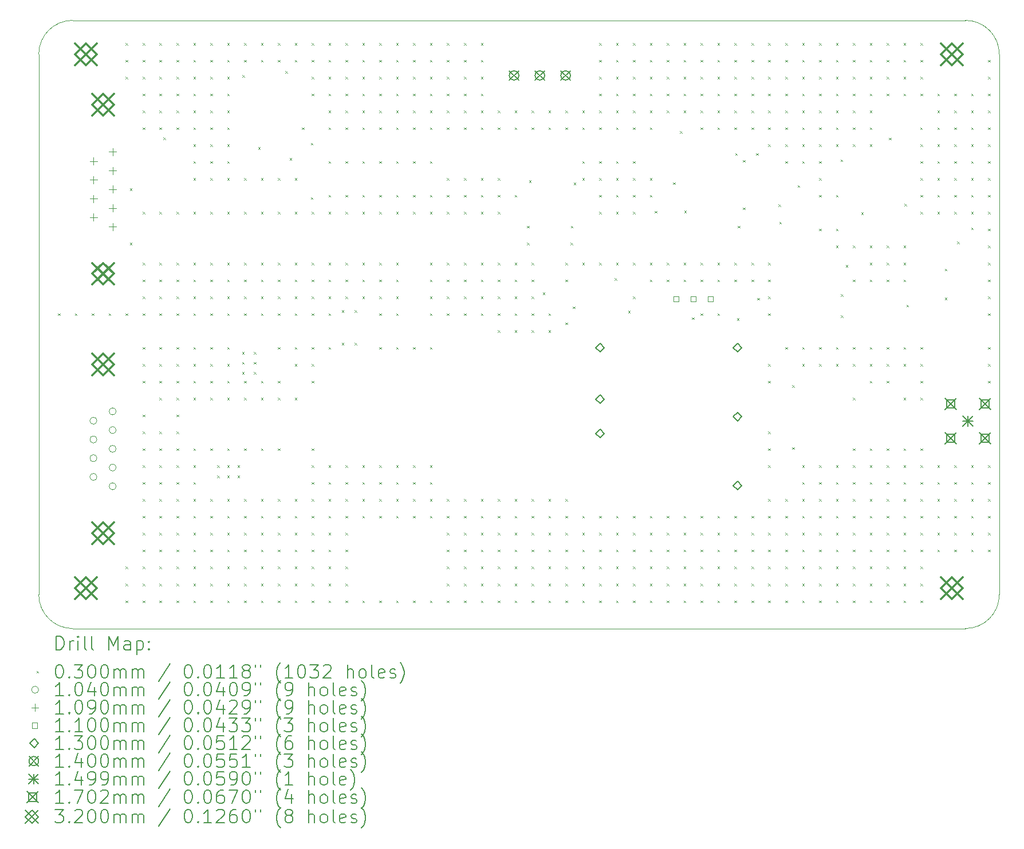
<source format=gbr>
%TF.GenerationSoftware,KiCad,Pcbnew,8.0.6*%
%TF.CreationDate,2025-05-19T10:34:59-04:00*%
%TF.ProjectId,CAEN_NEVIS_DAQ_12V,4341454e-5f4e-4455-9649-535f4441515f,rev?*%
%TF.SameCoordinates,Original*%
%TF.FileFunction,Drillmap*%
%TF.FilePolarity,Positive*%
%FSLAX45Y45*%
G04 Gerber Fmt 4.5, Leading zero omitted, Abs format (unit mm)*
G04 Created by KiCad (PCBNEW 8.0.6) date 2025-05-19 10:34:59*
%MOMM*%
%LPD*%
G01*
G04 APERTURE LIST*
%ADD10C,0.050000*%
%ADD11C,0.200000*%
%ADD12C,0.100000*%
%ADD13C,0.104000*%
%ADD14C,0.109000*%
%ADD15C,0.110000*%
%ADD16C,0.130000*%
%ADD17C,0.140000*%
%ADD18C,0.149860*%
%ADD19C,0.170180*%
%ADD20C,0.320000*%
G04 APERTURE END LIST*
D10*
X21400000Y-12400000D02*
X21400000Y-4400000D01*
X21400000Y-12400000D02*
G75*
G02*
X20900000Y-12900000I-500000J0D01*
G01*
X7700000Y-12900000D02*
X20900000Y-12900000D01*
X20900000Y-3900000D02*
X7700000Y-3900000D01*
X7200000Y-4400000D02*
X7200000Y-12400000D01*
X7700000Y-12900000D02*
G75*
G02*
X7200000Y-12400000I0J500000D01*
G01*
X7200000Y-4400000D02*
G75*
G02*
X7700000Y-3900000I500000J0D01*
G01*
X20900000Y-3900000D02*
G75*
G02*
X21400000Y-4400000I0J-500000D01*
G01*
D11*
D12*
X7485000Y-8235000D02*
X7515000Y-8265000D01*
X7515000Y-8235000D02*
X7485000Y-8265000D01*
X7735000Y-8235000D02*
X7765000Y-8265000D01*
X7765000Y-8235000D02*
X7735000Y-8265000D01*
X7985000Y-8235000D02*
X8015000Y-8265000D01*
X8015000Y-8235000D02*
X7985000Y-8265000D01*
X8235000Y-8235000D02*
X8265000Y-8265000D01*
X8265000Y-8235000D02*
X8235000Y-8265000D01*
X8485000Y-4235000D02*
X8515000Y-4265000D01*
X8515000Y-4235000D02*
X8485000Y-4265000D01*
X8485000Y-4485000D02*
X8515000Y-4515000D01*
X8515000Y-4485000D02*
X8485000Y-4515000D01*
X8485000Y-4735000D02*
X8515000Y-4765000D01*
X8515000Y-4735000D02*
X8485000Y-4765000D01*
X8485000Y-8235000D02*
X8515000Y-8265000D01*
X8515000Y-8235000D02*
X8485000Y-8265000D01*
X8485000Y-11985000D02*
X8515000Y-12015000D01*
X8515000Y-11985000D02*
X8485000Y-12015000D01*
X8485000Y-12235000D02*
X8515000Y-12265000D01*
X8515000Y-12235000D02*
X8485000Y-12265000D01*
X8485000Y-12485000D02*
X8515000Y-12515000D01*
X8515000Y-12485000D02*
X8485000Y-12515000D01*
X8548000Y-6385000D02*
X8578000Y-6415000D01*
X8578000Y-6385000D02*
X8548000Y-6415000D01*
X8548000Y-7192000D02*
X8578000Y-7222000D01*
X8578000Y-7192000D02*
X8548000Y-7222000D01*
X8735000Y-4235000D02*
X8765000Y-4265000D01*
X8765000Y-4235000D02*
X8735000Y-4265000D01*
X8735000Y-4485000D02*
X8765000Y-4515000D01*
X8765000Y-4485000D02*
X8735000Y-4515000D01*
X8735000Y-4735000D02*
X8765000Y-4765000D01*
X8765000Y-4735000D02*
X8735000Y-4765000D01*
X8735000Y-4985000D02*
X8765000Y-5015000D01*
X8765000Y-4985000D02*
X8735000Y-5015000D01*
X8735000Y-5235000D02*
X8765000Y-5265000D01*
X8765000Y-5235000D02*
X8735000Y-5265000D01*
X8735000Y-5485000D02*
X8765000Y-5515000D01*
X8765000Y-5485000D02*
X8735000Y-5515000D01*
X8735000Y-6735000D02*
X8765000Y-6765000D01*
X8765000Y-6735000D02*
X8735000Y-6765000D01*
X8735000Y-7485000D02*
X8765000Y-7515000D01*
X8765000Y-7485000D02*
X8735000Y-7515000D01*
X8735000Y-7735000D02*
X8765000Y-7765000D01*
X8765000Y-7735000D02*
X8735000Y-7765000D01*
X8735000Y-7985000D02*
X8765000Y-8015000D01*
X8765000Y-7985000D02*
X8735000Y-8015000D01*
X8735000Y-8235000D02*
X8765000Y-8265000D01*
X8765000Y-8235000D02*
X8735000Y-8265000D01*
X8735000Y-8735000D02*
X8765000Y-8765000D01*
X8765000Y-8735000D02*
X8735000Y-8765000D01*
X8735000Y-8985000D02*
X8765000Y-9015000D01*
X8765000Y-8985000D02*
X8735000Y-9015000D01*
X8735000Y-9235000D02*
X8765000Y-9265000D01*
X8765000Y-9235000D02*
X8735000Y-9265000D01*
X8735000Y-9735000D02*
X8765000Y-9765000D01*
X8765000Y-9735000D02*
X8735000Y-9765000D01*
X8735000Y-9985000D02*
X8765000Y-10015000D01*
X8765000Y-9985000D02*
X8735000Y-10015000D01*
X8735000Y-10235000D02*
X8765000Y-10265000D01*
X8765000Y-10235000D02*
X8735000Y-10265000D01*
X8735000Y-10485000D02*
X8765000Y-10515000D01*
X8765000Y-10485000D02*
X8735000Y-10515000D01*
X8735000Y-10735000D02*
X8765000Y-10765000D01*
X8765000Y-10735000D02*
X8735000Y-10765000D01*
X8735000Y-10985000D02*
X8765000Y-11015000D01*
X8765000Y-10985000D02*
X8735000Y-11015000D01*
X8735000Y-11235000D02*
X8765000Y-11265000D01*
X8765000Y-11235000D02*
X8735000Y-11265000D01*
X8735000Y-11485000D02*
X8765000Y-11515000D01*
X8765000Y-11485000D02*
X8735000Y-11515000D01*
X8735000Y-11735000D02*
X8765000Y-11765000D01*
X8765000Y-11735000D02*
X8735000Y-11765000D01*
X8735000Y-11985000D02*
X8765000Y-12015000D01*
X8765000Y-11985000D02*
X8735000Y-12015000D01*
X8735000Y-12235000D02*
X8765000Y-12265000D01*
X8765000Y-12235000D02*
X8735000Y-12265000D01*
X8735000Y-12485000D02*
X8765000Y-12515000D01*
X8765000Y-12485000D02*
X8735000Y-12515000D01*
X8985000Y-4235000D02*
X9015000Y-4265000D01*
X9015000Y-4235000D02*
X8985000Y-4265000D01*
X8985000Y-4485000D02*
X9015000Y-4515000D01*
X9015000Y-4485000D02*
X8985000Y-4515000D01*
X8985000Y-4735000D02*
X9015000Y-4765000D01*
X9015000Y-4735000D02*
X8985000Y-4765000D01*
X8985000Y-4985000D02*
X9015000Y-5015000D01*
X9015000Y-4985000D02*
X8985000Y-5015000D01*
X8985000Y-5235000D02*
X9015000Y-5265000D01*
X9015000Y-5235000D02*
X8985000Y-5265000D01*
X8985000Y-5485000D02*
X9015000Y-5515000D01*
X9015000Y-5485000D02*
X8985000Y-5515000D01*
X8985000Y-6735000D02*
X9015000Y-6765000D01*
X9015000Y-6735000D02*
X8985000Y-6765000D01*
X8985000Y-7485000D02*
X9015000Y-7515000D01*
X9015000Y-7485000D02*
X8985000Y-7515000D01*
X8985000Y-7735000D02*
X9015000Y-7765000D01*
X9015000Y-7735000D02*
X8985000Y-7765000D01*
X8985000Y-7985000D02*
X9015000Y-8015000D01*
X9015000Y-7985000D02*
X8985000Y-8015000D01*
X8985000Y-8235000D02*
X9015000Y-8265000D01*
X9015000Y-8235000D02*
X8985000Y-8265000D01*
X8985000Y-8735000D02*
X9015000Y-8765000D01*
X9015000Y-8735000D02*
X8985000Y-8765000D01*
X8985000Y-8985000D02*
X9015000Y-9015000D01*
X9015000Y-8985000D02*
X8985000Y-9015000D01*
X8985000Y-9235000D02*
X9015000Y-9265000D01*
X9015000Y-9235000D02*
X8985000Y-9265000D01*
X8985000Y-9485000D02*
X9015000Y-9515000D01*
X9015000Y-9485000D02*
X8985000Y-9515000D01*
X8985000Y-9985000D02*
X9015000Y-10015000D01*
X9015000Y-9985000D02*
X8985000Y-10015000D01*
X8985000Y-10235000D02*
X9015000Y-10265000D01*
X9015000Y-10235000D02*
X8985000Y-10265000D01*
X8985000Y-10485000D02*
X9015000Y-10515000D01*
X9015000Y-10485000D02*
X8985000Y-10515000D01*
X8985000Y-10735000D02*
X9015000Y-10765000D01*
X9015000Y-10735000D02*
X8985000Y-10765000D01*
X8985000Y-10985000D02*
X9015000Y-11015000D01*
X9015000Y-10985000D02*
X8985000Y-11015000D01*
X8985000Y-11235000D02*
X9015000Y-11265000D01*
X9015000Y-11235000D02*
X8985000Y-11265000D01*
X8985000Y-11485000D02*
X9015000Y-11515000D01*
X9015000Y-11485000D02*
X8985000Y-11515000D01*
X8985000Y-11735000D02*
X9015000Y-11765000D01*
X9015000Y-11735000D02*
X8985000Y-11765000D01*
X8985000Y-11985000D02*
X9015000Y-12015000D01*
X9015000Y-11985000D02*
X8985000Y-12015000D01*
X8985000Y-12235000D02*
X9015000Y-12265000D01*
X9015000Y-12235000D02*
X8985000Y-12265000D01*
X8985000Y-12485000D02*
X9015000Y-12515000D01*
X9015000Y-12485000D02*
X8985000Y-12515000D01*
X9040000Y-5635000D02*
X9070000Y-5665000D01*
X9070000Y-5635000D02*
X9040000Y-5665000D01*
X9235000Y-4235000D02*
X9265000Y-4265000D01*
X9265000Y-4235000D02*
X9235000Y-4265000D01*
X9235000Y-4485000D02*
X9265000Y-4515000D01*
X9265000Y-4485000D02*
X9235000Y-4515000D01*
X9235000Y-4735000D02*
X9265000Y-4765000D01*
X9265000Y-4735000D02*
X9235000Y-4765000D01*
X9235000Y-4985000D02*
X9265000Y-5015000D01*
X9265000Y-4985000D02*
X9235000Y-5015000D01*
X9235000Y-5235000D02*
X9265000Y-5265000D01*
X9265000Y-5235000D02*
X9235000Y-5265000D01*
X9235000Y-5485000D02*
X9265000Y-5515000D01*
X9265000Y-5485000D02*
X9235000Y-5515000D01*
X9235000Y-6735000D02*
X9265000Y-6765000D01*
X9265000Y-6735000D02*
X9235000Y-6765000D01*
X9235000Y-7485000D02*
X9265000Y-7515000D01*
X9265000Y-7485000D02*
X9235000Y-7515000D01*
X9235000Y-7735000D02*
X9265000Y-7765000D01*
X9265000Y-7735000D02*
X9235000Y-7765000D01*
X9235000Y-7985000D02*
X9265000Y-8015000D01*
X9265000Y-7985000D02*
X9235000Y-8015000D01*
X9235000Y-8235000D02*
X9265000Y-8265000D01*
X9265000Y-8235000D02*
X9235000Y-8265000D01*
X9235000Y-8735000D02*
X9265000Y-8765000D01*
X9265000Y-8735000D02*
X9235000Y-8765000D01*
X9235000Y-8985000D02*
X9265000Y-9015000D01*
X9265000Y-8985000D02*
X9235000Y-9015000D01*
X9235000Y-9235000D02*
X9265000Y-9265000D01*
X9265000Y-9235000D02*
X9235000Y-9265000D01*
X9235000Y-9485000D02*
X9265000Y-9515000D01*
X9265000Y-9485000D02*
X9235000Y-9515000D01*
X9235000Y-9735000D02*
X9265000Y-9765000D01*
X9265000Y-9735000D02*
X9235000Y-9765000D01*
X9235000Y-9985000D02*
X9265000Y-10015000D01*
X9265000Y-9985000D02*
X9235000Y-10015000D01*
X9235000Y-10235000D02*
X9265000Y-10265000D01*
X9265000Y-10235000D02*
X9235000Y-10265000D01*
X9235000Y-10485000D02*
X9265000Y-10515000D01*
X9265000Y-10485000D02*
X9235000Y-10515000D01*
X9235000Y-10735000D02*
X9265000Y-10765000D01*
X9265000Y-10735000D02*
X9235000Y-10765000D01*
X9235000Y-10985000D02*
X9265000Y-11015000D01*
X9265000Y-10985000D02*
X9235000Y-11015000D01*
X9235000Y-11235000D02*
X9265000Y-11265000D01*
X9265000Y-11235000D02*
X9235000Y-11265000D01*
X9235000Y-11485000D02*
X9265000Y-11515000D01*
X9265000Y-11485000D02*
X9235000Y-11515000D01*
X9235000Y-11735000D02*
X9265000Y-11765000D01*
X9265000Y-11735000D02*
X9235000Y-11765000D01*
X9235000Y-11985000D02*
X9265000Y-12015000D01*
X9265000Y-11985000D02*
X9235000Y-12015000D01*
X9235000Y-12235000D02*
X9265000Y-12265000D01*
X9265000Y-12235000D02*
X9235000Y-12265000D01*
X9235000Y-12485000D02*
X9265000Y-12515000D01*
X9265000Y-12485000D02*
X9235000Y-12515000D01*
X9485000Y-4235000D02*
X9515000Y-4265000D01*
X9515000Y-4235000D02*
X9485000Y-4265000D01*
X9485000Y-4485000D02*
X9515000Y-4515000D01*
X9515000Y-4485000D02*
X9485000Y-4515000D01*
X9485000Y-4735000D02*
X9515000Y-4765000D01*
X9515000Y-4735000D02*
X9485000Y-4765000D01*
X9485000Y-4985000D02*
X9515000Y-5015000D01*
X9515000Y-4985000D02*
X9485000Y-5015000D01*
X9485000Y-5235000D02*
X9515000Y-5265000D01*
X9515000Y-5235000D02*
X9485000Y-5265000D01*
X9485000Y-5485000D02*
X9515000Y-5515000D01*
X9515000Y-5485000D02*
X9485000Y-5515000D01*
X9485000Y-5735000D02*
X9515000Y-5765000D01*
X9515000Y-5735000D02*
X9485000Y-5765000D01*
X9485000Y-5985000D02*
X9515000Y-6015000D01*
X9515000Y-5985000D02*
X9485000Y-6015000D01*
X9485000Y-6235000D02*
X9515000Y-6265000D01*
X9515000Y-6235000D02*
X9485000Y-6265000D01*
X9485000Y-6735000D02*
X9515000Y-6765000D01*
X9515000Y-6735000D02*
X9485000Y-6765000D01*
X9485000Y-7485000D02*
X9515000Y-7515000D01*
X9515000Y-7485000D02*
X9485000Y-7515000D01*
X9485000Y-7735000D02*
X9515000Y-7765000D01*
X9515000Y-7735000D02*
X9485000Y-7765000D01*
X9485000Y-7985000D02*
X9515000Y-8015000D01*
X9515000Y-7985000D02*
X9485000Y-8015000D01*
X9485000Y-8235000D02*
X9515000Y-8265000D01*
X9515000Y-8235000D02*
X9485000Y-8265000D01*
X9485000Y-8735000D02*
X9515000Y-8765000D01*
X9515000Y-8735000D02*
X9485000Y-8765000D01*
X9485000Y-8985000D02*
X9515000Y-9015000D01*
X9515000Y-8985000D02*
X9485000Y-9015000D01*
X9485000Y-9235000D02*
X9515000Y-9265000D01*
X9515000Y-9235000D02*
X9485000Y-9265000D01*
X9485000Y-9485000D02*
X9515000Y-9515000D01*
X9515000Y-9485000D02*
X9485000Y-9515000D01*
X9485000Y-10235000D02*
X9515000Y-10265000D01*
X9515000Y-10235000D02*
X9485000Y-10265000D01*
X9485000Y-10485000D02*
X9515000Y-10515000D01*
X9515000Y-10485000D02*
X9485000Y-10515000D01*
X9485000Y-10735000D02*
X9515000Y-10765000D01*
X9515000Y-10735000D02*
X9485000Y-10765000D01*
X9485000Y-10985000D02*
X9515000Y-11015000D01*
X9515000Y-10985000D02*
X9485000Y-11015000D01*
X9485000Y-11235000D02*
X9515000Y-11265000D01*
X9515000Y-11235000D02*
X9485000Y-11265000D01*
X9485000Y-11485000D02*
X9515000Y-11515000D01*
X9515000Y-11485000D02*
X9485000Y-11515000D01*
X9485000Y-11735000D02*
X9515000Y-11765000D01*
X9515000Y-11735000D02*
X9485000Y-11765000D01*
X9485000Y-11985000D02*
X9515000Y-12015000D01*
X9515000Y-11985000D02*
X9485000Y-12015000D01*
X9485000Y-12235000D02*
X9515000Y-12265000D01*
X9515000Y-12235000D02*
X9485000Y-12265000D01*
X9485000Y-12485000D02*
X9515000Y-12515000D01*
X9515000Y-12485000D02*
X9485000Y-12515000D01*
X9735000Y-4235000D02*
X9765000Y-4265000D01*
X9765000Y-4235000D02*
X9735000Y-4265000D01*
X9735000Y-4485000D02*
X9765000Y-4515000D01*
X9765000Y-4485000D02*
X9735000Y-4515000D01*
X9735000Y-4735000D02*
X9765000Y-4765000D01*
X9765000Y-4735000D02*
X9735000Y-4765000D01*
X9735000Y-4985000D02*
X9765000Y-5015000D01*
X9765000Y-4985000D02*
X9735000Y-5015000D01*
X9735000Y-5235000D02*
X9765000Y-5265000D01*
X9765000Y-5235000D02*
X9735000Y-5265000D01*
X9735000Y-5485000D02*
X9765000Y-5515000D01*
X9765000Y-5485000D02*
X9735000Y-5515000D01*
X9735000Y-5735000D02*
X9765000Y-5765000D01*
X9765000Y-5735000D02*
X9735000Y-5765000D01*
X9735000Y-5985000D02*
X9765000Y-6015000D01*
X9765000Y-5985000D02*
X9735000Y-6015000D01*
X9735000Y-6235000D02*
X9765000Y-6265000D01*
X9765000Y-6235000D02*
X9735000Y-6265000D01*
X9735000Y-6735000D02*
X9765000Y-6765000D01*
X9765000Y-6735000D02*
X9735000Y-6765000D01*
X9735000Y-7485000D02*
X9765000Y-7515000D01*
X9765000Y-7485000D02*
X9735000Y-7515000D01*
X9735000Y-7735000D02*
X9765000Y-7765000D01*
X9765000Y-7735000D02*
X9735000Y-7765000D01*
X9735000Y-7985000D02*
X9765000Y-8015000D01*
X9765000Y-7985000D02*
X9735000Y-8015000D01*
X9735000Y-8235000D02*
X9765000Y-8265000D01*
X9765000Y-8235000D02*
X9735000Y-8265000D01*
X9735000Y-8735000D02*
X9765000Y-8765000D01*
X9765000Y-8735000D02*
X9735000Y-8765000D01*
X9735000Y-8985000D02*
X9765000Y-9015000D01*
X9765000Y-8985000D02*
X9735000Y-9015000D01*
X9735000Y-9235000D02*
X9765000Y-9265000D01*
X9765000Y-9235000D02*
X9735000Y-9265000D01*
X9735000Y-9485000D02*
X9765000Y-9515000D01*
X9765000Y-9485000D02*
X9735000Y-9515000D01*
X9735000Y-10235000D02*
X9765000Y-10265000D01*
X9765000Y-10235000D02*
X9735000Y-10265000D01*
X9735000Y-10985000D02*
X9765000Y-11015000D01*
X9765000Y-10985000D02*
X9735000Y-11015000D01*
X9735000Y-11235000D02*
X9765000Y-11265000D01*
X9765000Y-11235000D02*
X9735000Y-11265000D01*
X9735000Y-11485000D02*
X9765000Y-11515000D01*
X9765000Y-11485000D02*
X9735000Y-11515000D01*
X9735000Y-11735000D02*
X9765000Y-11765000D01*
X9765000Y-11735000D02*
X9735000Y-11765000D01*
X9735000Y-11985000D02*
X9765000Y-12015000D01*
X9765000Y-11985000D02*
X9735000Y-12015000D01*
X9735000Y-12235000D02*
X9765000Y-12265000D01*
X9765000Y-12235000D02*
X9735000Y-12265000D01*
X9735000Y-12485000D02*
X9765000Y-12515000D01*
X9765000Y-12485000D02*
X9735000Y-12515000D01*
X9837750Y-10485000D02*
X9867750Y-10515000D01*
X9867750Y-10485000D02*
X9837750Y-10515000D01*
X9837750Y-10635000D02*
X9867750Y-10665000D01*
X9867750Y-10635000D02*
X9837750Y-10665000D01*
X9985000Y-4235000D02*
X10015000Y-4265000D01*
X10015000Y-4235000D02*
X9985000Y-4265000D01*
X9985000Y-4485000D02*
X10015000Y-4515000D01*
X10015000Y-4485000D02*
X9985000Y-4515000D01*
X9985000Y-4735000D02*
X10015000Y-4765000D01*
X10015000Y-4735000D02*
X9985000Y-4765000D01*
X9985000Y-4985000D02*
X10015000Y-5015000D01*
X10015000Y-4985000D02*
X9985000Y-5015000D01*
X9985000Y-5235000D02*
X10015000Y-5265000D01*
X10015000Y-5235000D02*
X9985000Y-5265000D01*
X9985000Y-5485000D02*
X10015000Y-5515000D01*
X10015000Y-5485000D02*
X9985000Y-5515000D01*
X9985000Y-5735000D02*
X10015000Y-5765000D01*
X10015000Y-5735000D02*
X9985000Y-5765000D01*
X9985000Y-5985000D02*
X10015000Y-6015000D01*
X10015000Y-5985000D02*
X9985000Y-6015000D01*
X9985000Y-6235000D02*
X10015000Y-6265000D01*
X10015000Y-6235000D02*
X9985000Y-6265000D01*
X9985000Y-6735000D02*
X10015000Y-6765000D01*
X10015000Y-6735000D02*
X9985000Y-6765000D01*
X9985000Y-7485000D02*
X10015000Y-7515000D01*
X10015000Y-7485000D02*
X9985000Y-7515000D01*
X9985000Y-7735000D02*
X10015000Y-7765000D01*
X10015000Y-7735000D02*
X9985000Y-7765000D01*
X9985000Y-7985000D02*
X10015000Y-8015000D01*
X10015000Y-7985000D02*
X9985000Y-8015000D01*
X9985000Y-8235000D02*
X10015000Y-8265000D01*
X10015000Y-8235000D02*
X9985000Y-8265000D01*
X9985000Y-8735000D02*
X10015000Y-8765000D01*
X10015000Y-8735000D02*
X9985000Y-8765000D01*
X9985000Y-8985000D02*
X10015000Y-9015000D01*
X10015000Y-8985000D02*
X9985000Y-9015000D01*
X9985000Y-9235000D02*
X10015000Y-9265000D01*
X10015000Y-9235000D02*
X9985000Y-9265000D01*
X9985000Y-9485000D02*
X10015000Y-9515000D01*
X10015000Y-9485000D02*
X9985000Y-9515000D01*
X9985000Y-10235000D02*
X10015000Y-10265000D01*
X10015000Y-10235000D02*
X9985000Y-10265000D01*
X9985000Y-10985000D02*
X10015000Y-11015000D01*
X10015000Y-10985000D02*
X9985000Y-11015000D01*
X9985000Y-11235000D02*
X10015000Y-11265000D01*
X10015000Y-11235000D02*
X9985000Y-11265000D01*
X9985000Y-11485000D02*
X10015000Y-11515000D01*
X10015000Y-11485000D02*
X9985000Y-11515000D01*
X9985000Y-11735000D02*
X10015000Y-11765000D01*
X10015000Y-11735000D02*
X9985000Y-11765000D01*
X9985000Y-11985000D02*
X10015000Y-12015000D01*
X10015000Y-11985000D02*
X9985000Y-12015000D01*
X9985000Y-12235000D02*
X10015000Y-12265000D01*
X10015000Y-12235000D02*
X9985000Y-12265000D01*
X9985000Y-12485000D02*
X10015000Y-12515000D01*
X10015000Y-12485000D02*
X9985000Y-12515000D01*
X9987750Y-10485000D02*
X10017750Y-10515000D01*
X10017750Y-10485000D02*
X9987750Y-10515000D01*
X9987750Y-10635000D02*
X10017750Y-10665000D01*
X10017750Y-10635000D02*
X9987750Y-10665000D01*
X10137750Y-10485000D02*
X10167750Y-10515000D01*
X10167750Y-10485000D02*
X10137750Y-10515000D01*
X10137750Y-10635000D02*
X10167750Y-10665000D01*
X10167750Y-10635000D02*
X10137750Y-10665000D01*
X10205000Y-8806000D02*
X10235000Y-8836000D01*
X10235000Y-8806000D02*
X10205000Y-8836000D01*
X10205000Y-8956000D02*
X10235000Y-8986000D01*
X10235000Y-8956000D02*
X10205000Y-8986000D01*
X10205000Y-9106000D02*
X10235000Y-9136000D01*
X10235000Y-9106000D02*
X10205000Y-9136000D01*
X10209850Y-4708000D02*
X10239850Y-4738000D01*
X10239850Y-4708000D02*
X10209850Y-4738000D01*
X10235000Y-4235000D02*
X10265000Y-4265000D01*
X10265000Y-4235000D02*
X10235000Y-4265000D01*
X10235000Y-4485000D02*
X10265000Y-4515000D01*
X10265000Y-4485000D02*
X10235000Y-4515000D01*
X10235000Y-6235000D02*
X10265000Y-6265000D01*
X10265000Y-6235000D02*
X10235000Y-6265000D01*
X10235000Y-6735000D02*
X10265000Y-6765000D01*
X10265000Y-6735000D02*
X10235000Y-6765000D01*
X10235000Y-7485000D02*
X10265000Y-7515000D01*
X10265000Y-7485000D02*
X10235000Y-7515000D01*
X10235000Y-7735000D02*
X10265000Y-7765000D01*
X10265000Y-7735000D02*
X10235000Y-7765000D01*
X10235000Y-7985000D02*
X10265000Y-8015000D01*
X10265000Y-7985000D02*
X10235000Y-8015000D01*
X10235000Y-8235000D02*
X10265000Y-8265000D01*
X10265000Y-8235000D02*
X10235000Y-8265000D01*
X10235000Y-9235000D02*
X10265000Y-9265000D01*
X10265000Y-9235000D02*
X10235000Y-9265000D01*
X10235000Y-9485000D02*
X10265000Y-9515000D01*
X10265000Y-9485000D02*
X10235000Y-9515000D01*
X10235000Y-10235000D02*
X10265000Y-10265000D01*
X10265000Y-10235000D02*
X10235000Y-10265000D01*
X10235000Y-10985000D02*
X10265000Y-11015000D01*
X10265000Y-10985000D02*
X10235000Y-11015000D01*
X10235000Y-11235000D02*
X10265000Y-11265000D01*
X10265000Y-11235000D02*
X10235000Y-11265000D01*
X10235000Y-11485000D02*
X10265000Y-11515000D01*
X10265000Y-11485000D02*
X10235000Y-11515000D01*
X10235000Y-11735000D02*
X10265000Y-11765000D01*
X10265000Y-11735000D02*
X10235000Y-11765000D01*
X10235000Y-11985000D02*
X10265000Y-12015000D01*
X10265000Y-11985000D02*
X10235000Y-12015000D01*
X10235000Y-12235000D02*
X10265000Y-12265000D01*
X10265000Y-12235000D02*
X10235000Y-12265000D01*
X10235000Y-12485000D02*
X10265000Y-12515000D01*
X10265000Y-12485000D02*
X10235000Y-12515000D01*
X10380000Y-8806000D02*
X10410000Y-8836000D01*
X10410000Y-8806000D02*
X10380000Y-8836000D01*
X10380000Y-8956000D02*
X10410000Y-8986000D01*
X10410000Y-8956000D02*
X10380000Y-8986000D01*
X10380000Y-9106000D02*
X10410000Y-9136000D01*
X10410000Y-9106000D02*
X10380000Y-9136000D01*
X10443850Y-5776000D02*
X10473850Y-5806000D01*
X10473850Y-5776000D02*
X10443850Y-5806000D01*
X10485000Y-4235000D02*
X10515000Y-4265000D01*
X10515000Y-4235000D02*
X10485000Y-4265000D01*
X10485000Y-4485000D02*
X10515000Y-4515000D01*
X10515000Y-4485000D02*
X10485000Y-4515000D01*
X10485000Y-6235000D02*
X10515000Y-6265000D01*
X10515000Y-6235000D02*
X10485000Y-6265000D01*
X10485000Y-6735000D02*
X10515000Y-6765000D01*
X10515000Y-6735000D02*
X10485000Y-6765000D01*
X10485000Y-7485000D02*
X10515000Y-7515000D01*
X10515000Y-7485000D02*
X10485000Y-7515000D01*
X10485000Y-7735000D02*
X10515000Y-7765000D01*
X10515000Y-7735000D02*
X10485000Y-7765000D01*
X10485000Y-7985000D02*
X10515000Y-8015000D01*
X10515000Y-7985000D02*
X10485000Y-8015000D01*
X10485000Y-8235000D02*
X10515000Y-8265000D01*
X10515000Y-8235000D02*
X10485000Y-8265000D01*
X10485000Y-9235000D02*
X10515000Y-9265000D01*
X10515000Y-9235000D02*
X10485000Y-9265000D01*
X10485000Y-9485000D02*
X10515000Y-9515000D01*
X10515000Y-9485000D02*
X10485000Y-9515000D01*
X10485000Y-10235000D02*
X10515000Y-10265000D01*
X10515000Y-10235000D02*
X10485000Y-10265000D01*
X10485000Y-10985000D02*
X10515000Y-11015000D01*
X10515000Y-10985000D02*
X10485000Y-11015000D01*
X10485000Y-11235000D02*
X10515000Y-11265000D01*
X10515000Y-11235000D02*
X10485000Y-11265000D01*
X10485000Y-11485000D02*
X10515000Y-11515000D01*
X10515000Y-11485000D02*
X10485000Y-11515000D01*
X10485000Y-11735000D02*
X10515000Y-11765000D01*
X10515000Y-11735000D02*
X10485000Y-11765000D01*
X10485000Y-11985000D02*
X10515000Y-12015000D01*
X10515000Y-11985000D02*
X10485000Y-12015000D01*
X10485000Y-12235000D02*
X10515000Y-12265000D01*
X10515000Y-12235000D02*
X10485000Y-12265000D01*
X10485000Y-12485000D02*
X10515000Y-12515000D01*
X10515000Y-12485000D02*
X10485000Y-12515000D01*
X10735000Y-4235000D02*
X10765000Y-4265000D01*
X10765000Y-4235000D02*
X10735000Y-4265000D01*
X10735000Y-4485000D02*
X10765000Y-4515000D01*
X10765000Y-4485000D02*
X10735000Y-4515000D01*
X10735000Y-6235000D02*
X10765000Y-6265000D01*
X10765000Y-6235000D02*
X10735000Y-6265000D01*
X10735000Y-6735000D02*
X10765000Y-6765000D01*
X10765000Y-6735000D02*
X10735000Y-6765000D01*
X10735000Y-7485000D02*
X10765000Y-7515000D01*
X10765000Y-7485000D02*
X10735000Y-7515000D01*
X10735000Y-7735000D02*
X10765000Y-7765000D01*
X10765000Y-7735000D02*
X10735000Y-7765000D01*
X10735000Y-7985000D02*
X10765000Y-8015000D01*
X10765000Y-7985000D02*
X10735000Y-8015000D01*
X10735000Y-8235000D02*
X10765000Y-8265000D01*
X10765000Y-8235000D02*
X10735000Y-8265000D01*
X10735000Y-8735000D02*
X10765000Y-8765000D01*
X10765000Y-8735000D02*
X10735000Y-8765000D01*
X10735000Y-9235000D02*
X10765000Y-9265000D01*
X10765000Y-9235000D02*
X10735000Y-9265000D01*
X10735000Y-9485000D02*
X10765000Y-9515000D01*
X10765000Y-9485000D02*
X10735000Y-9515000D01*
X10735000Y-10235000D02*
X10765000Y-10265000D01*
X10765000Y-10235000D02*
X10735000Y-10265000D01*
X10735000Y-10985000D02*
X10765000Y-11015000D01*
X10765000Y-10985000D02*
X10735000Y-11015000D01*
X10735000Y-11235000D02*
X10765000Y-11265000D01*
X10765000Y-11235000D02*
X10735000Y-11265000D01*
X10735000Y-11485000D02*
X10765000Y-11515000D01*
X10765000Y-11485000D02*
X10735000Y-11515000D01*
X10735000Y-11735000D02*
X10765000Y-11765000D01*
X10765000Y-11735000D02*
X10735000Y-11765000D01*
X10735000Y-11985000D02*
X10765000Y-12015000D01*
X10765000Y-11985000D02*
X10735000Y-12015000D01*
X10735000Y-12235000D02*
X10765000Y-12265000D01*
X10765000Y-12235000D02*
X10735000Y-12265000D01*
X10735000Y-12485000D02*
X10765000Y-12515000D01*
X10765000Y-12485000D02*
X10735000Y-12515000D01*
X10844850Y-4651000D02*
X10874850Y-4681000D01*
X10874850Y-4651000D02*
X10844850Y-4681000D01*
X10907000Y-5939000D02*
X10937000Y-5969000D01*
X10937000Y-5939000D02*
X10907000Y-5969000D01*
X10985000Y-4235000D02*
X11015000Y-4265000D01*
X11015000Y-4235000D02*
X10985000Y-4265000D01*
X10985000Y-4485000D02*
X11015000Y-4515000D01*
X11015000Y-4485000D02*
X10985000Y-4515000D01*
X10985000Y-6235000D02*
X11015000Y-6265000D01*
X11015000Y-6235000D02*
X10985000Y-6265000D01*
X10985000Y-6735000D02*
X11015000Y-6765000D01*
X11015000Y-6735000D02*
X10985000Y-6765000D01*
X10985000Y-7485000D02*
X11015000Y-7515000D01*
X11015000Y-7485000D02*
X10985000Y-7515000D01*
X10985000Y-7735000D02*
X11015000Y-7765000D01*
X11015000Y-7735000D02*
X10985000Y-7765000D01*
X10985000Y-7985000D02*
X11015000Y-8015000D01*
X11015000Y-7985000D02*
X10985000Y-8015000D01*
X10985000Y-8235000D02*
X11015000Y-8265000D01*
X11015000Y-8235000D02*
X10985000Y-8265000D01*
X10985000Y-8735000D02*
X11015000Y-8765000D01*
X11015000Y-8735000D02*
X10985000Y-8765000D01*
X10985000Y-8985000D02*
X11015000Y-9015000D01*
X11015000Y-8985000D02*
X10985000Y-9015000D01*
X10985000Y-9485000D02*
X11015000Y-9515000D01*
X11015000Y-9485000D02*
X10985000Y-9515000D01*
X10985000Y-10985000D02*
X11015000Y-11015000D01*
X11015000Y-10985000D02*
X10985000Y-11015000D01*
X10985000Y-11235000D02*
X11015000Y-11265000D01*
X11015000Y-11235000D02*
X10985000Y-11265000D01*
X10985000Y-11485000D02*
X11015000Y-11515000D01*
X11015000Y-11485000D02*
X10985000Y-11515000D01*
X10985000Y-11735000D02*
X11015000Y-11765000D01*
X11015000Y-11735000D02*
X10985000Y-11765000D01*
X10985000Y-11985000D02*
X11015000Y-12015000D01*
X11015000Y-11985000D02*
X10985000Y-12015000D01*
X10985000Y-12235000D02*
X11015000Y-12265000D01*
X11015000Y-12235000D02*
X10985000Y-12265000D01*
X10985000Y-12485000D02*
X11015000Y-12515000D01*
X11015000Y-12485000D02*
X10985000Y-12515000D01*
X11091850Y-5485000D02*
X11121850Y-5515000D01*
X11121850Y-5485000D02*
X11091850Y-5515000D01*
X11222000Y-5715000D02*
X11252000Y-5745000D01*
X11252000Y-5715000D02*
X11222000Y-5745000D01*
X11222000Y-6519000D02*
X11252000Y-6549000D01*
X11252000Y-6519000D02*
X11222000Y-6549000D01*
X11235000Y-4235000D02*
X11265000Y-4265000D01*
X11265000Y-4235000D02*
X11235000Y-4265000D01*
X11235000Y-4485000D02*
X11265000Y-4515000D01*
X11265000Y-4485000D02*
X11235000Y-4515000D01*
X11235000Y-4735000D02*
X11265000Y-4765000D01*
X11265000Y-4735000D02*
X11235000Y-4765000D01*
X11235000Y-4985000D02*
X11265000Y-5015000D01*
X11265000Y-4985000D02*
X11235000Y-5015000D01*
X11235000Y-6735000D02*
X11265000Y-6765000D01*
X11265000Y-6735000D02*
X11235000Y-6765000D01*
X11235000Y-7485000D02*
X11265000Y-7515000D01*
X11265000Y-7485000D02*
X11235000Y-7515000D01*
X11235000Y-7735000D02*
X11265000Y-7765000D01*
X11265000Y-7735000D02*
X11235000Y-7765000D01*
X11235000Y-7985000D02*
X11265000Y-8015000D01*
X11265000Y-7985000D02*
X11235000Y-8015000D01*
X11235000Y-8235000D02*
X11265000Y-8265000D01*
X11265000Y-8235000D02*
X11235000Y-8265000D01*
X11235000Y-8735000D02*
X11265000Y-8765000D01*
X11265000Y-8735000D02*
X11235000Y-8765000D01*
X11235000Y-8985000D02*
X11265000Y-9015000D01*
X11265000Y-8985000D02*
X11235000Y-9015000D01*
X11235000Y-9235000D02*
X11265000Y-9265000D01*
X11265000Y-9235000D02*
X11235000Y-9265000D01*
X11235000Y-10235000D02*
X11265000Y-10265000D01*
X11265000Y-10235000D02*
X11235000Y-10265000D01*
X11235000Y-10485000D02*
X11265000Y-10515000D01*
X11265000Y-10485000D02*
X11235000Y-10515000D01*
X11235000Y-10735000D02*
X11265000Y-10765000D01*
X11265000Y-10735000D02*
X11235000Y-10765000D01*
X11235000Y-10985000D02*
X11265000Y-11015000D01*
X11265000Y-10985000D02*
X11235000Y-11015000D01*
X11235000Y-11235000D02*
X11265000Y-11265000D01*
X11265000Y-11235000D02*
X11235000Y-11265000D01*
X11235000Y-11485000D02*
X11265000Y-11515000D01*
X11265000Y-11485000D02*
X11235000Y-11515000D01*
X11235000Y-11735000D02*
X11265000Y-11765000D01*
X11265000Y-11735000D02*
X11235000Y-11765000D01*
X11235000Y-11985000D02*
X11265000Y-12015000D01*
X11265000Y-11985000D02*
X11235000Y-12015000D01*
X11235000Y-12235000D02*
X11265000Y-12265000D01*
X11265000Y-12235000D02*
X11235000Y-12265000D01*
X11235000Y-12485000D02*
X11265000Y-12515000D01*
X11265000Y-12485000D02*
X11235000Y-12515000D01*
X11485000Y-4235000D02*
X11515000Y-4265000D01*
X11515000Y-4235000D02*
X11485000Y-4265000D01*
X11485000Y-4485000D02*
X11515000Y-4515000D01*
X11515000Y-4485000D02*
X11485000Y-4515000D01*
X11485000Y-4735000D02*
X11515000Y-4765000D01*
X11515000Y-4735000D02*
X11485000Y-4765000D01*
X11485000Y-4985000D02*
X11515000Y-5015000D01*
X11515000Y-4985000D02*
X11485000Y-5015000D01*
X11485000Y-5235000D02*
X11515000Y-5265000D01*
X11515000Y-5235000D02*
X11485000Y-5265000D01*
X11485000Y-5485000D02*
X11515000Y-5515000D01*
X11515000Y-5485000D02*
X11485000Y-5515000D01*
X11485000Y-5985000D02*
X11515000Y-6015000D01*
X11515000Y-5985000D02*
X11485000Y-6015000D01*
X11485000Y-6485000D02*
X11515000Y-6515000D01*
X11515000Y-6485000D02*
X11485000Y-6515000D01*
X11485000Y-6735000D02*
X11515000Y-6765000D01*
X11515000Y-6735000D02*
X11485000Y-6765000D01*
X11485000Y-7485000D02*
X11515000Y-7515000D01*
X11515000Y-7485000D02*
X11485000Y-7515000D01*
X11485000Y-7735000D02*
X11515000Y-7765000D01*
X11515000Y-7735000D02*
X11485000Y-7765000D01*
X11485000Y-7985000D02*
X11515000Y-8015000D01*
X11515000Y-7985000D02*
X11485000Y-8015000D01*
X11485000Y-8235000D02*
X11515000Y-8265000D01*
X11515000Y-8235000D02*
X11485000Y-8265000D01*
X11485000Y-8735000D02*
X11515000Y-8765000D01*
X11515000Y-8735000D02*
X11485000Y-8765000D01*
X11485000Y-10485000D02*
X11515000Y-10515000D01*
X11515000Y-10485000D02*
X11485000Y-10515000D01*
X11485000Y-10735000D02*
X11515000Y-10765000D01*
X11515000Y-10735000D02*
X11485000Y-10765000D01*
X11485000Y-10985000D02*
X11515000Y-11015000D01*
X11515000Y-10985000D02*
X11485000Y-11015000D01*
X11485000Y-11235000D02*
X11515000Y-11265000D01*
X11515000Y-11235000D02*
X11485000Y-11265000D01*
X11485000Y-11485000D02*
X11515000Y-11515000D01*
X11515000Y-11485000D02*
X11485000Y-11515000D01*
X11485000Y-11735000D02*
X11515000Y-11765000D01*
X11515000Y-11735000D02*
X11485000Y-11765000D01*
X11485000Y-11985000D02*
X11515000Y-12015000D01*
X11515000Y-11985000D02*
X11485000Y-12015000D01*
X11485000Y-12235000D02*
X11515000Y-12265000D01*
X11515000Y-12235000D02*
X11485000Y-12265000D01*
X11485000Y-12485000D02*
X11515000Y-12515000D01*
X11515000Y-12485000D02*
X11485000Y-12515000D01*
X11678000Y-8188000D02*
X11708000Y-8218000D01*
X11708000Y-8188000D02*
X11678000Y-8218000D01*
X11678000Y-8673000D02*
X11708000Y-8703000D01*
X11708000Y-8673000D02*
X11678000Y-8703000D01*
X11735000Y-4235000D02*
X11765000Y-4265000D01*
X11765000Y-4235000D02*
X11735000Y-4265000D01*
X11735000Y-4485000D02*
X11765000Y-4515000D01*
X11765000Y-4485000D02*
X11735000Y-4515000D01*
X11735000Y-4735000D02*
X11765000Y-4765000D01*
X11765000Y-4735000D02*
X11735000Y-4765000D01*
X11735000Y-4985000D02*
X11765000Y-5015000D01*
X11765000Y-4985000D02*
X11735000Y-5015000D01*
X11735000Y-5235000D02*
X11765000Y-5265000D01*
X11765000Y-5235000D02*
X11735000Y-5265000D01*
X11735000Y-5485000D02*
X11765000Y-5515000D01*
X11765000Y-5485000D02*
X11735000Y-5515000D01*
X11735000Y-5985000D02*
X11765000Y-6015000D01*
X11765000Y-5985000D02*
X11735000Y-6015000D01*
X11735000Y-6485000D02*
X11765000Y-6515000D01*
X11765000Y-6485000D02*
X11735000Y-6515000D01*
X11735000Y-6735000D02*
X11765000Y-6765000D01*
X11765000Y-6735000D02*
X11735000Y-6765000D01*
X11735000Y-7485000D02*
X11765000Y-7515000D01*
X11765000Y-7485000D02*
X11735000Y-7515000D01*
X11735000Y-7735000D02*
X11765000Y-7765000D01*
X11765000Y-7735000D02*
X11735000Y-7765000D01*
X11735000Y-7985000D02*
X11765000Y-8015000D01*
X11765000Y-7985000D02*
X11735000Y-8015000D01*
X11735000Y-10485000D02*
X11765000Y-10515000D01*
X11765000Y-10485000D02*
X11735000Y-10515000D01*
X11735000Y-10735000D02*
X11765000Y-10765000D01*
X11765000Y-10735000D02*
X11735000Y-10765000D01*
X11735000Y-10985000D02*
X11765000Y-11015000D01*
X11765000Y-10985000D02*
X11735000Y-11015000D01*
X11735000Y-11235000D02*
X11765000Y-11265000D01*
X11765000Y-11235000D02*
X11735000Y-11265000D01*
X11735000Y-11485000D02*
X11765000Y-11515000D01*
X11765000Y-11485000D02*
X11735000Y-11515000D01*
X11735000Y-11735000D02*
X11765000Y-11765000D01*
X11765000Y-11735000D02*
X11735000Y-11765000D01*
X11735000Y-11985000D02*
X11765000Y-12015000D01*
X11765000Y-11985000D02*
X11735000Y-12015000D01*
X11735000Y-12235000D02*
X11765000Y-12265000D01*
X11765000Y-12235000D02*
X11735000Y-12265000D01*
X11735000Y-12485000D02*
X11765000Y-12515000D01*
X11765000Y-12485000D02*
X11735000Y-12515000D01*
X11868000Y-8673000D02*
X11898000Y-8703000D01*
X11898000Y-8673000D02*
X11868000Y-8703000D01*
X11869000Y-8189000D02*
X11899000Y-8219000D01*
X11899000Y-8189000D02*
X11869000Y-8219000D01*
X11985000Y-4235000D02*
X12015000Y-4265000D01*
X12015000Y-4235000D02*
X11985000Y-4265000D01*
X11985000Y-4485000D02*
X12015000Y-4515000D01*
X12015000Y-4485000D02*
X11985000Y-4515000D01*
X11985000Y-4735000D02*
X12015000Y-4765000D01*
X12015000Y-4735000D02*
X11985000Y-4765000D01*
X11985000Y-4985000D02*
X12015000Y-5015000D01*
X12015000Y-4985000D02*
X11985000Y-5015000D01*
X11985000Y-5235000D02*
X12015000Y-5265000D01*
X12015000Y-5235000D02*
X11985000Y-5265000D01*
X11985000Y-5485000D02*
X12015000Y-5515000D01*
X12015000Y-5485000D02*
X11985000Y-5515000D01*
X11985000Y-5985000D02*
X12015000Y-6015000D01*
X12015000Y-5985000D02*
X11985000Y-6015000D01*
X11985000Y-6485000D02*
X12015000Y-6515000D01*
X12015000Y-6485000D02*
X11985000Y-6515000D01*
X11985000Y-6735000D02*
X12015000Y-6765000D01*
X12015000Y-6735000D02*
X11985000Y-6765000D01*
X11985000Y-7485000D02*
X12015000Y-7515000D01*
X12015000Y-7485000D02*
X11985000Y-7515000D01*
X11985000Y-7735000D02*
X12015000Y-7765000D01*
X12015000Y-7735000D02*
X11985000Y-7765000D01*
X11985000Y-7985000D02*
X12015000Y-8015000D01*
X12015000Y-7985000D02*
X11985000Y-8015000D01*
X11985000Y-10485000D02*
X12015000Y-10515000D01*
X12015000Y-10485000D02*
X11985000Y-10515000D01*
X11985000Y-10735000D02*
X12015000Y-10765000D01*
X12015000Y-10735000D02*
X11985000Y-10765000D01*
X11985000Y-10985000D02*
X12015000Y-11015000D01*
X12015000Y-10985000D02*
X11985000Y-11015000D01*
X11985000Y-11235000D02*
X12015000Y-11265000D01*
X12015000Y-11235000D02*
X11985000Y-11265000D01*
X11985000Y-12485000D02*
X12015000Y-12515000D01*
X12015000Y-12485000D02*
X11985000Y-12515000D01*
X12235000Y-4235000D02*
X12265000Y-4265000D01*
X12265000Y-4235000D02*
X12235000Y-4265000D01*
X12235000Y-4485000D02*
X12265000Y-4515000D01*
X12265000Y-4485000D02*
X12235000Y-4515000D01*
X12235000Y-4735000D02*
X12265000Y-4765000D01*
X12265000Y-4735000D02*
X12235000Y-4765000D01*
X12235000Y-4985000D02*
X12265000Y-5015000D01*
X12265000Y-4985000D02*
X12235000Y-5015000D01*
X12235000Y-5235000D02*
X12265000Y-5265000D01*
X12265000Y-5235000D02*
X12235000Y-5265000D01*
X12235000Y-5485000D02*
X12265000Y-5515000D01*
X12265000Y-5485000D02*
X12235000Y-5515000D01*
X12235000Y-5985000D02*
X12265000Y-6015000D01*
X12265000Y-5985000D02*
X12235000Y-6015000D01*
X12235000Y-6485000D02*
X12265000Y-6515000D01*
X12265000Y-6485000D02*
X12235000Y-6515000D01*
X12235000Y-6735000D02*
X12265000Y-6765000D01*
X12265000Y-6735000D02*
X12235000Y-6765000D01*
X12235000Y-7485000D02*
X12265000Y-7515000D01*
X12265000Y-7485000D02*
X12235000Y-7515000D01*
X12235000Y-7735000D02*
X12265000Y-7765000D01*
X12265000Y-7735000D02*
X12235000Y-7765000D01*
X12235000Y-7985000D02*
X12265000Y-8015000D01*
X12265000Y-7985000D02*
X12235000Y-8015000D01*
X12235000Y-8235000D02*
X12265000Y-8265000D01*
X12265000Y-8235000D02*
X12235000Y-8265000D01*
X12235000Y-8735000D02*
X12265000Y-8765000D01*
X12265000Y-8735000D02*
X12235000Y-8765000D01*
X12235000Y-10485000D02*
X12265000Y-10515000D01*
X12265000Y-10485000D02*
X12235000Y-10515000D01*
X12235000Y-10735000D02*
X12265000Y-10765000D01*
X12265000Y-10735000D02*
X12235000Y-10765000D01*
X12235000Y-10985000D02*
X12265000Y-11015000D01*
X12265000Y-10985000D02*
X12235000Y-11015000D01*
X12235000Y-11235000D02*
X12265000Y-11265000D01*
X12265000Y-11235000D02*
X12235000Y-11265000D01*
X12235000Y-12485000D02*
X12265000Y-12515000D01*
X12265000Y-12485000D02*
X12235000Y-12515000D01*
X12485000Y-4235000D02*
X12515000Y-4265000D01*
X12515000Y-4235000D02*
X12485000Y-4265000D01*
X12485000Y-4485000D02*
X12515000Y-4515000D01*
X12515000Y-4485000D02*
X12485000Y-4515000D01*
X12485000Y-4735000D02*
X12515000Y-4765000D01*
X12515000Y-4735000D02*
X12485000Y-4765000D01*
X12485000Y-4985000D02*
X12515000Y-5015000D01*
X12515000Y-4985000D02*
X12485000Y-5015000D01*
X12485000Y-5235000D02*
X12515000Y-5265000D01*
X12515000Y-5235000D02*
X12485000Y-5265000D01*
X12485000Y-5485000D02*
X12515000Y-5515000D01*
X12515000Y-5485000D02*
X12485000Y-5515000D01*
X12485000Y-5985000D02*
X12515000Y-6015000D01*
X12515000Y-5985000D02*
X12485000Y-6015000D01*
X12485000Y-6485000D02*
X12515000Y-6515000D01*
X12515000Y-6485000D02*
X12485000Y-6515000D01*
X12485000Y-6735000D02*
X12515000Y-6765000D01*
X12515000Y-6735000D02*
X12485000Y-6765000D01*
X12485000Y-7485000D02*
X12515000Y-7515000D01*
X12515000Y-7485000D02*
X12485000Y-7515000D01*
X12485000Y-7735000D02*
X12515000Y-7765000D01*
X12515000Y-7735000D02*
X12485000Y-7765000D01*
X12485000Y-7985000D02*
X12515000Y-8015000D01*
X12515000Y-7985000D02*
X12485000Y-8015000D01*
X12485000Y-8235000D02*
X12515000Y-8265000D01*
X12515000Y-8235000D02*
X12485000Y-8265000D01*
X12485000Y-8735000D02*
X12515000Y-8765000D01*
X12515000Y-8735000D02*
X12485000Y-8765000D01*
X12485000Y-10485000D02*
X12515000Y-10515000D01*
X12515000Y-10485000D02*
X12485000Y-10515000D01*
X12485000Y-10735000D02*
X12515000Y-10765000D01*
X12515000Y-10735000D02*
X12485000Y-10765000D01*
X12485000Y-10985000D02*
X12515000Y-11015000D01*
X12515000Y-10985000D02*
X12485000Y-11015000D01*
X12485000Y-11235000D02*
X12515000Y-11265000D01*
X12515000Y-11235000D02*
X12485000Y-11265000D01*
X12485000Y-12485000D02*
X12515000Y-12515000D01*
X12515000Y-12485000D02*
X12485000Y-12515000D01*
X12735000Y-4235000D02*
X12765000Y-4265000D01*
X12765000Y-4235000D02*
X12735000Y-4265000D01*
X12735000Y-4485000D02*
X12765000Y-4515000D01*
X12765000Y-4485000D02*
X12735000Y-4515000D01*
X12735000Y-4735000D02*
X12765000Y-4765000D01*
X12765000Y-4735000D02*
X12735000Y-4765000D01*
X12735000Y-4985000D02*
X12765000Y-5015000D01*
X12765000Y-4985000D02*
X12735000Y-5015000D01*
X12735000Y-5235000D02*
X12765000Y-5265000D01*
X12765000Y-5235000D02*
X12735000Y-5265000D01*
X12735000Y-5485000D02*
X12765000Y-5515000D01*
X12765000Y-5485000D02*
X12735000Y-5515000D01*
X12735000Y-5985000D02*
X12765000Y-6015000D01*
X12765000Y-5985000D02*
X12735000Y-6015000D01*
X12735000Y-6485000D02*
X12765000Y-6515000D01*
X12765000Y-6485000D02*
X12735000Y-6515000D01*
X12735000Y-6735000D02*
X12765000Y-6765000D01*
X12765000Y-6735000D02*
X12735000Y-6765000D01*
X12735000Y-8735000D02*
X12765000Y-8765000D01*
X12765000Y-8735000D02*
X12735000Y-8765000D01*
X12735000Y-10485000D02*
X12765000Y-10515000D01*
X12765000Y-10485000D02*
X12735000Y-10515000D01*
X12735000Y-10735000D02*
X12765000Y-10765000D01*
X12765000Y-10735000D02*
X12735000Y-10765000D01*
X12735000Y-10985000D02*
X12765000Y-11015000D01*
X12765000Y-10985000D02*
X12735000Y-11015000D01*
X12735000Y-11235000D02*
X12765000Y-11265000D01*
X12765000Y-11235000D02*
X12735000Y-11265000D01*
X12735000Y-12485000D02*
X12765000Y-12515000D01*
X12765000Y-12485000D02*
X12735000Y-12515000D01*
X12985000Y-4235000D02*
X13015000Y-4265000D01*
X13015000Y-4235000D02*
X12985000Y-4265000D01*
X12985000Y-4485000D02*
X13015000Y-4515000D01*
X13015000Y-4485000D02*
X12985000Y-4515000D01*
X12985000Y-4735000D02*
X13015000Y-4765000D01*
X13015000Y-4735000D02*
X12985000Y-4765000D01*
X12985000Y-4985000D02*
X13015000Y-5015000D01*
X13015000Y-4985000D02*
X12985000Y-5015000D01*
X12985000Y-5235000D02*
X13015000Y-5265000D01*
X13015000Y-5235000D02*
X12985000Y-5265000D01*
X12985000Y-5485000D02*
X13015000Y-5515000D01*
X13015000Y-5485000D02*
X12985000Y-5515000D01*
X12985000Y-5985000D02*
X13015000Y-6015000D01*
X13015000Y-5985000D02*
X12985000Y-6015000D01*
X12985000Y-6485000D02*
X13015000Y-6515000D01*
X13015000Y-6485000D02*
X12985000Y-6515000D01*
X12985000Y-6735000D02*
X13015000Y-6765000D01*
X13015000Y-6735000D02*
X12985000Y-6765000D01*
X12985000Y-7485000D02*
X13015000Y-7515000D01*
X13015000Y-7485000D02*
X12985000Y-7515000D01*
X12985000Y-7735000D02*
X13015000Y-7765000D01*
X13015000Y-7735000D02*
X12985000Y-7765000D01*
X12985000Y-7985000D02*
X13015000Y-8015000D01*
X13015000Y-7985000D02*
X12985000Y-8015000D01*
X12985000Y-8235000D02*
X13015000Y-8265000D01*
X13015000Y-8235000D02*
X12985000Y-8265000D01*
X12985000Y-8735000D02*
X13015000Y-8765000D01*
X13015000Y-8735000D02*
X12985000Y-8765000D01*
X12985000Y-10485000D02*
X13015000Y-10515000D01*
X13015000Y-10485000D02*
X12985000Y-10515000D01*
X12985000Y-10735000D02*
X13015000Y-10765000D01*
X13015000Y-10735000D02*
X12985000Y-10765000D01*
X12985000Y-10985000D02*
X13015000Y-11015000D01*
X13015000Y-10985000D02*
X12985000Y-11015000D01*
X12985000Y-11235000D02*
X13015000Y-11265000D01*
X13015000Y-11235000D02*
X12985000Y-11265000D01*
X12985000Y-12485000D02*
X13015000Y-12515000D01*
X13015000Y-12485000D02*
X12985000Y-12515000D01*
X13235000Y-4235000D02*
X13265000Y-4265000D01*
X13265000Y-4235000D02*
X13235000Y-4265000D01*
X13235000Y-4485000D02*
X13265000Y-4515000D01*
X13265000Y-4485000D02*
X13235000Y-4515000D01*
X13235000Y-4735000D02*
X13265000Y-4765000D01*
X13265000Y-4735000D02*
X13235000Y-4765000D01*
X13235000Y-4985000D02*
X13265000Y-5015000D01*
X13265000Y-4985000D02*
X13235000Y-5015000D01*
X13235000Y-5235000D02*
X13265000Y-5265000D01*
X13265000Y-5235000D02*
X13235000Y-5265000D01*
X13235000Y-5485000D02*
X13265000Y-5515000D01*
X13265000Y-5485000D02*
X13235000Y-5515000D01*
X13235000Y-6235000D02*
X13265000Y-6265000D01*
X13265000Y-6235000D02*
X13235000Y-6265000D01*
X13235000Y-6485000D02*
X13265000Y-6515000D01*
X13265000Y-6485000D02*
X13235000Y-6515000D01*
X13235000Y-6735000D02*
X13265000Y-6765000D01*
X13265000Y-6735000D02*
X13235000Y-6765000D01*
X13235000Y-7485000D02*
X13265000Y-7515000D01*
X13265000Y-7485000D02*
X13235000Y-7515000D01*
X13235000Y-7735000D02*
X13265000Y-7765000D01*
X13265000Y-7735000D02*
X13235000Y-7765000D01*
X13235000Y-7985000D02*
X13265000Y-8015000D01*
X13265000Y-7985000D02*
X13235000Y-8015000D01*
X13235000Y-8235000D02*
X13265000Y-8265000D01*
X13265000Y-8235000D02*
X13235000Y-8265000D01*
X13235000Y-10985000D02*
X13265000Y-11015000D01*
X13265000Y-10985000D02*
X13235000Y-11015000D01*
X13235000Y-11235000D02*
X13265000Y-11265000D01*
X13265000Y-11235000D02*
X13235000Y-11265000D01*
X13235000Y-11485000D02*
X13265000Y-11515000D01*
X13265000Y-11485000D02*
X13235000Y-11515000D01*
X13235000Y-11735000D02*
X13265000Y-11765000D01*
X13265000Y-11735000D02*
X13235000Y-11765000D01*
X13235000Y-11985000D02*
X13265000Y-12015000D01*
X13265000Y-11985000D02*
X13235000Y-12015000D01*
X13235000Y-12235000D02*
X13265000Y-12265000D01*
X13265000Y-12235000D02*
X13235000Y-12265000D01*
X13235000Y-12485000D02*
X13265000Y-12515000D01*
X13265000Y-12485000D02*
X13235000Y-12515000D01*
X13485000Y-4235000D02*
X13515000Y-4265000D01*
X13515000Y-4235000D02*
X13485000Y-4265000D01*
X13485000Y-4485000D02*
X13515000Y-4515000D01*
X13515000Y-4485000D02*
X13485000Y-4515000D01*
X13485000Y-4735000D02*
X13515000Y-4765000D01*
X13515000Y-4735000D02*
X13485000Y-4765000D01*
X13485000Y-4985000D02*
X13515000Y-5015000D01*
X13515000Y-4985000D02*
X13485000Y-5015000D01*
X13485000Y-5235000D02*
X13515000Y-5265000D01*
X13515000Y-5235000D02*
X13485000Y-5265000D01*
X13485000Y-5485000D02*
X13515000Y-5515000D01*
X13515000Y-5485000D02*
X13485000Y-5515000D01*
X13485000Y-6235000D02*
X13515000Y-6265000D01*
X13515000Y-6235000D02*
X13485000Y-6265000D01*
X13485000Y-6485000D02*
X13515000Y-6515000D01*
X13515000Y-6485000D02*
X13485000Y-6515000D01*
X13485000Y-6735000D02*
X13515000Y-6765000D01*
X13515000Y-6735000D02*
X13485000Y-6765000D01*
X13485000Y-7485000D02*
X13515000Y-7515000D01*
X13515000Y-7485000D02*
X13485000Y-7515000D01*
X13485000Y-7735000D02*
X13515000Y-7765000D01*
X13515000Y-7735000D02*
X13485000Y-7765000D01*
X13485000Y-7985000D02*
X13515000Y-8015000D01*
X13515000Y-7985000D02*
X13485000Y-8015000D01*
X13485000Y-8235000D02*
X13515000Y-8265000D01*
X13515000Y-8235000D02*
X13485000Y-8265000D01*
X13485000Y-10985000D02*
X13515000Y-11015000D01*
X13515000Y-10985000D02*
X13485000Y-11015000D01*
X13485000Y-11235000D02*
X13515000Y-11265000D01*
X13515000Y-11235000D02*
X13485000Y-11265000D01*
X13485000Y-11485000D02*
X13515000Y-11515000D01*
X13515000Y-11485000D02*
X13485000Y-11515000D01*
X13485000Y-11735000D02*
X13515000Y-11765000D01*
X13515000Y-11735000D02*
X13485000Y-11765000D01*
X13485000Y-11985000D02*
X13515000Y-12015000D01*
X13515000Y-11985000D02*
X13485000Y-12015000D01*
X13485000Y-12235000D02*
X13515000Y-12265000D01*
X13515000Y-12235000D02*
X13485000Y-12265000D01*
X13485000Y-12485000D02*
X13515000Y-12515000D01*
X13515000Y-12485000D02*
X13485000Y-12515000D01*
X13735000Y-4235000D02*
X13765000Y-4265000D01*
X13765000Y-4235000D02*
X13735000Y-4265000D01*
X13735000Y-4485000D02*
X13765000Y-4515000D01*
X13765000Y-4485000D02*
X13735000Y-4515000D01*
X13735000Y-4735000D02*
X13765000Y-4765000D01*
X13765000Y-4735000D02*
X13735000Y-4765000D01*
X13735000Y-4985000D02*
X13765000Y-5015000D01*
X13765000Y-4985000D02*
X13735000Y-5015000D01*
X13735000Y-5235000D02*
X13765000Y-5265000D01*
X13765000Y-5235000D02*
X13735000Y-5265000D01*
X13735000Y-5485000D02*
X13765000Y-5515000D01*
X13765000Y-5485000D02*
X13735000Y-5515000D01*
X13735000Y-6235000D02*
X13765000Y-6265000D01*
X13765000Y-6235000D02*
X13735000Y-6265000D01*
X13735000Y-6485000D02*
X13765000Y-6515000D01*
X13765000Y-6485000D02*
X13735000Y-6515000D01*
X13735000Y-6735000D02*
X13765000Y-6765000D01*
X13765000Y-6735000D02*
X13735000Y-6765000D01*
X13735000Y-7485000D02*
X13765000Y-7515000D01*
X13765000Y-7485000D02*
X13735000Y-7515000D01*
X13735000Y-7735000D02*
X13765000Y-7765000D01*
X13765000Y-7735000D02*
X13735000Y-7765000D01*
X13735000Y-7985000D02*
X13765000Y-8015000D01*
X13765000Y-7985000D02*
X13735000Y-8015000D01*
X13735000Y-8235000D02*
X13765000Y-8265000D01*
X13765000Y-8235000D02*
X13735000Y-8265000D01*
X13735000Y-10985000D02*
X13765000Y-11015000D01*
X13765000Y-10985000D02*
X13735000Y-11015000D01*
X13735000Y-11235000D02*
X13765000Y-11265000D01*
X13765000Y-11235000D02*
X13735000Y-11265000D01*
X13735000Y-11485000D02*
X13765000Y-11515000D01*
X13765000Y-11485000D02*
X13735000Y-11515000D01*
X13735000Y-11735000D02*
X13765000Y-11765000D01*
X13765000Y-11735000D02*
X13735000Y-11765000D01*
X13735000Y-11985000D02*
X13765000Y-12015000D01*
X13765000Y-11985000D02*
X13735000Y-12015000D01*
X13735000Y-12235000D02*
X13765000Y-12265000D01*
X13765000Y-12235000D02*
X13735000Y-12265000D01*
X13735000Y-12485000D02*
X13765000Y-12515000D01*
X13765000Y-12485000D02*
X13735000Y-12515000D01*
X13985000Y-5235000D02*
X14015000Y-5265000D01*
X14015000Y-5235000D02*
X13985000Y-5265000D01*
X13985000Y-5485000D02*
X14015000Y-5515000D01*
X14015000Y-5485000D02*
X13985000Y-5515000D01*
X13985000Y-6235000D02*
X14015000Y-6265000D01*
X14015000Y-6235000D02*
X13985000Y-6265000D01*
X13985000Y-6485000D02*
X14015000Y-6515000D01*
X14015000Y-6485000D02*
X13985000Y-6515000D01*
X13985000Y-6735000D02*
X14015000Y-6765000D01*
X14015000Y-6735000D02*
X13985000Y-6765000D01*
X13985000Y-7485000D02*
X14015000Y-7515000D01*
X14015000Y-7485000D02*
X13985000Y-7515000D01*
X13985000Y-7735000D02*
X14015000Y-7765000D01*
X14015000Y-7735000D02*
X13985000Y-7765000D01*
X13985000Y-7985000D02*
X14015000Y-8015000D01*
X14015000Y-7985000D02*
X13985000Y-8015000D01*
X13985000Y-8235000D02*
X14015000Y-8265000D01*
X14015000Y-8235000D02*
X13985000Y-8265000D01*
X13985000Y-8485000D02*
X14015000Y-8515000D01*
X14015000Y-8485000D02*
X13985000Y-8515000D01*
X13985000Y-10985000D02*
X14015000Y-11015000D01*
X14015000Y-10985000D02*
X13985000Y-11015000D01*
X13985000Y-11235000D02*
X14015000Y-11265000D01*
X14015000Y-11235000D02*
X13985000Y-11265000D01*
X13985000Y-11485000D02*
X14015000Y-11515000D01*
X14015000Y-11485000D02*
X13985000Y-11515000D01*
X13985000Y-11735000D02*
X14015000Y-11765000D01*
X14015000Y-11735000D02*
X13985000Y-11765000D01*
X13985000Y-11985000D02*
X14015000Y-12015000D01*
X14015000Y-11985000D02*
X13985000Y-12015000D01*
X13985000Y-12235000D02*
X14015000Y-12265000D01*
X14015000Y-12235000D02*
X13985000Y-12265000D01*
X13985000Y-12485000D02*
X14015000Y-12515000D01*
X14015000Y-12485000D02*
X13985000Y-12515000D01*
X14235000Y-5235000D02*
X14265000Y-5265000D01*
X14265000Y-5235000D02*
X14235000Y-5265000D01*
X14235000Y-5485000D02*
X14265000Y-5515000D01*
X14265000Y-5485000D02*
X14235000Y-5515000D01*
X14235000Y-6485000D02*
X14265000Y-6515000D01*
X14265000Y-6485000D02*
X14235000Y-6515000D01*
X14235000Y-7485000D02*
X14265000Y-7515000D01*
X14265000Y-7485000D02*
X14235000Y-7515000D01*
X14235000Y-7735000D02*
X14265000Y-7765000D01*
X14265000Y-7735000D02*
X14235000Y-7765000D01*
X14235000Y-7985000D02*
X14265000Y-8015000D01*
X14265000Y-7985000D02*
X14235000Y-8015000D01*
X14235000Y-8235000D02*
X14265000Y-8265000D01*
X14265000Y-8235000D02*
X14235000Y-8265000D01*
X14235000Y-8485000D02*
X14265000Y-8515000D01*
X14265000Y-8485000D02*
X14235000Y-8515000D01*
X14235000Y-10985000D02*
X14265000Y-11015000D01*
X14265000Y-10985000D02*
X14235000Y-11015000D01*
X14235000Y-11235000D02*
X14265000Y-11265000D01*
X14265000Y-11235000D02*
X14235000Y-11265000D01*
X14235000Y-11485000D02*
X14265000Y-11515000D01*
X14265000Y-11485000D02*
X14235000Y-11515000D01*
X14235000Y-11735000D02*
X14265000Y-11765000D01*
X14265000Y-11735000D02*
X14235000Y-11765000D01*
X14235000Y-11985000D02*
X14265000Y-12015000D01*
X14265000Y-11985000D02*
X14235000Y-12015000D01*
X14235000Y-12235000D02*
X14265000Y-12265000D01*
X14265000Y-12235000D02*
X14235000Y-12265000D01*
X14235000Y-12485000D02*
X14265000Y-12515000D01*
X14265000Y-12485000D02*
X14235000Y-12515000D01*
X14417000Y-7191000D02*
X14447000Y-7221000D01*
X14447000Y-7191000D02*
X14417000Y-7221000D01*
X14419000Y-6941000D02*
X14449000Y-6971000D01*
X14449000Y-6941000D02*
X14419000Y-6971000D01*
X14447000Y-6269000D02*
X14477000Y-6299000D01*
X14477000Y-6269000D02*
X14447000Y-6299000D01*
X14485000Y-5235000D02*
X14515000Y-5265000D01*
X14515000Y-5235000D02*
X14485000Y-5265000D01*
X14485000Y-5485000D02*
X14515000Y-5515000D01*
X14515000Y-5485000D02*
X14485000Y-5515000D01*
X14485000Y-7485000D02*
X14515000Y-7515000D01*
X14515000Y-7485000D02*
X14485000Y-7515000D01*
X14485000Y-7735000D02*
X14515000Y-7765000D01*
X14515000Y-7735000D02*
X14485000Y-7765000D01*
X14485000Y-7985000D02*
X14515000Y-8015000D01*
X14515000Y-7985000D02*
X14485000Y-8015000D01*
X14485000Y-8235000D02*
X14515000Y-8265000D01*
X14515000Y-8235000D02*
X14485000Y-8265000D01*
X14485000Y-8485000D02*
X14515000Y-8515000D01*
X14515000Y-8485000D02*
X14485000Y-8515000D01*
X14485000Y-10985000D02*
X14515000Y-11015000D01*
X14515000Y-10985000D02*
X14485000Y-11015000D01*
X14485000Y-11235000D02*
X14515000Y-11265000D01*
X14515000Y-11235000D02*
X14485000Y-11265000D01*
X14485000Y-11485000D02*
X14515000Y-11515000D01*
X14515000Y-11485000D02*
X14485000Y-11515000D01*
X14485000Y-11735000D02*
X14515000Y-11765000D01*
X14515000Y-11735000D02*
X14485000Y-11765000D01*
X14485000Y-11985000D02*
X14515000Y-12015000D01*
X14515000Y-11985000D02*
X14485000Y-12015000D01*
X14485000Y-12235000D02*
X14515000Y-12265000D01*
X14515000Y-12235000D02*
X14485000Y-12265000D01*
X14485000Y-12485000D02*
X14515000Y-12515000D01*
X14515000Y-12485000D02*
X14485000Y-12515000D01*
X14652000Y-7926000D02*
X14682000Y-7956000D01*
X14682000Y-7926000D02*
X14652000Y-7956000D01*
X14735000Y-5235000D02*
X14765000Y-5265000D01*
X14765000Y-5235000D02*
X14735000Y-5265000D01*
X14735000Y-5485000D02*
X14765000Y-5515000D01*
X14765000Y-5485000D02*
X14735000Y-5515000D01*
X14735000Y-8235000D02*
X14765000Y-8265000D01*
X14765000Y-8235000D02*
X14735000Y-8265000D01*
X14735000Y-8485000D02*
X14765000Y-8515000D01*
X14765000Y-8485000D02*
X14735000Y-8515000D01*
X14735000Y-10985000D02*
X14765000Y-11015000D01*
X14765000Y-10985000D02*
X14735000Y-11015000D01*
X14735000Y-11235000D02*
X14765000Y-11265000D01*
X14765000Y-11235000D02*
X14735000Y-11265000D01*
X14735000Y-11485000D02*
X14765000Y-11515000D01*
X14765000Y-11485000D02*
X14735000Y-11515000D01*
X14735000Y-11735000D02*
X14765000Y-11765000D01*
X14765000Y-11735000D02*
X14735000Y-11765000D01*
X14735000Y-11985000D02*
X14765000Y-12015000D01*
X14765000Y-11985000D02*
X14735000Y-12015000D01*
X14735000Y-12235000D02*
X14765000Y-12265000D01*
X14765000Y-12235000D02*
X14735000Y-12265000D01*
X14735000Y-12485000D02*
X14765000Y-12515000D01*
X14765000Y-12485000D02*
X14735000Y-12515000D01*
X14984000Y-8372000D02*
X15014000Y-8402000D01*
X15014000Y-8372000D02*
X14984000Y-8402000D01*
X14985000Y-5235000D02*
X15015000Y-5265000D01*
X15015000Y-5235000D02*
X14985000Y-5265000D01*
X14985000Y-5485000D02*
X15015000Y-5515000D01*
X15015000Y-5485000D02*
X14985000Y-5515000D01*
X14985000Y-7485000D02*
X15015000Y-7515000D01*
X15015000Y-7485000D02*
X14985000Y-7515000D01*
X14985000Y-7735000D02*
X15015000Y-7765000D01*
X15015000Y-7735000D02*
X14985000Y-7765000D01*
X14985000Y-10985000D02*
X15015000Y-11015000D01*
X15015000Y-10985000D02*
X14985000Y-11015000D01*
X14985000Y-11235000D02*
X15015000Y-11265000D01*
X15015000Y-11235000D02*
X14985000Y-11265000D01*
X14985000Y-11485000D02*
X15015000Y-11515000D01*
X15015000Y-11485000D02*
X14985000Y-11515000D01*
X14985000Y-11735000D02*
X15015000Y-11765000D01*
X15015000Y-11735000D02*
X14985000Y-11765000D01*
X14985000Y-11985000D02*
X15015000Y-12015000D01*
X15015000Y-11985000D02*
X14985000Y-12015000D01*
X14985000Y-12235000D02*
X15015000Y-12265000D01*
X15015000Y-12235000D02*
X14985000Y-12265000D01*
X14985000Y-12485000D02*
X15015000Y-12515000D01*
X15015000Y-12485000D02*
X14985000Y-12515000D01*
X15064000Y-7191000D02*
X15094000Y-7221000D01*
X15094000Y-7191000D02*
X15064000Y-7221000D01*
X15067000Y-6940000D02*
X15097000Y-6970000D01*
X15097000Y-6940000D02*
X15067000Y-6970000D01*
X15097000Y-8134000D02*
X15127000Y-8164000D01*
X15127000Y-8134000D02*
X15097000Y-8164000D01*
X15108000Y-6302000D02*
X15138000Y-6332000D01*
X15138000Y-6302000D02*
X15108000Y-6332000D01*
X15235000Y-5235000D02*
X15265000Y-5265000D01*
X15265000Y-5235000D02*
X15235000Y-5265000D01*
X15235000Y-5485000D02*
X15265000Y-5515000D01*
X15265000Y-5485000D02*
X15235000Y-5515000D01*
X15235000Y-5985000D02*
X15265000Y-6015000D01*
X15265000Y-5985000D02*
X15235000Y-6015000D01*
X15235000Y-6235000D02*
X15265000Y-6265000D01*
X15265000Y-6235000D02*
X15235000Y-6265000D01*
X15235000Y-7485000D02*
X15265000Y-7515000D01*
X15265000Y-7485000D02*
X15235000Y-7515000D01*
X15235000Y-11235000D02*
X15265000Y-11265000D01*
X15265000Y-11235000D02*
X15235000Y-11265000D01*
X15235000Y-11485000D02*
X15265000Y-11515000D01*
X15265000Y-11485000D02*
X15235000Y-11515000D01*
X15235000Y-11735000D02*
X15265000Y-11765000D01*
X15265000Y-11735000D02*
X15235000Y-11765000D01*
X15235000Y-11985000D02*
X15265000Y-12015000D01*
X15265000Y-11985000D02*
X15235000Y-12015000D01*
X15235000Y-12235000D02*
X15265000Y-12265000D01*
X15265000Y-12235000D02*
X15235000Y-12265000D01*
X15235000Y-12485000D02*
X15265000Y-12515000D01*
X15265000Y-12485000D02*
X15235000Y-12515000D01*
X15485000Y-4235000D02*
X15515000Y-4265000D01*
X15515000Y-4235000D02*
X15485000Y-4265000D01*
X15485000Y-4485000D02*
X15515000Y-4515000D01*
X15515000Y-4485000D02*
X15485000Y-4515000D01*
X15485000Y-4735000D02*
X15515000Y-4765000D01*
X15515000Y-4735000D02*
X15485000Y-4765000D01*
X15485000Y-4985000D02*
X15515000Y-5015000D01*
X15515000Y-4985000D02*
X15485000Y-5015000D01*
X15485000Y-5235000D02*
X15515000Y-5265000D01*
X15515000Y-5235000D02*
X15485000Y-5265000D01*
X15485000Y-5485000D02*
X15515000Y-5515000D01*
X15515000Y-5485000D02*
X15485000Y-5515000D01*
X15485000Y-5985000D02*
X15515000Y-6015000D01*
X15515000Y-5985000D02*
X15485000Y-6015000D01*
X15485000Y-6235000D02*
X15515000Y-6265000D01*
X15515000Y-6235000D02*
X15485000Y-6265000D01*
X15485000Y-6485000D02*
X15515000Y-6515000D01*
X15515000Y-6485000D02*
X15485000Y-6515000D01*
X15485000Y-6735000D02*
X15515000Y-6765000D01*
X15515000Y-6735000D02*
X15485000Y-6765000D01*
X15485000Y-7485000D02*
X15515000Y-7515000D01*
X15515000Y-7485000D02*
X15485000Y-7515000D01*
X15485000Y-11235000D02*
X15515000Y-11265000D01*
X15515000Y-11235000D02*
X15485000Y-11265000D01*
X15485000Y-11485000D02*
X15515000Y-11515000D01*
X15515000Y-11485000D02*
X15485000Y-11515000D01*
X15485000Y-11735000D02*
X15515000Y-11765000D01*
X15515000Y-11735000D02*
X15485000Y-11765000D01*
X15485000Y-11985000D02*
X15515000Y-12015000D01*
X15515000Y-11985000D02*
X15485000Y-12015000D01*
X15485000Y-12235000D02*
X15515000Y-12265000D01*
X15515000Y-12235000D02*
X15485000Y-12265000D01*
X15485000Y-12485000D02*
X15515000Y-12515000D01*
X15515000Y-12485000D02*
X15485000Y-12515000D01*
X15714000Y-7715000D02*
X15744000Y-7745000D01*
X15744000Y-7715000D02*
X15714000Y-7745000D01*
X15735000Y-4235000D02*
X15765000Y-4265000D01*
X15765000Y-4235000D02*
X15735000Y-4265000D01*
X15735000Y-4485000D02*
X15765000Y-4515000D01*
X15765000Y-4485000D02*
X15735000Y-4515000D01*
X15735000Y-4735000D02*
X15765000Y-4765000D01*
X15765000Y-4735000D02*
X15735000Y-4765000D01*
X15735000Y-4985000D02*
X15765000Y-5015000D01*
X15765000Y-4985000D02*
X15735000Y-5015000D01*
X15735000Y-5235000D02*
X15765000Y-5265000D01*
X15765000Y-5235000D02*
X15735000Y-5265000D01*
X15735000Y-5485000D02*
X15765000Y-5515000D01*
X15765000Y-5485000D02*
X15735000Y-5515000D01*
X15735000Y-5985000D02*
X15765000Y-6015000D01*
X15765000Y-5985000D02*
X15735000Y-6015000D01*
X15735000Y-6235000D02*
X15765000Y-6265000D01*
X15765000Y-6235000D02*
X15735000Y-6265000D01*
X15735000Y-6485000D02*
X15765000Y-6515000D01*
X15765000Y-6485000D02*
X15735000Y-6515000D01*
X15735000Y-6735000D02*
X15765000Y-6765000D01*
X15765000Y-6735000D02*
X15735000Y-6765000D01*
X15735000Y-7485000D02*
X15765000Y-7515000D01*
X15765000Y-7485000D02*
X15735000Y-7515000D01*
X15735000Y-11235000D02*
X15765000Y-11265000D01*
X15765000Y-11235000D02*
X15735000Y-11265000D01*
X15735000Y-11485000D02*
X15765000Y-11515000D01*
X15765000Y-11485000D02*
X15735000Y-11515000D01*
X15735000Y-11735000D02*
X15765000Y-11765000D01*
X15765000Y-11735000D02*
X15735000Y-11765000D01*
X15735000Y-11985000D02*
X15765000Y-12015000D01*
X15765000Y-11985000D02*
X15735000Y-12015000D01*
X15735000Y-12235000D02*
X15765000Y-12265000D01*
X15765000Y-12235000D02*
X15735000Y-12265000D01*
X15735000Y-12485000D02*
X15765000Y-12515000D01*
X15765000Y-12485000D02*
X15735000Y-12515000D01*
X15911000Y-8196000D02*
X15941000Y-8226000D01*
X15941000Y-8196000D02*
X15911000Y-8226000D01*
X15985000Y-4235000D02*
X16015000Y-4265000D01*
X16015000Y-4235000D02*
X15985000Y-4265000D01*
X15985000Y-4485000D02*
X16015000Y-4515000D01*
X16015000Y-4485000D02*
X15985000Y-4515000D01*
X15985000Y-4735000D02*
X16015000Y-4765000D01*
X16015000Y-4735000D02*
X15985000Y-4765000D01*
X15985000Y-4985000D02*
X16015000Y-5015000D01*
X16015000Y-4985000D02*
X15985000Y-5015000D01*
X15985000Y-5235000D02*
X16015000Y-5265000D01*
X16015000Y-5235000D02*
X15985000Y-5265000D01*
X15985000Y-5485000D02*
X16015000Y-5515000D01*
X16015000Y-5485000D02*
X15985000Y-5515000D01*
X15985000Y-5985000D02*
X16015000Y-6015000D01*
X16015000Y-5985000D02*
X15985000Y-6015000D01*
X15985000Y-6235000D02*
X16015000Y-6265000D01*
X16015000Y-6235000D02*
X15985000Y-6265000D01*
X15985000Y-6485000D02*
X16015000Y-6515000D01*
X16015000Y-6485000D02*
X15985000Y-6515000D01*
X15985000Y-6735000D02*
X16015000Y-6765000D01*
X16015000Y-6735000D02*
X15985000Y-6765000D01*
X15985000Y-7485000D02*
X16015000Y-7515000D01*
X16015000Y-7485000D02*
X15985000Y-7515000D01*
X15985000Y-7985000D02*
X16015000Y-8015000D01*
X16015000Y-7985000D02*
X15985000Y-8015000D01*
X15985000Y-11235000D02*
X16015000Y-11265000D01*
X16015000Y-11235000D02*
X15985000Y-11265000D01*
X15985000Y-11485000D02*
X16015000Y-11515000D01*
X16015000Y-11485000D02*
X15985000Y-11515000D01*
X15985000Y-11735000D02*
X16015000Y-11765000D01*
X16015000Y-11735000D02*
X15985000Y-11765000D01*
X15985000Y-11985000D02*
X16015000Y-12015000D01*
X16015000Y-11985000D02*
X15985000Y-12015000D01*
X15985000Y-12235000D02*
X16015000Y-12265000D01*
X16015000Y-12235000D02*
X15985000Y-12265000D01*
X15985000Y-12485000D02*
X16015000Y-12515000D01*
X16015000Y-12485000D02*
X15985000Y-12515000D01*
X16235000Y-4235000D02*
X16265000Y-4265000D01*
X16265000Y-4235000D02*
X16235000Y-4265000D01*
X16235000Y-4485000D02*
X16265000Y-4515000D01*
X16265000Y-4485000D02*
X16235000Y-4515000D01*
X16235000Y-4735000D02*
X16265000Y-4765000D01*
X16265000Y-4735000D02*
X16235000Y-4765000D01*
X16235000Y-4985000D02*
X16265000Y-5015000D01*
X16265000Y-4985000D02*
X16235000Y-5015000D01*
X16235000Y-5235000D02*
X16265000Y-5265000D01*
X16265000Y-5235000D02*
X16235000Y-5265000D01*
X16235000Y-5485000D02*
X16265000Y-5515000D01*
X16265000Y-5485000D02*
X16235000Y-5515000D01*
X16235000Y-6235000D02*
X16265000Y-6265000D01*
X16265000Y-6235000D02*
X16235000Y-6265000D01*
X16235000Y-6485000D02*
X16265000Y-6515000D01*
X16265000Y-6485000D02*
X16235000Y-6515000D01*
X16235000Y-7485000D02*
X16265000Y-7515000D01*
X16265000Y-7485000D02*
X16235000Y-7515000D01*
X16235000Y-7735000D02*
X16265000Y-7765000D01*
X16265000Y-7735000D02*
X16235000Y-7765000D01*
X16235000Y-11235000D02*
X16265000Y-11265000D01*
X16265000Y-11235000D02*
X16235000Y-11265000D01*
X16235000Y-11485000D02*
X16265000Y-11515000D01*
X16265000Y-11485000D02*
X16235000Y-11515000D01*
X16235000Y-11735000D02*
X16265000Y-11765000D01*
X16265000Y-11735000D02*
X16235000Y-11765000D01*
X16235000Y-11985000D02*
X16265000Y-12015000D01*
X16265000Y-11985000D02*
X16235000Y-12015000D01*
X16235000Y-12235000D02*
X16265000Y-12265000D01*
X16265000Y-12235000D02*
X16235000Y-12265000D01*
X16235000Y-12485000D02*
X16265000Y-12515000D01*
X16265000Y-12485000D02*
X16235000Y-12515000D01*
X16306000Y-6719000D02*
X16336000Y-6749000D01*
X16336000Y-6719000D02*
X16306000Y-6749000D01*
X16485000Y-4235000D02*
X16515000Y-4265000D01*
X16515000Y-4235000D02*
X16485000Y-4265000D01*
X16485000Y-4485000D02*
X16515000Y-4515000D01*
X16515000Y-4485000D02*
X16485000Y-4515000D01*
X16485000Y-4735000D02*
X16515000Y-4765000D01*
X16515000Y-4735000D02*
X16485000Y-4765000D01*
X16485000Y-4985000D02*
X16515000Y-5015000D01*
X16515000Y-4985000D02*
X16485000Y-5015000D01*
X16485000Y-5235000D02*
X16515000Y-5265000D01*
X16515000Y-5235000D02*
X16485000Y-5265000D01*
X16485000Y-7485000D02*
X16515000Y-7515000D01*
X16515000Y-7485000D02*
X16485000Y-7515000D01*
X16485000Y-7735000D02*
X16515000Y-7765000D01*
X16515000Y-7735000D02*
X16485000Y-7765000D01*
X16485000Y-11235000D02*
X16515000Y-11265000D01*
X16515000Y-11235000D02*
X16485000Y-11265000D01*
X16485000Y-11485000D02*
X16515000Y-11515000D01*
X16515000Y-11485000D02*
X16485000Y-11515000D01*
X16485000Y-11735000D02*
X16515000Y-11765000D01*
X16515000Y-11735000D02*
X16485000Y-11765000D01*
X16485000Y-11985000D02*
X16515000Y-12015000D01*
X16515000Y-11985000D02*
X16485000Y-12015000D01*
X16485000Y-12235000D02*
X16515000Y-12265000D01*
X16515000Y-12235000D02*
X16485000Y-12265000D01*
X16485000Y-12485000D02*
X16515000Y-12515000D01*
X16515000Y-12485000D02*
X16485000Y-12515000D01*
X16575620Y-6296500D02*
X16605620Y-6326500D01*
X16605620Y-6296500D02*
X16575620Y-6326500D01*
X16677620Y-5539500D02*
X16707620Y-5569500D01*
X16707620Y-5539500D02*
X16677620Y-5569500D01*
X16735000Y-4235000D02*
X16765000Y-4265000D01*
X16765000Y-4235000D02*
X16735000Y-4265000D01*
X16735000Y-4485000D02*
X16765000Y-4515000D01*
X16765000Y-4485000D02*
X16735000Y-4515000D01*
X16735000Y-4735000D02*
X16765000Y-4765000D01*
X16765000Y-4735000D02*
X16735000Y-4765000D01*
X16735000Y-4985000D02*
X16765000Y-5015000D01*
X16765000Y-4985000D02*
X16735000Y-5015000D01*
X16735000Y-5235000D02*
X16765000Y-5265000D01*
X16765000Y-5235000D02*
X16735000Y-5265000D01*
X16735000Y-7485000D02*
X16765000Y-7515000D01*
X16765000Y-7485000D02*
X16735000Y-7515000D01*
X16735000Y-7735000D02*
X16765000Y-7765000D01*
X16765000Y-7735000D02*
X16735000Y-7765000D01*
X16735000Y-11235000D02*
X16765000Y-11265000D01*
X16765000Y-11235000D02*
X16735000Y-11265000D01*
X16735000Y-11485000D02*
X16765000Y-11515000D01*
X16765000Y-11485000D02*
X16735000Y-11515000D01*
X16735000Y-11735000D02*
X16765000Y-11765000D01*
X16765000Y-11735000D02*
X16735000Y-11765000D01*
X16735000Y-11985000D02*
X16765000Y-12015000D01*
X16765000Y-11985000D02*
X16735000Y-12015000D01*
X16735000Y-12235000D02*
X16765000Y-12265000D01*
X16765000Y-12235000D02*
X16735000Y-12265000D01*
X16735000Y-12485000D02*
X16765000Y-12515000D01*
X16765000Y-12485000D02*
X16735000Y-12515000D01*
X16744000Y-6718000D02*
X16774000Y-6748000D01*
X16774000Y-6718000D02*
X16744000Y-6748000D01*
X16857000Y-8296000D02*
X16887000Y-8326000D01*
X16887000Y-8296000D02*
X16857000Y-8326000D01*
X16985000Y-4235000D02*
X17015000Y-4265000D01*
X17015000Y-4235000D02*
X16985000Y-4265000D01*
X16985000Y-4485000D02*
X17015000Y-4515000D01*
X17015000Y-4485000D02*
X16985000Y-4515000D01*
X16985000Y-4735000D02*
X17015000Y-4765000D01*
X17015000Y-4735000D02*
X16985000Y-4765000D01*
X16985000Y-4985000D02*
X17015000Y-5015000D01*
X17015000Y-4985000D02*
X16985000Y-5015000D01*
X16985000Y-5235000D02*
X17015000Y-5265000D01*
X17015000Y-5235000D02*
X16985000Y-5265000D01*
X16985000Y-5485000D02*
X17015000Y-5515000D01*
X17015000Y-5485000D02*
X16985000Y-5515000D01*
X16985000Y-7485000D02*
X17015000Y-7515000D01*
X17015000Y-7485000D02*
X16985000Y-7515000D01*
X16985000Y-7735000D02*
X17015000Y-7765000D01*
X17015000Y-7735000D02*
X16985000Y-7765000D01*
X16985000Y-8235000D02*
X17015000Y-8265000D01*
X17015000Y-8235000D02*
X16985000Y-8265000D01*
X16985000Y-11235000D02*
X17015000Y-11265000D01*
X17015000Y-11235000D02*
X16985000Y-11265000D01*
X16985000Y-11485000D02*
X17015000Y-11515000D01*
X17015000Y-11485000D02*
X16985000Y-11515000D01*
X16985000Y-11735000D02*
X17015000Y-11765000D01*
X17015000Y-11735000D02*
X16985000Y-11765000D01*
X16985000Y-11985000D02*
X17015000Y-12015000D01*
X17015000Y-11985000D02*
X16985000Y-12015000D01*
X16985000Y-12235000D02*
X17015000Y-12265000D01*
X17015000Y-12235000D02*
X16985000Y-12265000D01*
X16985000Y-12485000D02*
X17015000Y-12515000D01*
X17015000Y-12485000D02*
X16985000Y-12515000D01*
X17235000Y-4235000D02*
X17265000Y-4265000D01*
X17265000Y-4235000D02*
X17235000Y-4265000D01*
X17235000Y-4485000D02*
X17265000Y-4515000D01*
X17265000Y-4485000D02*
X17235000Y-4515000D01*
X17235000Y-4735000D02*
X17265000Y-4765000D01*
X17265000Y-4735000D02*
X17235000Y-4765000D01*
X17235000Y-4985000D02*
X17265000Y-5015000D01*
X17265000Y-4985000D02*
X17235000Y-5015000D01*
X17235000Y-5235000D02*
X17265000Y-5265000D01*
X17265000Y-5235000D02*
X17235000Y-5265000D01*
X17235000Y-5485000D02*
X17265000Y-5515000D01*
X17265000Y-5485000D02*
X17235000Y-5515000D01*
X17235000Y-7485000D02*
X17265000Y-7515000D01*
X17265000Y-7485000D02*
X17235000Y-7515000D01*
X17235000Y-7735000D02*
X17265000Y-7765000D01*
X17265000Y-7735000D02*
X17235000Y-7765000D01*
X17235000Y-8235000D02*
X17265000Y-8265000D01*
X17265000Y-8235000D02*
X17235000Y-8265000D01*
X17235000Y-11235000D02*
X17265000Y-11265000D01*
X17265000Y-11235000D02*
X17235000Y-11265000D01*
X17235000Y-11485000D02*
X17265000Y-11515000D01*
X17265000Y-11485000D02*
X17235000Y-11515000D01*
X17235000Y-11735000D02*
X17265000Y-11765000D01*
X17265000Y-11735000D02*
X17235000Y-11765000D01*
X17235000Y-11985000D02*
X17265000Y-12015000D01*
X17265000Y-11985000D02*
X17235000Y-12015000D01*
X17235000Y-12235000D02*
X17265000Y-12265000D01*
X17265000Y-12235000D02*
X17235000Y-12265000D01*
X17235000Y-12485000D02*
X17265000Y-12515000D01*
X17265000Y-12485000D02*
X17235000Y-12515000D01*
X17485000Y-4235000D02*
X17515000Y-4265000D01*
X17515000Y-4235000D02*
X17485000Y-4265000D01*
X17485000Y-4485000D02*
X17515000Y-4515000D01*
X17515000Y-4485000D02*
X17485000Y-4515000D01*
X17485000Y-4735000D02*
X17515000Y-4765000D01*
X17515000Y-4735000D02*
X17485000Y-4765000D01*
X17485000Y-4985000D02*
X17515000Y-5015000D01*
X17515000Y-4985000D02*
X17485000Y-5015000D01*
X17485000Y-5235000D02*
X17515000Y-5265000D01*
X17515000Y-5235000D02*
X17485000Y-5265000D01*
X17485000Y-5485000D02*
X17515000Y-5515000D01*
X17515000Y-5485000D02*
X17485000Y-5515000D01*
X17485000Y-7485000D02*
X17515000Y-7515000D01*
X17515000Y-7485000D02*
X17485000Y-7515000D01*
X17485000Y-7735000D02*
X17515000Y-7765000D01*
X17515000Y-7735000D02*
X17485000Y-7765000D01*
X17485000Y-11235000D02*
X17515000Y-11265000D01*
X17515000Y-11235000D02*
X17485000Y-11265000D01*
X17485000Y-11485000D02*
X17515000Y-11515000D01*
X17515000Y-11485000D02*
X17485000Y-11515000D01*
X17485000Y-11735000D02*
X17515000Y-11765000D01*
X17515000Y-11735000D02*
X17485000Y-11765000D01*
X17485000Y-11985000D02*
X17515000Y-12015000D01*
X17515000Y-11985000D02*
X17485000Y-12015000D01*
X17485000Y-12235000D02*
X17515000Y-12265000D01*
X17515000Y-12235000D02*
X17485000Y-12265000D01*
X17485000Y-12485000D02*
X17515000Y-12515000D01*
X17515000Y-12485000D02*
X17485000Y-12515000D01*
X17497000Y-5866000D02*
X17527000Y-5896000D01*
X17527000Y-5866000D02*
X17497000Y-5896000D01*
X17520500Y-8310000D02*
X17550500Y-8340000D01*
X17550500Y-8310000D02*
X17520500Y-8340000D01*
X17536000Y-6942000D02*
X17566000Y-6972000D01*
X17566000Y-6942000D02*
X17536000Y-6972000D01*
X17608000Y-5968000D02*
X17638000Y-5998000D01*
X17638000Y-5968000D02*
X17608000Y-5998000D01*
X17608000Y-6670000D02*
X17638000Y-6700000D01*
X17638000Y-6670000D02*
X17608000Y-6700000D01*
X17735000Y-4235000D02*
X17765000Y-4265000D01*
X17765000Y-4235000D02*
X17735000Y-4265000D01*
X17735000Y-4485000D02*
X17765000Y-4515000D01*
X17765000Y-4485000D02*
X17735000Y-4515000D01*
X17735000Y-4735000D02*
X17765000Y-4765000D01*
X17765000Y-4735000D02*
X17735000Y-4765000D01*
X17735000Y-4985000D02*
X17765000Y-5015000D01*
X17765000Y-4985000D02*
X17735000Y-5015000D01*
X17735000Y-5235000D02*
X17765000Y-5265000D01*
X17765000Y-5235000D02*
X17735000Y-5265000D01*
X17735000Y-5485000D02*
X17765000Y-5515000D01*
X17765000Y-5485000D02*
X17735000Y-5515000D01*
X17735000Y-7485000D02*
X17765000Y-7515000D01*
X17765000Y-7485000D02*
X17735000Y-7515000D01*
X17735000Y-7735000D02*
X17765000Y-7765000D01*
X17765000Y-7735000D02*
X17735000Y-7765000D01*
X17735000Y-11235000D02*
X17765000Y-11265000D01*
X17765000Y-11235000D02*
X17735000Y-11265000D01*
X17735000Y-11485000D02*
X17765000Y-11515000D01*
X17765000Y-11485000D02*
X17735000Y-11515000D01*
X17735000Y-11735000D02*
X17765000Y-11765000D01*
X17765000Y-11735000D02*
X17735000Y-11765000D01*
X17735000Y-11985000D02*
X17765000Y-12015000D01*
X17765000Y-11985000D02*
X17735000Y-12015000D01*
X17735000Y-12235000D02*
X17765000Y-12265000D01*
X17765000Y-12235000D02*
X17735000Y-12265000D01*
X17735000Y-12485000D02*
X17765000Y-12515000D01*
X17765000Y-12485000D02*
X17735000Y-12515000D01*
X17806000Y-5865000D02*
X17836000Y-5895000D01*
X17836000Y-5865000D02*
X17806000Y-5895000D01*
X17823000Y-8007000D02*
X17853000Y-8037000D01*
X17853000Y-8007000D02*
X17823000Y-8037000D01*
X17985000Y-4235000D02*
X18015000Y-4265000D01*
X18015000Y-4235000D02*
X17985000Y-4265000D01*
X17985000Y-4485000D02*
X18015000Y-4515000D01*
X18015000Y-4485000D02*
X17985000Y-4515000D01*
X17985000Y-4735000D02*
X18015000Y-4765000D01*
X18015000Y-4735000D02*
X17985000Y-4765000D01*
X17985000Y-4985000D02*
X18015000Y-5015000D01*
X18015000Y-4985000D02*
X17985000Y-5015000D01*
X17985000Y-5235000D02*
X18015000Y-5265000D01*
X18015000Y-5235000D02*
X17985000Y-5265000D01*
X17985000Y-5485000D02*
X18015000Y-5515000D01*
X18015000Y-5485000D02*
X17985000Y-5515000D01*
X17985000Y-5735000D02*
X18015000Y-5765000D01*
X18015000Y-5735000D02*
X17985000Y-5765000D01*
X17985000Y-7485000D02*
X18015000Y-7515000D01*
X18015000Y-7485000D02*
X17985000Y-7515000D01*
X17985000Y-7735000D02*
X18015000Y-7765000D01*
X18015000Y-7735000D02*
X17985000Y-7765000D01*
X17985000Y-7985000D02*
X18015000Y-8015000D01*
X18015000Y-7985000D02*
X17985000Y-8015000D01*
X17985000Y-8235000D02*
X18015000Y-8265000D01*
X18015000Y-8235000D02*
X17985000Y-8265000D01*
X17985000Y-8985000D02*
X18015000Y-9015000D01*
X18015000Y-8985000D02*
X17985000Y-9015000D01*
X17985000Y-9235000D02*
X18015000Y-9265000D01*
X18015000Y-9235000D02*
X17985000Y-9265000D01*
X17985000Y-9985000D02*
X18015000Y-10015000D01*
X18015000Y-9985000D02*
X17985000Y-10015000D01*
X17985000Y-10235000D02*
X18015000Y-10265000D01*
X18015000Y-10235000D02*
X17985000Y-10265000D01*
X17985000Y-10485000D02*
X18015000Y-10515000D01*
X18015000Y-10485000D02*
X17985000Y-10515000D01*
X17985000Y-10985000D02*
X18015000Y-11015000D01*
X18015000Y-10985000D02*
X17985000Y-11015000D01*
X17985000Y-11235000D02*
X18015000Y-11265000D01*
X18015000Y-11235000D02*
X17985000Y-11265000D01*
X17985000Y-11485000D02*
X18015000Y-11515000D01*
X18015000Y-11485000D02*
X17985000Y-11515000D01*
X17985000Y-11735000D02*
X18015000Y-11765000D01*
X18015000Y-11735000D02*
X17985000Y-11765000D01*
X17985000Y-11985000D02*
X18015000Y-12015000D01*
X18015000Y-11985000D02*
X17985000Y-12015000D01*
X17985000Y-12235000D02*
X18015000Y-12265000D01*
X18015000Y-12235000D02*
X17985000Y-12265000D01*
X17985000Y-12485000D02*
X18015000Y-12515000D01*
X18015000Y-12485000D02*
X17985000Y-12515000D01*
X18134000Y-6622000D02*
X18164000Y-6652000D01*
X18164000Y-6622000D02*
X18134000Y-6652000D01*
X18149000Y-6881000D02*
X18179000Y-6911000D01*
X18179000Y-6881000D02*
X18149000Y-6911000D01*
X18235000Y-4235000D02*
X18265000Y-4265000D01*
X18265000Y-4235000D02*
X18235000Y-4265000D01*
X18235000Y-4485000D02*
X18265000Y-4515000D01*
X18265000Y-4485000D02*
X18235000Y-4515000D01*
X18235000Y-4735000D02*
X18265000Y-4765000D01*
X18265000Y-4735000D02*
X18235000Y-4765000D01*
X18235000Y-4985000D02*
X18265000Y-5015000D01*
X18265000Y-4985000D02*
X18235000Y-5015000D01*
X18235000Y-5235000D02*
X18265000Y-5265000D01*
X18265000Y-5235000D02*
X18235000Y-5265000D01*
X18235000Y-5485000D02*
X18265000Y-5515000D01*
X18265000Y-5485000D02*
X18235000Y-5515000D01*
X18235000Y-5735000D02*
X18265000Y-5765000D01*
X18265000Y-5735000D02*
X18235000Y-5765000D01*
X18235000Y-5985000D02*
X18265000Y-6015000D01*
X18265000Y-5985000D02*
X18235000Y-6015000D01*
X18235000Y-8735000D02*
X18265000Y-8765000D01*
X18265000Y-8735000D02*
X18235000Y-8765000D01*
X18235000Y-10985000D02*
X18265000Y-11015000D01*
X18265000Y-10985000D02*
X18235000Y-11015000D01*
X18235000Y-11235000D02*
X18265000Y-11265000D01*
X18265000Y-11235000D02*
X18235000Y-11265000D01*
X18235000Y-11485000D02*
X18265000Y-11515000D01*
X18265000Y-11485000D02*
X18235000Y-11515000D01*
X18235000Y-11735000D02*
X18265000Y-11765000D01*
X18265000Y-11735000D02*
X18235000Y-11765000D01*
X18235000Y-11985000D02*
X18265000Y-12015000D01*
X18265000Y-11985000D02*
X18235000Y-12015000D01*
X18235000Y-12235000D02*
X18265000Y-12265000D01*
X18265000Y-12235000D02*
X18235000Y-12265000D01*
X18235000Y-12485000D02*
X18265000Y-12515000D01*
X18265000Y-12485000D02*
X18235000Y-12515000D01*
X18337000Y-10216000D02*
X18367000Y-10246000D01*
X18367000Y-10216000D02*
X18337000Y-10246000D01*
X18339000Y-9299000D02*
X18369000Y-9329000D01*
X18369000Y-9299000D02*
X18339000Y-9329000D01*
X18420458Y-6339251D02*
X18450458Y-6369251D01*
X18450458Y-6339251D02*
X18420458Y-6369251D01*
X18485000Y-4235000D02*
X18515000Y-4265000D01*
X18515000Y-4235000D02*
X18485000Y-4265000D01*
X18485000Y-4485000D02*
X18515000Y-4515000D01*
X18515000Y-4485000D02*
X18485000Y-4515000D01*
X18485000Y-4735000D02*
X18515000Y-4765000D01*
X18515000Y-4735000D02*
X18485000Y-4765000D01*
X18485000Y-4985000D02*
X18515000Y-5015000D01*
X18515000Y-4985000D02*
X18485000Y-5015000D01*
X18485000Y-5235000D02*
X18515000Y-5265000D01*
X18515000Y-5235000D02*
X18485000Y-5265000D01*
X18485000Y-5485000D02*
X18515000Y-5515000D01*
X18515000Y-5485000D02*
X18485000Y-5515000D01*
X18485000Y-5735000D02*
X18515000Y-5765000D01*
X18515000Y-5735000D02*
X18485000Y-5765000D01*
X18485000Y-5985000D02*
X18515000Y-6015000D01*
X18515000Y-5985000D02*
X18485000Y-6015000D01*
X18485000Y-8735000D02*
X18515000Y-8765000D01*
X18515000Y-8735000D02*
X18485000Y-8765000D01*
X18485000Y-8985000D02*
X18515000Y-9015000D01*
X18515000Y-8985000D02*
X18485000Y-9015000D01*
X18485000Y-10485000D02*
X18515000Y-10515000D01*
X18515000Y-10485000D02*
X18485000Y-10515000D01*
X18485000Y-10735000D02*
X18515000Y-10765000D01*
X18515000Y-10735000D02*
X18485000Y-10765000D01*
X18485000Y-10985000D02*
X18515000Y-11015000D01*
X18515000Y-10985000D02*
X18485000Y-11015000D01*
X18485000Y-11235000D02*
X18515000Y-11265000D01*
X18515000Y-11235000D02*
X18485000Y-11265000D01*
X18485000Y-11485000D02*
X18515000Y-11515000D01*
X18515000Y-11485000D02*
X18485000Y-11515000D01*
X18485000Y-11735000D02*
X18515000Y-11765000D01*
X18515000Y-11735000D02*
X18485000Y-11765000D01*
X18485000Y-11985000D02*
X18515000Y-12015000D01*
X18515000Y-11985000D02*
X18485000Y-12015000D01*
X18485000Y-12235000D02*
X18515000Y-12265000D01*
X18515000Y-12235000D02*
X18485000Y-12265000D01*
X18485000Y-12485000D02*
X18515000Y-12515000D01*
X18515000Y-12485000D02*
X18485000Y-12515000D01*
X18735000Y-4235000D02*
X18765000Y-4265000D01*
X18765000Y-4235000D02*
X18735000Y-4265000D01*
X18735000Y-4485000D02*
X18765000Y-4515000D01*
X18765000Y-4485000D02*
X18735000Y-4515000D01*
X18735000Y-4735000D02*
X18765000Y-4765000D01*
X18765000Y-4735000D02*
X18735000Y-4765000D01*
X18735000Y-4985000D02*
X18765000Y-5015000D01*
X18765000Y-4985000D02*
X18735000Y-5015000D01*
X18735000Y-5235000D02*
X18765000Y-5265000D01*
X18765000Y-5235000D02*
X18735000Y-5265000D01*
X18735000Y-5485000D02*
X18765000Y-5515000D01*
X18765000Y-5485000D02*
X18735000Y-5515000D01*
X18735000Y-5735000D02*
X18765000Y-5765000D01*
X18765000Y-5735000D02*
X18735000Y-5765000D01*
X18735000Y-5985000D02*
X18765000Y-6015000D01*
X18765000Y-5985000D02*
X18735000Y-6015000D01*
X18735000Y-6235000D02*
X18765000Y-6265000D01*
X18765000Y-6235000D02*
X18735000Y-6265000D01*
X18735000Y-6485000D02*
X18765000Y-6515000D01*
X18765000Y-6485000D02*
X18735000Y-6515000D01*
X18735000Y-6985000D02*
X18765000Y-7015000D01*
X18765000Y-6985000D02*
X18735000Y-7015000D01*
X18735000Y-8735000D02*
X18765000Y-8765000D01*
X18765000Y-8735000D02*
X18735000Y-8765000D01*
X18735000Y-8985000D02*
X18765000Y-9015000D01*
X18765000Y-8985000D02*
X18735000Y-9015000D01*
X18735000Y-10485000D02*
X18765000Y-10515000D01*
X18765000Y-10485000D02*
X18735000Y-10515000D01*
X18735000Y-10735000D02*
X18765000Y-10765000D01*
X18765000Y-10735000D02*
X18735000Y-10765000D01*
X18735000Y-10985000D02*
X18765000Y-11015000D01*
X18765000Y-10985000D02*
X18735000Y-11015000D01*
X18735000Y-11235000D02*
X18765000Y-11265000D01*
X18765000Y-11235000D02*
X18735000Y-11265000D01*
X18735000Y-11485000D02*
X18765000Y-11515000D01*
X18765000Y-11485000D02*
X18735000Y-11515000D01*
X18735000Y-11735000D02*
X18765000Y-11765000D01*
X18765000Y-11735000D02*
X18735000Y-11765000D01*
X18735000Y-11985000D02*
X18765000Y-12015000D01*
X18765000Y-11985000D02*
X18735000Y-12015000D01*
X18735000Y-12235000D02*
X18765000Y-12265000D01*
X18765000Y-12235000D02*
X18735000Y-12265000D01*
X18735000Y-12485000D02*
X18765000Y-12515000D01*
X18765000Y-12485000D02*
X18735000Y-12515000D01*
X18985000Y-4235000D02*
X19015000Y-4265000D01*
X19015000Y-4235000D02*
X18985000Y-4265000D01*
X18985000Y-4485000D02*
X19015000Y-4515000D01*
X19015000Y-4485000D02*
X18985000Y-4515000D01*
X18985000Y-4735000D02*
X19015000Y-4765000D01*
X19015000Y-4735000D02*
X18985000Y-4765000D01*
X18985000Y-4985000D02*
X19015000Y-5015000D01*
X19015000Y-4985000D02*
X18985000Y-5015000D01*
X18985000Y-5235000D02*
X19015000Y-5265000D01*
X19015000Y-5235000D02*
X18985000Y-5265000D01*
X18985000Y-5485000D02*
X19015000Y-5515000D01*
X19015000Y-5485000D02*
X18985000Y-5515000D01*
X18985000Y-5735000D02*
X19015000Y-5765000D01*
X19015000Y-5735000D02*
X18985000Y-5765000D01*
X18985000Y-6485000D02*
X19015000Y-6515000D01*
X19015000Y-6485000D02*
X18985000Y-6515000D01*
X18985000Y-6985000D02*
X19015000Y-7015000D01*
X19015000Y-6985000D02*
X18985000Y-7015000D01*
X18985000Y-7235000D02*
X19015000Y-7265000D01*
X19015000Y-7235000D02*
X18985000Y-7265000D01*
X18985000Y-8735000D02*
X19015000Y-8765000D01*
X19015000Y-8735000D02*
X18985000Y-8765000D01*
X18985000Y-8985000D02*
X19015000Y-9015000D01*
X19015000Y-8985000D02*
X18985000Y-9015000D01*
X18985000Y-10485000D02*
X19015000Y-10515000D01*
X19015000Y-10485000D02*
X18985000Y-10515000D01*
X18985000Y-10735000D02*
X19015000Y-10765000D01*
X19015000Y-10735000D02*
X18985000Y-10765000D01*
X18985000Y-10985000D02*
X19015000Y-11015000D01*
X19015000Y-10985000D02*
X18985000Y-11015000D01*
X18985000Y-11235000D02*
X19015000Y-11265000D01*
X19015000Y-11235000D02*
X18985000Y-11265000D01*
X18985000Y-11485000D02*
X19015000Y-11515000D01*
X19015000Y-11485000D02*
X18985000Y-11515000D01*
X18985000Y-11735000D02*
X19015000Y-11765000D01*
X19015000Y-11735000D02*
X18985000Y-11765000D01*
X18985000Y-11985000D02*
X19015000Y-12015000D01*
X19015000Y-11985000D02*
X18985000Y-12015000D01*
X18985000Y-12235000D02*
X19015000Y-12265000D01*
X19015000Y-12235000D02*
X18985000Y-12265000D01*
X18985000Y-12485000D02*
X19015000Y-12515000D01*
X19015000Y-12485000D02*
X18985000Y-12515000D01*
X19052140Y-5960250D02*
X19082140Y-5990250D01*
X19082140Y-5960250D02*
X19052140Y-5990250D01*
X19060000Y-7953000D02*
X19090000Y-7983000D01*
X19090000Y-7953000D02*
X19060000Y-7983000D01*
X19060000Y-8265000D02*
X19090000Y-8295000D01*
X19090000Y-8265000D02*
X19060000Y-8295000D01*
X19130000Y-7522000D02*
X19160000Y-7552000D01*
X19160000Y-7522000D02*
X19130000Y-7552000D01*
X19235000Y-4235000D02*
X19265000Y-4265000D01*
X19265000Y-4235000D02*
X19235000Y-4265000D01*
X19235000Y-4485000D02*
X19265000Y-4515000D01*
X19265000Y-4485000D02*
X19235000Y-4515000D01*
X19235000Y-4735000D02*
X19265000Y-4765000D01*
X19265000Y-4735000D02*
X19235000Y-4765000D01*
X19235000Y-4985000D02*
X19265000Y-5015000D01*
X19265000Y-4985000D02*
X19235000Y-5015000D01*
X19235000Y-5235000D02*
X19265000Y-5265000D01*
X19265000Y-5235000D02*
X19235000Y-5265000D01*
X19235000Y-5485000D02*
X19265000Y-5515000D01*
X19265000Y-5485000D02*
X19235000Y-5515000D01*
X19235000Y-5735000D02*
X19265000Y-5765000D01*
X19265000Y-5735000D02*
X19235000Y-5765000D01*
X19235000Y-7235000D02*
X19265000Y-7265000D01*
X19265000Y-7235000D02*
X19235000Y-7265000D01*
X19235000Y-7735000D02*
X19265000Y-7765000D01*
X19265000Y-7735000D02*
X19235000Y-7765000D01*
X19235000Y-8735000D02*
X19265000Y-8765000D01*
X19265000Y-8735000D02*
X19235000Y-8765000D01*
X19235000Y-8985000D02*
X19265000Y-9015000D01*
X19265000Y-8985000D02*
X19235000Y-9015000D01*
X19235000Y-9485000D02*
X19265000Y-9515000D01*
X19265000Y-9485000D02*
X19235000Y-9515000D01*
X19235000Y-10235000D02*
X19265000Y-10265000D01*
X19265000Y-10235000D02*
X19235000Y-10265000D01*
X19235000Y-10485000D02*
X19265000Y-10515000D01*
X19265000Y-10485000D02*
X19235000Y-10515000D01*
X19235000Y-10735000D02*
X19265000Y-10765000D01*
X19265000Y-10735000D02*
X19235000Y-10765000D01*
X19235000Y-10985000D02*
X19265000Y-11015000D01*
X19265000Y-10985000D02*
X19235000Y-11015000D01*
X19235000Y-11235000D02*
X19265000Y-11265000D01*
X19265000Y-11235000D02*
X19235000Y-11265000D01*
X19235000Y-11485000D02*
X19265000Y-11515000D01*
X19265000Y-11485000D02*
X19235000Y-11515000D01*
X19235000Y-11735000D02*
X19265000Y-11765000D01*
X19265000Y-11735000D02*
X19235000Y-11765000D01*
X19235000Y-11985000D02*
X19265000Y-12015000D01*
X19265000Y-11985000D02*
X19235000Y-12015000D01*
X19235000Y-12235000D02*
X19265000Y-12265000D01*
X19265000Y-12235000D02*
X19235000Y-12265000D01*
X19235000Y-12485000D02*
X19265000Y-12515000D01*
X19265000Y-12485000D02*
X19235000Y-12515000D01*
X19358140Y-6741250D02*
X19388140Y-6771250D01*
X19388140Y-6741250D02*
X19358140Y-6771250D01*
X19485000Y-4235000D02*
X19515000Y-4265000D01*
X19515000Y-4235000D02*
X19485000Y-4265000D01*
X19485000Y-4485000D02*
X19515000Y-4515000D01*
X19515000Y-4485000D02*
X19485000Y-4515000D01*
X19485000Y-4735000D02*
X19515000Y-4765000D01*
X19515000Y-4735000D02*
X19485000Y-4765000D01*
X19485000Y-4985000D02*
X19515000Y-5015000D01*
X19515000Y-4985000D02*
X19485000Y-5015000D01*
X19485000Y-5235000D02*
X19515000Y-5265000D01*
X19515000Y-5235000D02*
X19485000Y-5265000D01*
X19485000Y-5485000D02*
X19515000Y-5515000D01*
X19515000Y-5485000D02*
X19485000Y-5515000D01*
X19485000Y-5735000D02*
X19515000Y-5765000D01*
X19515000Y-5735000D02*
X19485000Y-5765000D01*
X19485000Y-7235000D02*
X19515000Y-7265000D01*
X19515000Y-7235000D02*
X19485000Y-7265000D01*
X19485000Y-7485000D02*
X19515000Y-7515000D01*
X19515000Y-7485000D02*
X19485000Y-7515000D01*
X19485000Y-7735000D02*
X19515000Y-7765000D01*
X19515000Y-7735000D02*
X19485000Y-7765000D01*
X19485000Y-8735000D02*
X19515000Y-8765000D01*
X19515000Y-8735000D02*
X19485000Y-8765000D01*
X19485000Y-8985000D02*
X19515000Y-9015000D01*
X19515000Y-8985000D02*
X19485000Y-9015000D01*
X19485000Y-9235000D02*
X19515000Y-9265000D01*
X19515000Y-9235000D02*
X19485000Y-9265000D01*
X19485000Y-10235000D02*
X19515000Y-10265000D01*
X19515000Y-10235000D02*
X19485000Y-10265000D01*
X19485000Y-10485000D02*
X19515000Y-10515000D01*
X19515000Y-10485000D02*
X19485000Y-10515000D01*
X19485000Y-10735000D02*
X19515000Y-10765000D01*
X19515000Y-10735000D02*
X19485000Y-10765000D01*
X19485000Y-10985000D02*
X19515000Y-11015000D01*
X19515000Y-10985000D02*
X19485000Y-11015000D01*
X19485000Y-11235000D02*
X19515000Y-11265000D01*
X19515000Y-11235000D02*
X19485000Y-11265000D01*
X19485000Y-11485000D02*
X19515000Y-11515000D01*
X19515000Y-11485000D02*
X19485000Y-11515000D01*
X19485000Y-11735000D02*
X19515000Y-11765000D01*
X19515000Y-11735000D02*
X19485000Y-11765000D01*
X19485000Y-11985000D02*
X19515000Y-12015000D01*
X19515000Y-11985000D02*
X19485000Y-12015000D01*
X19485000Y-12235000D02*
X19515000Y-12265000D01*
X19515000Y-12235000D02*
X19485000Y-12265000D01*
X19485000Y-12485000D02*
X19515000Y-12515000D01*
X19515000Y-12485000D02*
X19485000Y-12515000D01*
X19735000Y-4235000D02*
X19765000Y-4265000D01*
X19765000Y-4235000D02*
X19735000Y-4265000D01*
X19735000Y-4485000D02*
X19765000Y-4515000D01*
X19765000Y-4485000D02*
X19735000Y-4515000D01*
X19735000Y-4735000D02*
X19765000Y-4765000D01*
X19765000Y-4735000D02*
X19735000Y-4765000D01*
X19735000Y-4985000D02*
X19765000Y-5015000D01*
X19765000Y-4985000D02*
X19735000Y-5015000D01*
X19735000Y-7235000D02*
X19765000Y-7265000D01*
X19765000Y-7235000D02*
X19735000Y-7265000D01*
X19735000Y-7485000D02*
X19765000Y-7515000D01*
X19765000Y-7485000D02*
X19735000Y-7515000D01*
X19735000Y-7735000D02*
X19765000Y-7765000D01*
X19765000Y-7735000D02*
X19735000Y-7765000D01*
X19735000Y-8735000D02*
X19765000Y-8765000D01*
X19765000Y-8735000D02*
X19735000Y-8765000D01*
X19735000Y-8985000D02*
X19765000Y-9015000D01*
X19765000Y-8985000D02*
X19735000Y-9015000D01*
X19735000Y-9235000D02*
X19765000Y-9265000D01*
X19765000Y-9235000D02*
X19735000Y-9265000D01*
X19735000Y-10235000D02*
X19765000Y-10265000D01*
X19765000Y-10235000D02*
X19735000Y-10265000D01*
X19735000Y-10485000D02*
X19765000Y-10515000D01*
X19765000Y-10485000D02*
X19735000Y-10515000D01*
X19735000Y-10735000D02*
X19765000Y-10765000D01*
X19765000Y-10735000D02*
X19735000Y-10765000D01*
X19735000Y-10985000D02*
X19765000Y-11015000D01*
X19765000Y-10985000D02*
X19735000Y-11015000D01*
X19735000Y-11235000D02*
X19765000Y-11265000D01*
X19765000Y-11235000D02*
X19735000Y-11265000D01*
X19735000Y-11485000D02*
X19765000Y-11515000D01*
X19765000Y-11485000D02*
X19735000Y-11515000D01*
X19735000Y-11735000D02*
X19765000Y-11765000D01*
X19765000Y-11735000D02*
X19735000Y-11765000D01*
X19735000Y-11985000D02*
X19765000Y-12015000D01*
X19765000Y-11985000D02*
X19735000Y-12015000D01*
X19735000Y-12235000D02*
X19765000Y-12265000D01*
X19765000Y-12235000D02*
X19735000Y-12265000D01*
X19735000Y-12485000D02*
X19765000Y-12515000D01*
X19765000Y-12485000D02*
X19735000Y-12515000D01*
X19768000Y-5635250D02*
X19798000Y-5665250D01*
X19798000Y-5635250D02*
X19768000Y-5665250D01*
X19985000Y-4235000D02*
X20015000Y-4265000D01*
X20015000Y-4235000D02*
X19985000Y-4265000D01*
X19985000Y-4485000D02*
X20015000Y-4515000D01*
X20015000Y-4485000D02*
X19985000Y-4515000D01*
X19985000Y-4735000D02*
X20015000Y-4765000D01*
X20015000Y-4735000D02*
X19985000Y-4765000D01*
X19985000Y-4985000D02*
X20015000Y-5015000D01*
X20015000Y-4985000D02*
X19985000Y-5015000D01*
X19985000Y-7235000D02*
X20015000Y-7265000D01*
X20015000Y-7235000D02*
X19985000Y-7265000D01*
X19985000Y-7485000D02*
X20015000Y-7515000D01*
X20015000Y-7485000D02*
X19985000Y-7515000D01*
X19985000Y-7735000D02*
X20015000Y-7765000D01*
X20015000Y-7735000D02*
X19985000Y-7765000D01*
X19985000Y-8735000D02*
X20015000Y-8765000D01*
X20015000Y-8735000D02*
X19985000Y-8765000D01*
X19985000Y-8985000D02*
X20015000Y-9015000D01*
X20015000Y-8985000D02*
X19985000Y-9015000D01*
X19985000Y-9485000D02*
X20015000Y-9515000D01*
X20015000Y-9485000D02*
X19985000Y-9515000D01*
X19985000Y-10235000D02*
X20015000Y-10265000D01*
X20015000Y-10235000D02*
X19985000Y-10265000D01*
X19985000Y-10485000D02*
X20015000Y-10515000D01*
X20015000Y-10485000D02*
X19985000Y-10515000D01*
X19985000Y-10735000D02*
X20015000Y-10765000D01*
X20015000Y-10735000D02*
X19985000Y-10765000D01*
X19985000Y-10985000D02*
X20015000Y-11015000D01*
X20015000Y-10985000D02*
X19985000Y-11015000D01*
X19985000Y-11235000D02*
X20015000Y-11265000D01*
X20015000Y-11235000D02*
X19985000Y-11265000D01*
X19985000Y-11485000D02*
X20015000Y-11515000D01*
X20015000Y-11485000D02*
X19985000Y-11515000D01*
X19985000Y-11735000D02*
X20015000Y-11765000D01*
X20015000Y-11735000D02*
X19985000Y-11765000D01*
X19985000Y-11985000D02*
X20015000Y-12015000D01*
X20015000Y-11985000D02*
X19985000Y-12015000D01*
X19985000Y-12235000D02*
X20015000Y-12265000D01*
X20015000Y-12235000D02*
X19985000Y-12265000D01*
X19985000Y-12485000D02*
X20015000Y-12515000D01*
X20015000Y-12485000D02*
X19985000Y-12515000D01*
X19999140Y-6614000D02*
X20029140Y-6644000D01*
X20029140Y-6614000D02*
X19999140Y-6644000D01*
X20027000Y-8109000D02*
X20057000Y-8139000D01*
X20057000Y-8109000D02*
X20027000Y-8139000D01*
X20232140Y-5486250D02*
X20262140Y-5516250D01*
X20262140Y-5486250D02*
X20232140Y-5516250D01*
X20235000Y-4235000D02*
X20265000Y-4265000D01*
X20265000Y-4235000D02*
X20235000Y-4265000D01*
X20235000Y-4485000D02*
X20265000Y-4515000D01*
X20265000Y-4485000D02*
X20235000Y-4515000D01*
X20235000Y-4735000D02*
X20265000Y-4765000D01*
X20265000Y-4735000D02*
X20235000Y-4765000D01*
X20235000Y-4985000D02*
X20265000Y-5015000D01*
X20265000Y-4985000D02*
X20235000Y-5015000D01*
X20235000Y-5735000D02*
X20265000Y-5765000D01*
X20265000Y-5735000D02*
X20235000Y-5765000D01*
X20235000Y-5985000D02*
X20265000Y-6015000D01*
X20265000Y-5985000D02*
X20235000Y-6015000D01*
X20235000Y-6235000D02*
X20265000Y-6265000D01*
X20265000Y-6235000D02*
X20235000Y-6265000D01*
X20235000Y-6485000D02*
X20265000Y-6515000D01*
X20265000Y-6485000D02*
X20235000Y-6515000D01*
X20235000Y-6735000D02*
X20265000Y-6765000D01*
X20265000Y-6735000D02*
X20235000Y-6765000D01*
X20235000Y-8735000D02*
X20265000Y-8765000D01*
X20265000Y-8735000D02*
X20235000Y-8765000D01*
X20235000Y-8985000D02*
X20265000Y-9015000D01*
X20265000Y-8985000D02*
X20235000Y-9015000D01*
X20235000Y-9235000D02*
X20265000Y-9265000D01*
X20265000Y-9235000D02*
X20235000Y-9265000D01*
X20235000Y-9485000D02*
X20265000Y-9515000D01*
X20265000Y-9485000D02*
X20235000Y-9515000D01*
X20235000Y-10235000D02*
X20265000Y-10265000D01*
X20265000Y-10235000D02*
X20235000Y-10265000D01*
X20235000Y-10485000D02*
X20265000Y-10515000D01*
X20265000Y-10485000D02*
X20235000Y-10515000D01*
X20235000Y-10735000D02*
X20265000Y-10765000D01*
X20265000Y-10735000D02*
X20235000Y-10765000D01*
X20235000Y-10985000D02*
X20265000Y-11015000D01*
X20265000Y-10985000D02*
X20235000Y-11015000D01*
X20235000Y-11235000D02*
X20265000Y-11265000D01*
X20265000Y-11235000D02*
X20235000Y-11265000D01*
X20235000Y-11485000D02*
X20265000Y-11515000D01*
X20265000Y-11485000D02*
X20235000Y-11515000D01*
X20235000Y-11735000D02*
X20265000Y-11765000D01*
X20265000Y-11735000D02*
X20235000Y-11765000D01*
X20235000Y-11985000D02*
X20265000Y-12015000D01*
X20265000Y-11985000D02*
X20235000Y-12015000D01*
X20235000Y-12235000D02*
X20265000Y-12265000D01*
X20265000Y-12235000D02*
X20235000Y-12265000D01*
X20235000Y-12485000D02*
X20265000Y-12515000D01*
X20265000Y-12485000D02*
X20235000Y-12515000D01*
X20485000Y-4985000D02*
X20515000Y-5015000D01*
X20515000Y-4985000D02*
X20485000Y-5015000D01*
X20485000Y-5235000D02*
X20515000Y-5265000D01*
X20515000Y-5235000D02*
X20485000Y-5265000D01*
X20485000Y-5485000D02*
X20515000Y-5515000D01*
X20515000Y-5485000D02*
X20485000Y-5515000D01*
X20485000Y-5735000D02*
X20515000Y-5765000D01*
X20515000Y-5735000D02*
X20485000Y-5765000D01*
X20485000Y-5985000D02*
X20515000Y-6015000D01*
X20515000Y-5985000D02*
X20485000Y-6015000D01*
X20485000Y-6235000D02*
X20515000Y-6265000D01*
X20515000Y-6235000D02*
X20485000Y-6265000D01*
X20485000Y-6485000D02*
X20515000Y-6515000D01*
X20515000Y-6485000D02*
X20485000Y-6515000D01*
X20485000Y-6735000D02*
X20515000Y-6765000D01*
X20515000Y-6735000D02*
X20485000Y-6765000D01*
X20485000Y-10485000D02*
X20515000Y-10515000D01*
X20515000Y-10485000D02*
X20485000Y-10515000D01*
X20485000Y-10735000D02*
X20515000Y-10765000D01*
X20515000Y-10735000D02*
X20485000Y-10765000D01*
X20485000Y-10985000D02*
X20515000Y-11015000D01*
X20515000Y-10985000D02*
X20485000Y-11015000D01*
X20485000Y-11235000D02*
X20515000Y-11265000D01*
X20515000Y-11235000D02*
X20485000Y-11265000D01*
X20485000Y-11485000D02*
X20515000Y-11515000D01*
X20515000Y-11485000D02*
X20485000Y-11515000D01*
X20485000Y-11735000D02*
X20515000Y-11765000D01*
X20515000Y-11735000D02*
X20485000Y-11765000D01*
X20595000Y-7576000D02*
X20625000Y-7606000D01*
X20625000Y-7576000D02*
X20595000Y-7606000D01*
X20595000Y-8005000D02*
X20625000Y-8035000D01*
X20625000Y-8005000D02*
X20595000Y-8035000D01*
X20735000Y-4985000D02*
X20765000Y-5015000D01*
X20765000Y-4985000D02*
X20735000Y-5015000D01*
X20735000Y-5235000D02*
X20765000Y-5265000D01*
X20765000Y-5235000D02*
X20735000Y-5265000D01*
X20735000Y-5485000D02*
X20765000Y-5515000D01*
X20765000Y-5485000D02*
X20735000Y-5515000D01*
X20735000Y-5735000D02*
X20765000Y-5765000D01*
X20765000Y-5735000D02*
X20735000Y-5765000D01*
X20735000Y-5985000D02*
X20765000Y-6015000D01*
X20765000Y-5985000D02*
X20735000Y-6015000D01*
X20735000Y-6235000D02*
X20765000Y-6265000D01*
X20765000Y-6235000D02*
X20735000Y-6265000D01*
X20735000Y-6485000D02*
X20765000Y-6515000D01*
X20765000Y-6485000D02*
X20735000Y-6515000D01*
X20735000Y-6735000D02*
X20765000Y-6765000D01*
X20765000Y-6735000D02*
X20735000Y-6765000D01*
X20735000Y-10485000D02*
X20765000Y-10515000D01*
X20765000Y-10485000D02*
X20735000Y-10515000D01*
X20735000Y-10735000D02*
X20765000Y-10765000D01*
X20765000Y-10735000D02*
X20735000Y-10765000D01*
X20735000Y-10985000D02*
X20765000Y-11015000D01*
X20765000Y-10985000D02*
X20735000Y-11015000D01*
X20735000Y-11235000D02*
X20765000Y-11265000D01*
X20765000Y-11235000D02*
X20735000Y-11265000D01*
X20735000Y-11485000D02*
X20765000Y-11515000D01*
X20765000Y-11485000D02*
X20735000Y-11515000D01*
X20735000Y-11735000D02*
X20765000Y-11765000D01*
X20765000Y-11735000D02*
X20735000Y-11765000D01*
X20776000Y-7173000D02*
X20806000Y-7203000D01*
X20806000Y-7173000D02*
X20776000Y-7203000D01*
X20985000Y-4985000D02*
X21015000Y-5015000D01*
X21015000Y-4985000D02*
X20985000Y-5015000D01*
X20985000Y-5235000D02*
X21015000Y-5265000D01*
X21015000Y-5235000D02*
X20985000Y-5265000D01*
X20985000Y-5485000D02*
X21015000Y-5515000D01*
X21015000Y-5485000D02*
X20985000Y-5515000D01*
X20985000Y-5735000D02*
X21015000Y-5765000D01*
X21015000Y-5735000D02*
X20985000Y-5765000D01*
X20985000Y-5985000D02*
X21015000Y-6015000D01*
X21015000Y-5985000D02*
X20985000Y-6015000D01*
X20985000Y-6235000D02*
X21015000Y-6265000D01*
X21015000Y-6235000D02*
X20985000Y-6265000D01*
X20985000Y-6485000D02*
X21015000Y-6515000D01*
X21015000Y-6485000D02*
X20985000Y-6515000D01*
X20985000Y-6735000D02*
X21015000Y-6765000D01*
X21015000Y-6735000D02*
X20985000Y-6765000D01*
X20985000Y-6966000D02*
X21015000Y-6996000D01*
X21015000Y-6966000D02*
X20985000Y-6996000D01*
X20985000Y-10485000D02*
X21015000Y-10515000D01*
X21015000Y-10485000D02*
X20985000Y-10515000D01*
X20985000Y-10735000D02*
X21015000Y-10765000D01*
X21015000Y-10735000D02*
X20985000Y-10765000D01*
X20985000Y-10985000D02*
X21015000Y-11015000D01*
X21015000Y-10985000D02*
X20985000Y-11015000D01*
X20985000Y-11235000D02*
X21015000Y-11265000D01*
X21015000Y-11235000D02*
X20985000Y-11265000D01*
X20985000Y-11485000D02*
X21015000Y-11515000D01*
X21015000Y-11485000D02*
X20985000Y-11515000D01*
X20985000Y-11735000D02*
X21015000Y-11765000D01*
X21015000Y-11735000D02*
X20985000Y-11765000D01*
X21235000Y-4485000D02*
X21265000Y-4515000D01*
X21265000Y-4485000D02*
X21235000Y-4515000D01*
X21235000Y-4735000D02*
X21265000Y-4765000D01*
X21265000Y-4735000D02*
X21235000Y-4765000D01*
X21235000Y-4985000D02*
X21265000Y-5015000D01*
X21265000Y-4985000D02*
X21235000Y-5015000D01*
X21235000Y-5235000D02*
X21265000Y-5265000D01*
X21265000Y-5235000D02*
X21235000Y-5265000D01*
X21235000Y-5485000D02*
X21265000Y-5515000D01*
X21265000Y-5485000D02*
X21235000Y-5515000D01*
X21235000Y-5735000D02*
X21265000Y-5765000D01*
X21265000Y-5735000D02*
X21235000Y-5765000D01*
X21235000Y-5985000D02*
X21265000Y-6015000D01*
X21265000Y-5985000D02*
X21235000Y-6015000D01*
X21235000Y-6235000D02*
X21265000Y-6265000D01*
X21265000Y-6235000D02*
X21235000Y-6265000D01*
X21235000Y-6485000D02*
X21265000Y-6515000D01*
X21265000Y-6485000D02*
X21235000Y-6515000D01*
X21235000Y-6735000D02*
X21265000Y-6765000D01*
X21265000Y-6735000D02*
X21235000Y-6765000D01*
X21235000Y-6985000D02*
X21265000Y-7015000D01*
X21265000Y-6985000D02*
X21235000Y-7015000D01*
X21235000Y-7235000D02*
X21265000Y-7265000D01*
X21265000Y-7235000D02*
X21235000Y-7265000D01*
X21235000Y-7485000D02*
X21265000Y-7515000D01*
X21265000Y-7485000D02*
X21235000Y-7515000D01*
X21235000Y-7735000D02*
X21265000Y-7765000D01*
X21265000Y-7735000D02*
X21235000Y-7765000D01*
X21235000Y-7985000D02*
X21265000Y-8015000D01*
X21265000Y-7985000D02*
X21235000Y-8015000D01*
X21235000Y-8235000D02*
X21265000Y-8265000D01*
X21265000Y-8235000D02*
X21235000Y-8265000D01*
X21235000Y-8735000D02*
X21265000Y-8765000D01*
X21265000Y-8735000D02*
X21235000Y-8765000D01*
X21235000Y-8985000D02*
X21265000Y-9015000D01*
X21265000Y-8985000D02*
X21235000Y-9015000D01*
X21235000Y-9235000D02*
X21265000Y-9265000D01*
X21265000Y-9235000D02*
X21235000Y-9265000D01*
X21235000Y-10485000D02*
X21265000Y-10515000D01*
X21265000Y-10485000D02*
X21235000Y-10515000D01*
X21235000Y-10735000D02*
X21265000Y-10765000D01*
X21265000Y-10735000D02*
X21235000Y-10765000D01*
X21235000Y-10985000D02*
X21265000Y-11015000D01*
X21265000Y-10985000D02*
X21235000Y-11015000D01*
X21235000Y-11235000D02*
X21265000Y-11265000D01*
X21265000Y-11235000D02*
X21235000Y-11265000D01*
X21235000Y-11485000D02*
X21265000Y-11515000D01*
X21265000Y-11485000D02*
X21235000Y-11515000D01*
X21235000Y-11735000D02*
X21265000Y-11765000D01*
X21265000Y-11735000D02*
X21235000Y-11765000D01*
D13*
X8060000Y-9825500D02*
G75*
G02*
X7956000Y-9825500I-52000J0D01*
G01*
X7956000Y-9825500D02*
G75*
G02*
X8060000Y-9825500I52000J0D01*
G01*
X8060000Y-10102500D02*
G75*
G02*
X7956000Y-10102500I-52000J0D01*
G01*
X7956000Y-10102500D02*
G75*
G02*
X8060000Y-10102500I52000J0D01*
G01*
X8060000Y-10379500D02*
G75*
G02*
X7956000Y-10379500I-52000J0D01*
G01*
X7956000Y-10379500D02*
G75*
G02*
X8060000Y-10379500I52000J0D01*
G01*
X8060000Y-10656500D02*
G75*
G02*
X7956000Y-10656500I-52000J0D01*
G01*
X7956000Y-10656500D02*
G75*
G02*
X8060000Y-10656500I52000J0D01*
G01*
X8344000Y-9687000D02*
G75*
G02*
X8240000Y-9687000I-52000J0D01*
G01*
X8240000Y-9687000D02*
G75*
G02*
X8344000Y-9687000I52000J0D01*
G01*
X8344000Y-9964000D02*
G75*
G02*
X8240000Y-9964000I-52000J0D01*
G01*
X8240000Y-9964000D02*
G75*
G02*
X8344000Y-9964000I52000J0D01*
G01*
X8344000Y-10241000D02*
G75*
G02*
X8240000Y-10241000I-52000J0D01*
G01*
X8240000Y-10241000D02*
G75*
G02*
X8344000Y-10241000I52000J0D01*
G01*
X8344000Y-10518000D02*
G75*
G02*
X8240000Y-10518000I-52000J0D01*
G01*
X8240000Y-10518000D02*
G75*
G02*
X8344000Y-10518000I52000J0D01*
G01*
X8344000Y-10795000D02*
G75*
G02*
X8240000Y-10795000I-52000J0D01*
G01*
X8240000Y-10795000D02*
G75*
G02*
X8344000Y-10795000I52000J0D01*
G01*
D14*
X8008000Y-5930000D02*
X8008000Y-6039000D01*
X7953500Y-5984500D02*
X8062500Y-5984500D01*
X8008000Y-6207000D02*
X8008000Y-6316000D01*
X7953500Y-6261500D02*
X8062500Y-6261500D01*
X8008000Y-6484000D02*
X8008000Y-6593000D01*
X7953500Y-6538500D02*
X8062500Y-6538500D01*
X8008000Y-6761000D02*
X8008000Y-6870000D01*
X7953500Y-6815500D02*
X8062500Y-6815500D01*
X8292000Y-5791500D02*
X8292000Y-5900500D01*
X8237500Y-5846000D02*
X8346500Y-5846000D01*
X8292000Y-6068500D02*
X8292000Y-6177500D01*
X8237500Y-6123000D02*
X8346500Y-6123000D01*
X8292000Y-6345500D02*
X8292000Y-6454500D01*
X8237500Y-6400000D02*
X8346500Y-6400000D01*
X8292000Y-6622500D02*
X8292000Y-6731500D01*
X8237500Y-6677000D02*
X8346500Y-6677000D01*
X8292000Y-6899500D02*
X8292000Y-7008500D01*
X8237500Y-6954000D02*
X8346500Y-6954000D01*
D15*
X16657891Y-8062891D02*
X16657891Y-7985109D01*
X16580109Y-7985109D01*
X16580109Y-8062891D01*
X16657891Y-8062891D01*
X16911891Y-8062891D02*
X16911891Y-7985109D01*
X16834109Y-7985109D01*
X16834109Y-8062891D01*
X16911891Y-8062891D01*
X17165891Y-8062891D02*
X17165891Y-7985109D01*
X17088109Y-7985109D01*
X17088109Y-8062891D01*
X17165891Y-8062891D01*
D16*
X15498000Y-8810000D02*
X15563000Y-8745000D01*
X15498000Y-8680000D01*
X15433000Y-8745000D01*
X15498000Y-8810000D01*
X15498000Y-9570000D02*
X15563000Y-9505000D01*
X15498000Y-9440000D01*
X15433000Y-9505000D01*
X15498000Y-9570000D01*
X15498000Y-10080000D02*
X15563000Y-10015000D01*
X15498000Y-9950000D01*
X15433000Y-10015000D01*
X15498000Y-10080000D01*
X17528000Y-8810000D02*
X17593000Y-8745000D01*
X17528000Y-8680000D01*
X17463000Y-8745000D01*
X17528000Y-8810000D01*
X17528000Y-9830000D02*
X17593000Y-9765000D01*
X17528000Y-9700000D01*
X17463000Y-9765000D01*
X17528000Y-9830000D01*
X17528000Y-10850000D02*
X17593000Y-10785000D01*
X17528000Y-10720000D01*
X17463000Y-10785000D01*
X17528000Y-10850000D01*
D17*
X14157000Y-4645000D02*
X14297000Y-4785000D01*
X14297000Y-4645000D02*
X14157000Y-4785000D01*
X14297000Y-4715000D02*
G75*
G02*
X14157000Y-4715000I-70000J0D01*
G01*
X14157000Y-4715000D02*
G75*
G02*
X14297000Y-4715000I70000J0D01*
G01*
X14538000Y-4645000D02*
X14678000Y-4785000D01*
X14678000Y-4645000D02*
X14538000Y-4785000D01*
X14678000Y-4715000D02*
G75*
G02*
X14538000Y-4715000I-70000J0D01*
G01*
X14538000Y-4715000D02*
G75*
G02*
X14678000Y-4715000I70000J0D01*
G01*
X14919000Y-4645000D02*
X15059000Y-4785000D01*
X15059000Y-4645000D02*
X14919000Y-4785000D01*
X15059000Y-4715000D02*
G75*
G02*
X14919000Y-4715000I-70000J0D01*
G01*
X14919000Y-4715000D02*
G75*
G02*
X15059000Y-4715000I70000J0D01*
G01*
D18*
X20861070Y-9756070D02*
X21010930Y-9905930D01*
X21010930Y-9756070D02*
X20861070Y-9905930D01*
X20936000Y-9756070D02*
X20936000Y-9905930D01*
X20861070Y-9831000D02*
X21010930Y-9831000D01*
D19*
X20596910Y-9491910D02*
X20767090Y-9662090D01*
X20767090Y-9491910D02*
X20596910Y-9662090D01*
X20742168Y-9637168D02*
X20742168Y-9516832D01*
X20621832Y-9516832D01*
X20621832Y-9637168D01*
X20742168Y-9637168D01*
X20596910Y-9999910D02*
X20767090Y-10170090D01*
X20767090Y-9999910D02*
X20596910Y-10170090D01*
X20742168Y-10145168D02*
X20742168Y-10024832D01*
X20621832Y-10024832D01*
X20621832Y-10145168D01*
X20742168Y-10145168D01*
X21104910Y-9491910D02*
X21275090Y-9662090D01*
X21275090Y-9491910D02*
X21104910Y-9662090D01*
X21250168Y-9637168D02*
X21250168Y-9516832D01*
X21129832Y-9516832D01*
X21129832Y-9637168D01*
X21250168Y-9637168D01*
X21104910Y-9999910D02*
X21275090Y-10170090D01*
X21275090Y-9999910D02*
X21104910Y-10170090D01*
X21250168Y-10145168D02*
X21250168Y-10024832D01*
X21129832Y-10024832D01*
X21129832Y-10145168D01*
X21250168Y-10145168D01*
D20*
X7740000Y-4240000D02*
X8060000Y-4560000D01*
X8060000Y-4240000D02*
X7740000Y-4560000D01*
X7900000Y-4560000D02*
X8060000Y-4400000D01*
X7900000Y-4240000D01*
X7740000Y-4400000D01*
X7900000Y-4560000D01*
X7740000Y-12140000D02*
X8060000Y-12460000D01*
X8060000Y-12140000D02*
X7740000Y-12460000D01*
X7900000Y-12460000D02*
X8060000Y-12300000D01*
X7900000Y-12140000D01*
X7740000Y-12300000D01*
X7900000Y-12460000D01*
X7990000Y-4990000D02*
X8310000Y-5310000D01*
X8310000Y-4990000D02*
X7990000Y-5310000D01*
X8150000Y-5310000D02*
X8310000Y-5150000D01*
X8150000Y-4990000D01*
X7990000Y-5150000D01*
X8150000Y-5310000D01*
X7990000Y-7490000D02*
X8310000Y-7810000D01*
X8310000Y-7490000D02*
X7990000Y-7810000D01*
X8150000Y-7810000D02*
X8310000Y-7650000D01*
X8150000Y-7490000D01*
X7990000Y-7650000D01*
X8150000Y-7810000D01*
X7990000Y-8831000D02*
X8310000Y-9151000D01*
X8310000Y-8831000D02*
X7990000Y-9151000D01*
X8150000Y-9151000D02*
X8310000Y-8991000D01*
X8150000Y-8831000D01*
X7990000Y-8991000D01*
X8150000Y-9151000D01*
X7990000Y-11331000D02*
X8310000Y-11651000D01*
X8310000Y-11331000D02*
X7990000Y-11651000D01*
X8150000Y-11651000D02*
X8310000Y-11491000D01*
X8150000Y-11331000D01*
X7990000Y-11491000D01*
X8150000Y-11651000D01*
X20540000Y-4240000D02*
X20860000Y-4560000D01*
X20860000Y-4240000D02*
X20540000Y-4560000D01*
X20700000Y-4560000D02*
X20860000Y-4400000D01*
X20700000Y-4240000D01*
X20540000Y-4400000D01*
X20700000Y-4560000D01*
X20540000Y-12140000D02*
X20860000Y-12460000D01*
X20860000Y-12140000D02*
X20540000Y-12460000D01*
X20700000Y-12460000D02*
X20860000Y-12300000D01*
X20700000Y-12140000D01*
X20540000Y-12300000D01*
X20700000Y-12460000D01*
D11*
X7458277Y-13213984D02*
X7458277Y-13013984D01*
X7458277Y-13013984D02*
X7505896Y-13013984D01*
X7505896Y-13013984D02*
X7534467Y-13023508D01*
X7534467Y-13023508D02*
X7553515Y-13042555D01*
X7553515Y-13042555D02*
X7563039Y-13061603D01*
X7563039Y-13061603D02*
X7572562Y-13099698D01*
X7572562Y-13099698D02*
X7572562Y-13128269D01*
X7572562Y-13128269D02*
X7563039Y-13166365D01*
X7563039Y-13166365D02*
X7553515Y-13185412D01*
X7553515Y-13185412D02*
X7534467Y-13204460D01*
X7534467Y-13204460D02*
X7505896Y-13213984D01*
X7505896Y-13213984D02*
X7458277Y-13213984D01*
X7658277Y-13213984D02*
X7658277Y-13080650D01*
X7658277Y-13118746D02*
X7667801Y-13099698D01*
X7667801Y-13099698D02*
X7677324Y-13090174D01*
X7677324Y-13090174D02*
X7696372Y-13080650D01*
X7696372Y-13080650D02*
X7715420Y-13080650D01*
X7782086Y-13213984D02*
X7782086Y-13080650D01*
X7782086Y-13013984D02*
X7772562Y-13023508D01*
X7772562Y-13023508D02*
X7782086Y-13033031D01*
X7782086Y-13033031D02*
X7791610Y-13023508D01*
X7791610Y-13023508D02*
X7782086Y-13013984D01*
X7782086Y-13013984D02*
X7782086Y-13033031D01*
X7905896Y-13213984D02*
X7886848Y-13204460D01*
X7886848Y-13204460D02*
X7877324Y-13185412D01*
X7877324Y-13185412D02*
X7877324Y-13013984D01*
X8010658Y-13213984D02*
X7991610Y-13204460D01*
X7991610Y-13204460D02*
X7982086Y-13185412D01*
X7982086Y-13185412D02*
X7982086Y-13013984D01*
X8239229Y-13213984D02*
X8239229Y-13013984D01*
X8239229Y-13013984D02*
X8305896Y-13156841D01*
X8305896Y-13156841D02*
X8372562Y-13013984D01*
X8372562Y-13013984D02*
X8372562Y-13213984D01*
X8553515Y-13213984D02*
X8553515Y-13109222D01*
X8553515Y-13109222D02*
X8543991Y-13090174D01*
X8543991Y-13090174D02*
X8524944Y-13080650D01*
X8524944Y-13080650D02*
X8486848Y-13080650D01*
X8486848Y-13080650D02*
X8467801Y-13090174D01*
X8553515Y-13204460D02*
X8534467Y-13213984D01*
X8534467Y-13213984D02*
X8486848Y-13213984D01*
X8486848Y-13213984D02*
X8467801Y-13204460D01*
X8467801Y-13204460D02*
X8458277Y-13185412D01*
X8458277Y-13185412D02*
X8458277Y-13166365D01*
X8458277Y-13166365D02*
X8467801Y-13147317D01*
X8467801Y-13147317D02*
X8486848Y-13137793D01*
X8486848Y-13137793D02*
X8534467Y-13137793D01*
X8534467Y-13137793D02*
X8553515Y-13128269D01*
X8648753Y-13080650D02*
X8648753Y-13280650D01*
X8648753Y-13090174D02*
X8667801Y-13080650D01*
X8667801Y-13080650D02*
X8705896Y-13080650D01*
X8705896Y-13080650D02*
X8724944Y-13090174D01*
X8724944Y-13090174D02*
X8734467Y-13099698D01*
X8734467Y-13099698D02*
X8743991Y-13118746D01*
X8743991Y-13118746D02*
X8743991Y-13175888D01*
X8743991Y-13175888D02*
X8734467Y-13194936D01*
X8734467Y-13194936D02*
X8724944Y-13204460D01*
X8724944Y-13204460D02*
X8705896Y-13213984D01*
X8705896Y-13213984D02*
X8667801Y-13213984D01*
X8667801Y-13213984D02*
X8648753Y-13204460D01*
X8829705Y-13194936D02*
X8839229Y-13204460D01*
X8839229Y-13204460D02*
X8829705Y-13213984D01*
X8829705Y-13213984D02*
X8820182Y-13204460D01*
X8820182Y-13204460D02*
X8829705Y-13194936D01*
X8829705Y-13194936D02*
X8829705Y-13213984D01*
X8829705Y-13090174D02*
X8839229Y-13099698D01*
X8839229Y-13099698D02*
X8829705Y-13109222D01*
X8829705Y-13109222D02*
X8820182Y-13099698D01*
X8820182Y-13099698D02*
X8829705Y-13090174D01*
X8829705Y-13090174D02*
X8829705Y-13109222D01*
D12*
X7167500Y-13527500D02*
X7197500Y-13557500D01*
X7197500Y-13527500D02*
X7167500Y-13557500D01*
D11*
X7496372Y-13433984D02*
X7515420Y-13433984D01*
X7515420Y-13433984D02*
X7534467Y-13443508D01*
X7534467Y-13443508D02*
X7543991Y-13453031D01*
X7543991Y-13453031D02*
X7553515Y-13472079D01*
X7553515Y-13472079D02*
X7563039Y-13510174D01*
X7563039Y-13510174D02*
X7563039Y-13557793D01*
X7563039Y-13557793D02*
X7553515Y-13595888D01*
X7553515Y-13595888D02*
X7543991Y-13614936D01*
X7543991Y-13614936D02*
X7534467Y-13624460D01*
X7534467Y-13624460D02*
X7515420Y-13633984D01*
X7515420Y-13633984D02*
X7496372Y-13633984D01*
X7496372Y-13633984D02*
X7477324Y-13624460D01*
X7477324Y-13624460D02*
X7467801Y-13614936D01*
X7467801Y-13614936D02*
X7458277Y-13595888D01*
X7458277Y-13595888D02*
X7448753Y-13557793D01*
X7448753Y-13557793D02*
X7448753Y-13510174D01*
X7448753Y-13510174D02*
X7458277Y-13472079D01*
X7458277Y-13472079D02*
X7467801Y-13453031D01*
X7467801Y-13453031D02*
X7477324Y-13443508D01*
X7477324Y-13443508D02*
X7496372Y-13433984D01*
X7648753Y-13614936D02*
X7658277Y-13624460D01*
X7658277Y-13624460D02*
X7648753Y-13633984D01*
X7648753Y-13633984D02*
X7639229Y-13624460D01*
X7639229Y-13624460D02*
X7648753Y-13614936D01*
X7648753Y-13614936D02*
X7648753Y-13633984D01*
X7724943Y-13433984D02*
X7848753Y-13433984D01*
X7848753Y-13433984D02*
X7782086Y-13510174D01*
X7782086Y-13510174D02*
X7810658Y-13510174D01*
X7810658Y-13510174D02*
X7829705Y-13519698D01*
X7829705Y-13519698D02*
X7839229Y-13529222D01*
X7839229Y-13529222D02*
X7848753Y-13548269D01*
X7848753Y-13548269D02*
X7848753Y-13595888D01*
X7848753Y-13595888D02*
X7839229Y-13614936D01*
X7839229Y-13614936D02*
X7829705Y-13624460D01*
X7829705Y-13624460D02*
X7810658Y-13633984D01*
X7810658Y-13633984D02*
X7753515Y-13633984D01*
X7753515Y-13633984D02*
X7734467Y-13624460D01*
X7734467Y-13624460D02*
X7724943Y-13614936D01*
X7972562Y-13433984D02*
X7991610Y-13433984D01*
X7991610Y-13433984D02*
X8010658Y-13443508D01*
X8010658Y-13443508D02*
X8020182Y-13453031D01*
X8020182Y-13453031D02*
X8029705Y-13472079D01*
X8029705Y-13472079D02*
X8039229Y-13510174D01*
X8039229Y-13510174D02*
X8039229Y-13557793D01*
X8039229Y-13557793D02*
X8029705Y-13595888D01*
X8029705Y-13595888D02*
X8020182Y-13614936D01*
X8020182Y-13614936D02*
X8010658Y-13624460D01*
X8010658Y-13624460D02*
X7991610Y-13633984D01*
X7991610Y-13633984D02*
X7972562Y-13633984D01*
X7972562Y-13633984D02*
X7953515Y-13624460D01*
X7953515Y-13624460D02*
X7943991Y-13614936D01*
X7943991Y-13614936D02*
X7934467Y-13595888D01*
X7934467Y-13595888D02*
X7924943Y-13557793D01*
X7924943Y-13557793D02*
X7924943Y-13510174D01*
X7924943Y-13510174D02*
X7934467Y-13472079D01*
X7934467Y-13472079D02*
X7943991Y-13453031D01*
X7943991Y-13453031D02*
X7953515Y-13443508D01*
X7953515Y-13443508D02*
X7972562Y-13433984D01*
X8163039Y-13433984D02*
X8182086Y-13433984D01*
X8182086Y-13433984D02*
X8201134Y-13443508D01*
X8201134Y-13443508D02*
X8210658Y-13453031D01*
X8210658Y-13453031D02*
X8220182Y-13472079D01*
X8220182Y-13472079D02*
X8229705Y-13510174D01*
X8229705Y-13510174D02*
X8229705Y-13557793D01*
X8229705Y-13557793D02*
X8220182Y-13595888D01*
X8220182Y-13595888D02*
X8210658Y-13614936D01*
X8210658Y-13614936D02*
X8201134Y-13624460D01*
X8201134Y-13624460D02*
X8182086Y-13633984D01*
X8182086Y-13633984D02*
X8163039Y-13633984D01*
X8163039Y-13633984D02*
X8143991Y-13624460D01*
X8143991Y-13624460D02*
X8134467Y-13614936D01*
X8134467Y-13614936D02*
X8124943Y-13595888D01*
X8124943Y-13595888D02*
X8115420Y-13557793D01*
X8115420Y-13557793D02*
X8115420Y-13510174D01*
X8115420Y-13510174D02*
X8124943Y-13472079D01*
X8124943Y-13472079D02*
X8134467Y-13453031D01*
X8134467Y-13453031D02*
X8143991Y-13443508D01*
X8143991Y-13443508D02*
X8163039Y-13433984D01*
X8315420Y-13633984D02*
X8315420Y-13500650D01*
X8315420Y-13519698D02*
X8324943Y-13510174D01*
X8324943Y-13510174D02*
X8343991Y-13500650D01*
X8343991Y-13500650D02*
X8372563Y-13500650D01*
X8372563Y-13500650D02*
X8391610Y-13510174D01*
X8391610Y-13510174D02*
X8401134Y-13529222D01*
X8401134Y-13529222D02*
X8401134Y-13633984D01*
X8401134Y-13529222D02*
X8410658Y-13510174D01*
X8410658Y-13510174D02*
X8429705Y-13500650D01*
X8429705Y-13500650D02*
X8458277Y-13500650D01*
X8458277Y-13500650D02*
X8477325Y-13510174D01*
X8477325Y-13510174D02*
X8486848Y-13529222D01*
X8486848Y-13529222D02*
X8486848Y-13633984D01*
X8582086Y-13633984D02*
X8582086Y-13500650D01*
X8582086Y-13519698D02*
X8591610Y-13510174D01*
X8591610Y-13510174D02*
X8610658Y-13500650D01*
X8610658Y-13500650D02*
X8639229Y-13500650D01*
X8639229Y-13500650D02*
X8658277Y-13510174D01*
X8658277Y-13510174D02*
X8667801Y-13529222D01*
X8667801Y-13529222D02*
X8667801Y-13633984D01*
X8667801Y-13529222D02*
X8677325Y-13510174D01*
X8677325Y-13510174D02*
X8696372Y-13500650D01*
X8696372Y-13500650D02*
X8724944Y-13500650D01*
X8724944Y-13500650D02*
X8743991Y-13510174D01*
X8743991Y-13510174D02*
X8753515Y-13529222D01*
X8753515Y-13529222D02*
X8753515Y-13633984D01*
X9143991Y-13424460D02*
X8972563Y-13681603D01*
X9401134Y-13433984D02*
X9420182Y-13433984D01*
X9420182Y-13433984D02*
X9439229Y-13443508D01*
X9439229Y-13443508D02*
X9448753Y-13453031D01*
X9448753Y-13453031D02*
X9458277Y-13472079D01*
X9458277Y-13472079D02*
X9467801Y-13510174D01*
X9467801Y-13510174D02*
X9467801Y-13557793D01*
X9467801Y-13557793D02*
X9458277Y-13595888D01*
X9458277Y-13595888D02*
X9448753Y-13614936D01*
X9448753Y-13614936D02*
X9439229Y-13624460D01*
X9439229Y-13624460D02*
X9420182Y-13633984D01*
X9420182Y-13633984D02*
X9401134Y-13633984D01*
X9401134Y-13633984D02*
X9382087Y-13624460D01*
X9382087Y-13624460D02*
X9372563Y-13614936D01*
X9372563Y-13614936D02*
X9363039Y-13595888D01*
X9363039Y-13595888D02*
X9353515Y-13557793D01*
X9353515Y-13557793D02*
X9353515Y-13510174D01*
X9353515Y-13510174D02*
X9363039Y-13472079D01*
X9363039Y-13472079D02*
X9372563Y-13453031D01*
X9372563Y-13453031D02*
X9382087Y-13443508D01*
X9382087Y-13443508D02*
X9401134Y-13433984D01*
X9553515Y-13614936D02*
X9563039Y-13624460D01*
X9563039Y-13624460D02*
X9553515Y-13633984D01*
X9553515Y-13633984D02*
X9543991Y-13624460D01*
X9543991Y-13624460D02*
X9553515Y-13614936D01*
X9553515Y-13614936D02*
X9553515Y-13633984D01*
X9686848Y-13433984D02*
X9705896Y-13433984D01*
X9705896Y-13433984D02*
X9724944Y-13443508D01*
X9724944Y-13443508D02*
X9734468Y-13453031D01*
X9734468Y-13453031D02*
X9743991Y-13472079D01*
X9743991Y-13472079D02*
X9753515Y-13510174D01*
X9753515Y-13510174D02*
X9753515Y-13557793D01*
X9753515Y-13557793D02*
X9743991Y-13595888D01*
X9743991Y-13595888D02*
X9734468Y-13614936D01*
X9734468Y-13614936D02*
X9724944Y-13624460D01*
X9724944Y-13624460D02*
X9705896Y-13633984D01*
X9705896Y-13633984D02*
X9686848Y-13633984D01*
X9686848Y-13633984D02*
X9667801Y-13624460D01*
X9667801Y-13624460D02*
X9658277Y-13614936D01*
X9658277Y-13614936D02*
X9648753Y-13595888D01*
X9648753Y-13595888D02*
X9639229Y-13557793D01*
X9639229Y-13557793D02*
X9639229Y-13510174D01*
X9639229Y-13510174D02*
X9648753Y-13472079D01*
X9648753Y-13472079D02*
X9658277Y-13453031D01*
X9658277Y-13453031D02*
X9667801Y-13443508D01*
X9667801Y-13443508D02*
X9686848Y-13433984D01*
X9943991Y-13633984D02*
X9829706Y-13633984D01*
X9886848Y-13633984D02*
X9886848Y-13433984D01*
X9886848Y-13433984D02*
X9867801Y-13462555D01*
X9867801Y-13462555D02*
X9848753Y-13481603D01*
X9848753Y-13481603D02*
X9829706Y-13491127D01*
X10134468Y-13633984D02*
X10020182Y-13633984D01*
X10077325Y-13633984D02*
X10077325Y-13433984D01*
X10077325Y-13433984D02*
X10058277Y-13462555D01*
X10058277Y-13462555D02*
X10039229Y-13481603D01*
X10039229Y-13481603D02*
X10020182Y-13491127D01*
X10248753Y-13519698D02*
X10229706Y-13510174D01*
X10229706Y-13510174D02*
X10220182Y-13500650D01*
X10220182Y-13500650D02*
X10210658Y-13481603D01*
X10210658Y-13481603D02*
X10210658Y-13472079D01*
X10210658Y-13472079D02*
X10220182Y-13453031D01*
X10220182Y-13453031D02*
X10229706Y-13443508D01*
X10229706Y-13443508D02*
X10248753Y-13433984D01*
X10248753Y-13433984D02*
X10286849Y-13433984D01*
X10286849Y-13433984D02*
X10305896Y-13443508D01*
X10305896Y-13443508D02*
X10315420Y-13453031D01*
X10315420Y-13453031D02*
X10324944Y-13472079D01*
X10324944Y-13472079D02*
X10324944Y-13481603D01*
X10324944Y-13481603D02*
X10315420Y-13500650D01*
X10315420Y-13500650D02*
X10305896Y-13510174D01*
X10305896Y-13510174D02*
X10286849Y-13519698D01*
X10286849Y-13519698D02*
X10248753Y-13519698D01*
X10248753Y-13519698D02*
X10229706Y-13529222D01*
X10229706Y-13529222D02*
X10220182Y-13538746D01*
X10220182Y-13538746D02*
X10210658Y-13557793D01*
X10210658Y-13557793D02*
X10210658Y-13595888D01*
X10210658Y-13595888D02*
X10220182Y-13614936D01*
X10220182Y-13614936D02*
X10229706Y-13624460D01*
X10229706Y-13624460D02*
X10248753Y-13633984D01*
X10248753Y-13633984D02*
X10286849Y-13633984D01*
X10286849Y-13633984D02*
X10305896Y-13624460D01*
X10305896Y-13624460D02*
X10315420Y-13614936D01*
X10315420Y-13614936D02*
X10324944Y-13595888D01*
X10324944Y-13595888D02*
X10324944Y-13557793D01*
X10324944Y-13557793D02*
X10315420Y-13538746D01*
X10315420Y-13538746D02*
X10305896Y-13529222D01*
X10305896Y-13529222D02*
X10286849Y-13519698D01*
X10401134Y-13433984D02*
X10401134Y-13472079D01*
X10477325Y-13433984D02*
X10477325Y-13472079D01*
X10772563Y-13710174D02*
X10763039Y-13700650D01*
X10763039Y-13700650D02*
X10743991Y-13672079D01*
X10743991Y-13672079D02*
X10734468Y-13653031D01*
X10734468Y-13653031D02*
X10724944Y-13624460D01*
X10724944Y-13624460D02*
X10715420Y-13576841D01*
X10715420Y-13576841D02*
X10715420Y-13538746D01*
X10715420Y-13538746D02*
X10724944Y-13491127D01*
X10724944Y-13491127D02*
X10734468Y-13462555D01*
X10734468Y-13462555D02*
X10743991Y-13443508D01*
X10743991Y-13443508D02*
X10763039Y-13414936D01*
X10763039Y-13414936D02*
X10772563Y-13405412D01*
X10953515Y-13633984D02*
X10839230Y-13633984D01*
X10896372Y-13633984D02*
X10896372Y-13433984D01*
X10896372Y-13433984D02*
X10877325Y-13462555D01*
X10877325Y-13462555D02*
X10858277Y-13481603D01*
X10858277Y-13481603D02*
X10839230Y-13491127D01*
X11077325Y-13433984D02*
X11096372Y-13433984D01*
X11096372Y-13433984D02*
X11115420Y-13443508D01*
X11115420Y-13443508D02*
X11124944Y-13453031D01*
X11124944Y-13453031D02*
X11134468Y-13472079D01*
X11134468Y-13472079D02*
X11143991Y-13510174D01*
X11143991Y-13510174D02*
X11143991Y-13557793D01*
X11143991Y-13557793D02*
X11134468Y-13595888D01*
X11134468Y-13595888D02*
X11124944Y-13614936D01*
X11124944Y-13614936D02*
X11115420Y-13624460D01*
X11115420Y-13624460D02*
X11096372Y-13633984D01*
X11096372Y-13633984D02*
X11077325Y-13633984D01*
X11077325Y-13633984D02*
X11058277Y-13624460D01*
X11058277Y-13624460D02*
X11048753Y-13614936D01*
X11048753Y-13614936D02*
X11039230Y-13595888D01*
X11039230Y-13595888D02*
X11029706Y-13557793D01*
X11029706Y-13557793D02*
X11029706Y-13510174D01*
X11029706Y-13510174D02*
X11039230Y-13472079D01*
X11039230Y-13472079D02*
X11048753Y-13453031D01*
X11048753Y-13453031D02*
X11058277Y-13443508D01*
X11058277Y-13443508D02*
X11077325Y-13433984D01*
X11210658Y-13433984D02*
X11334468Y-13433984D01*
X11334468Y-13433984D02*
X11267801Y-13510174D01*
X11267801Y-13510174D02*
X11296372Y-13510174D01*
X11296372Y-13510174D02*
X11315420Y-13519698D01*
X11315420Y-13519698D02*
X11324944Y-13529222D01*
X11324944Y-13529222D02*
X11334468Y-13548269D01*
X11334468Y-13548269D02*
X11334468Y-13595888D01*
X11334468Y-13595888D02*
X11324944Y-13614936D01*
X11324944Y-13614936D02*
X11315420Y-13624460D01*
X11315420Y-13624460D02*
X11296372Y-13633984D01*
X11296372Y-13633984D02*
X11239229Y-13633984D01*
X11239229Y-13633984D02*
X11220182Y-13624460D01*
X11220182Y-13624460D02*
X11210658Y-13614936D01*
X11410658Y-13453031D02*
X11420182Y-13443508D01*
X11420182Y-13443508D02*
X11439229Y-13433984D01*
X11439229Y-13433984D02*
X11486849Y-13433984D01*
X11486849Y-13433984D02*
X11505896Y-13443508D01*
X11505896Y-13443508D02*
X11515420Y-13453031D01*
X11515420Y-13453031D02*
X11524944Y-13472079D01*
X11524944Y-13472079D02*
X11524944Y-13491127D01*
X11524944Y-13491127D02*
X11515420Y-13519698D01*
X11515420Y-13519698D02*
X11401134Y-13633984D01*
X11401134Y-13633984D02*
X11524944Y-13633984D01*
X11763039Y-13633984D02*
X11763039Y-13433984D01*
X11848753Y-13633984D02*
X11848753Y-13529222D01*
X11848753Y-13529222D02*
X11839230Y-13510174D01*
X11839230Y-13510174D02*
X11820182Y-13500650D01*
X11820182Y-13500650D02*
X11791610Y-13500650D01*
X11791610Y-13500650D02*
X11772563Y-13510174D01*
X11772563Y-13510174D02*
X11763039Y-13519698D01*
X11972563Y-13633984D02*
X11953515Y-13624460D01*
X11953515Y-13624460D02*
X11943991Y-13614936D01*
X11943991Y-13614936D02*
X11934468Y-13595888D01*
X11934468Y-13595888D02*
X11934468Y-13538746D01*
X11934468Y-13538746D02*
X11943991Y-13519698D01*
X11943991Y-13519698D02*
X11953515Y-13510174D01*
X11953515Y-13510174D02*
X11972563Y-13500650D01*
X11972563Y-13500650D02*
X12001134Y-13500650D01*
X12001134Y-13500650D02*
X12020182Y-13510174D01*
X12020182Y-13510174D02*
X12029706Y-13519698D01*
X12029706Y-13519698D02*
X12039230Y-13538746D01*
X12039230Y-13538746D02*
X12039230Y-13595888D01*
X12039230Y-13595888D02*
X12029706Y-13614936D01*
X12029706Y-13614936D02*
X12020182Y-13624460D01*
X12020182Y-13624460D02*
X12001134Y-13633984D01*
X12001134Y-13633984D02*
X11972563Y-13633984D01*
X12153515Y-13633984D02*
X12134468Y-13624460D01*
X12134468Y-13624460D02*
X12124944Y-13605412D01*
X12124944Y-13605412D02*
X12124944Y-13433984D01*
X12305896Y-13624460D02*
X12286849Y-13633984D01*
X12286849Y-13633984D02*
X12248753Y-13633984D01*
X12248753Y-13633984D02*
X12229706Y-13624460D01*
X12229706Y-13624460D02*
X12220182Y-13605412D01*
X12220182Y-13605412D02*
X12220182Y-13529222D01*
X12220182Y-13529222D02*
X12229706Y-13510174D01*
X12229706Y-13510174D02*
X12248753Y-13500650D01*
X12248753Y-13500650D02*
X12286849Y-13500650D01*
X12286849Y-13500650D02*
X12305896Y-13510174D01*
X12305896Y-13510174D02*
X12315420Y-13529222D01*
X12315420Y-13529222D02*
X12315420Y-13548269D01*
X12315420Y-13548269D02*
X12220182Y-13567317D01*
X12391611Y-13624460D02*
X12410658Y-13633984D01*
X12410658Y-13633984D02*
X12448753Y-13633984D01*
X12448753Y-13633984D02*
X12467801Y-13624460D01*
X12467801Y-13624460D02*
X12477325Y-13605412D01*
X12477325Y-13605412D02*
X12477325Y-13595888D01*
X12477325Y-13595888D02*
X12467801Y-13576841D01*
X12467801Y-13576841D02*
X12448753Y-13567317D01*
X12448753Y-13567317D02*
X12420182Y-13567317D01*
X12420182Y-13567317D02*
X12401134Y-13557793D01*
X12401134Y-13557793D02*
X12391611Y-13538746D01*
X12391611Y-13538746D02*
X12391611Y-13529222D01*
X12391611Y-13529222D02*
X12401134Y-13510174D01*
X12401134Y-13510174D02*
X12420182Y-13500650D01*
X12420182Y-13500650D02*
X12448753Y-13500650D01*
X12448753Y-13500650D02*
X12467801Y-13510174D01*
X12543992Y-13710174D02*
X12553515Y-13700650D01*
X12553515Y-13700650D02*
X12572563Y-13672079D01*
X12572563Y-13672079D02*
X12582087Y-13653031D01*
X12582087Y-13653031D02*
X12591611Y-13624460D01*
X12591611Y-13624460D02*
X12601134Y-13576841D01*
X12601134Y-13576841D02*
X12601134Y-13538746D01*
X12601134Y-13538746D02*
X12591611Y-13491127D01*
X12591611Y-13491127D02*
X12582087Y-13462555D01*
X12582087Y-13462555D02*
X12572563Y-13443508D01*
X12572563Y-13443508D02*
X12553515Y-13414936D01*
X12553515Y-13414936D02*
X12543992Y-13405412D01*
D13*
X7197500Y-13806500D02*
G75*
G02*
X7093500Y-13806500I-52000J0D01*
G01*
X7093500Y-13806500D02*
G75*
G02*
X7197500Y-13806500I52000J0D01*
G01*
D11*
X7563039Y-13897984D02*
X7448753Y-13897984D01*
X7505896Y-13897984D02*
X7505896Y-13697984D01*
X7505896Y-13697984D02*
X7486848Y-13726555D01*
X7486848Y-13726555D02*
X7467801Y-13745603D01*
X7467801Y-13745603D02*
X7448753Y-13755127D01*
X7648753Y-13878936D02*
X7658277Y-13888460D01*
X7658277Y-13888460D02*
X7648753Y-13897984D01*
X7648753Y-13897984D02*
X7639229Y-13888460D01*
X7639229Y-13888460D02*
X7648753Y-13878936D01*
X7648753Y-13878936D02*
X7648753Y-13897984D01*
X7782086Y-13697984D02*
X7801134Y-13697984D01*
X7801134Y-13697984D02*
X7820182Y-13707508D01*
X7820182Y-13707508D02*
X7829705Y-13717031D01*
X7829705Y-13717031D02*
X7839229Y-13736079D01*
X7839229Y-13736079D02*
X7848753Y-13774174D01*
X7848753Y-13774174D02*
X7848753Y-13821793D01*
X7848753Y-13821793D02*
X7839229Y-13859888D01*
X7839229Y-13859888D02*
X7829705Y-13878936D01*
X7829705Y-13878936D02*
X7820182Y-13888460D01*
X7820182Y-13888460D02*
X7801134Y-13897984D01*
X7801134Y-13897984D02*
X7782086Y-13897984D01*
X7782086Y-13897984D02*
X7763039Y-13888460D01*
X7763039Y-13888460D02*
X7753515Y-13878936D01*
X7753515Y-13878936D02*
X7743991Y-13859888D01*
X7743991Y-13859888D02*
X7734467Y-13821793D01*
X7734467Y-13821793D02*
X7734467Y-13774174D01*
X7734467Y-13774174D02*
X7743991Y-13736079D01*
X7743991Y-13736079D02*
X7753515Y-13717031D01*
X7753515Y-13717031D02*
X7763039Y-13707508D01*
X7763039Y-13707508D02*
X7782086Y-13697984D01*
X8020182Y-13764650D02*
X8020182Y-13897984D01*
X7972562Y-13688460D02*
X7924943Y-13831317D01*
X7924943Y-13831317D02*
X8048753Y-13831317D01*
X8163039Y-13697984D02*
X8182086Y-13697984D01*
X8182086Y-13697984D02*
X8201134Y-13707508D01*
X8201134Y-13707508D02*
X8210658Y-13717031D01*
X8210658Y-13717031D02*
X8220182Y-13736079D01*
X8220182Y-13736079D02*
X8229705Y-13774174D01*
X8229705Y-13774174D02*
X8229705Y-13821793D01*
X8229705Y-13821793D02*
X8220182Y-13859888D01*
X8220182Y-13859888D02*
X8210658Y-13878936D01*
X8210658Y-13878936D02*
X8201134Y-13888460D01*
X8201134Y-13888460D02*
X8182086Y-13897984D01*
X8182086Y-13897984D02*
X8163039Y-13897984D01*
X8163039Y-13897984D02*
X8143991Y-13888460D01*
X8143991Y-13888460D02*
X8134467Y-13878936D01*
X8134467Y-13878936D02*
X8124943Y-13859888D01*
X8124943Y-13859888D02*
X8115420Y-13821793D01*
X8115420Y-13821793D02*
X8115420Y-13774174D01*
X8115420Y-13774174D02*
X8124943Y-13736079D01*
X8124943Y-13736079D02*
X8134467Y-13717031D01*
X8134467Y-13717031D02*
X8143991Y-13707508D01*
X8143991Y-13707508D02*
X8163039Y-13697984D01*
X8315420Y-13897984D02*
X8315420Y-13764650D01*
X8315420Y-13783698D02*
X8324943Y-13774174D01*
X8324943Y-13774174D02*
X8343991Y-13764650D01*
X8343991Y-13764650D02*
X8372563Y-13764650D01*
X8372563Y-13764650D02*
X8391610Y-13774174D01*
X8391610Y-13774174D02*
X8401134Y-13793222D01*
X8401134Y-13793222D02*
X8401134Y-13897984D01*
X8401134Y-13793222D02*
X8410658Y-13774174D01*
X8410658Y-13774174D02*
X8429705Y-13764650D01*
X8429705Y-13764650D02*
X8458277Y-13764650D01*
X8458277Y-13764650D02*
X8477325Y-13774174D01*
X8477325Y-13774174D02*
X8486848Y-13793222D01*
X8486848Y-13793222D02*
X8486848Y-13897984D01*
X8582086Y-13897984D02*
X8582086Y-13764650D01*
X8582086Y-13783698D02*
X8591610Y-13774174D01*
X8591610Y-13774174D02*
X8610658Y-13764650D01*
X8610658Y-13764650D02*
X8639229Y-13764650D01*
X8639229Y-13764650D02*
X8658277Y-13774174D01*
X8658277Y-13774174D02*
X8667801Y-13793222D01*
X8667801Y-13793222D02*
X8667801Y-13897984D01*
X8667801Y-13793222D02*
X8677325Y-13774174D01*
X8677325Y-13774174D02*
X8696372Y-13764650D01*
X8696372Y-13764650D02*
X8724944Y-13764650D01*
X8724944Y-13764650D02*
X8743991Y-13774174D01*
X8743991Y-13774174D02*
X8753515Y-13793222D01*
X8753515Y-13793222D02*
X8753515Y-13897984D01*
X9143991Y-13688460D02*
X8972563Y-13945603D01*
X9401134Y-13697984D02*
X9420182Y-13697984D01*
X9420182Y-13697984D02*
X9439229Y-13707508D01*
X9439229Y-13707508D02*
X9448753Y-13717031D01*
X9448753Y-13717031D02*
X9458277Y-13736079D01*
X9458277Y-13736079D02*
X9467801Y-13774174D01*
X9467801Y-13774174D02*
X9467801Y-13821793D01*
X9467801Y-13821793D02*
X9458277Y-13859888D01*
X9458277Y-13859888D02*
X9448753Y-13878936D01*
X9448753Y-13878936D02*
X9439229Y-13888460D01*
X9439229Y-13888460D02*
X9420182Y-13897984D01*
X9420182Y-13897984D02*
X9401134Y-13897984D01*
X9401134Y-13897984D02*
X9382087Y-13888460D01*
X9382087Y-13888460D02*
X9372563Y-13878936D01*
X9372563Y-13878936D02*
X9363039Y-13859888D01*
X9363039Y-13859888D02*
X9353515Y-13821793D01*
X9353515Y-13821793D02*
X9353515Y-13774174D01*
X9353515Y-13774174D02*
X9363039Y-13736079D01*
X9363039Y-13736079D02*
X9372563Y-13717031D01*
X9372563Y-13717031D02*
X9382087Y-13707508D01*
X9382087Y-13707508D02*
X9401134Y-13697984D01*
X9553515Y-13878936D02*
X9563039Y-13888460D01*
X9563039Y-13888460D02*
X9553515Y-13897984D01*
X9553515Y-13897984D02*
X9543991Y-13888460D01*
X9543991Y-13888460D02*
X9553515Y-13878936D01*
X9553515Y-13878936D02*
X9553515Y-13897984D01*
X9686848Y-13697984D02*
X9705896Y-13697984D01*
X9705896Y-13697984D02*
X9724944Y-13707508D01*
X9724944Y-13707508D02*
X9734468Y-13717031D01*
X9734468Y-13717031D02*
X9743991Y-13736079D01*
X9743991Y-13736079D02*
X9753515Y-13774174D01*
X9753515Y-13774174D02*
X9753515Y-13821793D01*
X9753515Y-13821793D02*
X9743991Y-13859888D01*
X9743991Y-13859888D02*
X9734468Y-13878936D01*
X9734468Y-13878936D02*
X9724944Y-13888460D01*
X9724944Y-13888460D02*
X9705896Y-13897984D01*
X9705896Y-13897984D02*
X9686848Y-13897984D01*
X9686848Y-13897984D02*
X9667801Y-13888460D01*
X9667801Y-13888460D02*
X9658277Y-13878936D01*
X9658277Y-13878936D02*
X9648753Y-13859888D01*
X9648753Y-13859888D02*
X9639229Y-13821793D01*
X9639229Y-13821793D02*
X9639229Y-13774174D01*
X9639229Y-13774174D02*
X9648753Y-13736079D01*
X9648753Y-13736079D02*
X9658277Y-13717031D01*
X9658277Y-13717031D02*
X9667801Y-13707508D01*
X9667801Y-13707508D02*
X9686848Y-13697984D01*
X9924944Y-13764650D02*
X9924944Y-13897984D01*
X9877325Y-13688460D02*
X9829706Y-13831317D01*
X9829706Y-13831317D02*
X9953515Y-13831317D01*
X10067801Y-13697984D02*
X10086849Y-13697984D01*
X10086849Y-13697984D02*
X10105896Y-13707508D01*
X10105896Y-13707508D02*
X10115420Y-13717031D01*
X10115420Y-13717031D02*
X10124944Y-13736079D01*
X10124944Y-13736079D02*
X10134468Y-13774174D01*
X10134468Y-13774174D02*
X10134468Y-13821793D01*
X10134468Y-13821793D02*
X10124944Y-13859888D01*
X10124944Y-13859888D02*
X10115420Y-13878936D01*
X10115420Y-13878936D02*
X10105896Y-13888460D01*
X10105896Y-13888460D02*
X10086849Y-13897984D01*
X10086849Y-13897984D02*
X10067801Y-13897984D01*
X10067801Y-13897984D02*
X10048753Y-13888460D01*
X10048753Y-13888460D02*
X10039229Y-13878936D01*
X10039229Y-13878936D02*
X10029706Y-13859888D01*
X10029706Y-13859888D02*
X10020182Y-13821793D01*
X10020182Y-13821793D02*
X10020182Y-13774174D01*
X10020182Y-13774174D02*
X10029706Y-13736079D01*
X10029706Y-13736079D02*
X10039229Y-13717031D01*
X10039229Y-13717031D02*
X10048753Y-13707508D01*
X10048753Y-13707508D02*
X10067801Y-13697984D01*
X10229706Y-13897984D02*
X10267801Y-13897984D01*
X10267801Y-13897984D02*
X10286849Y-13888460D01*
X10286849Y-13888460D02*
X10296372Y-13878936D01*
X10296372Y-13878936D02*
X10315420Y-13850365D01*
X10315420Y-13850365D02*
X10324944Y-13812269D01*
X10324944Y-13812269D02*
X10324944Y-13736079D01*
X10324944Y-13736079D02*
X10315420Y-13717031D01*
X10315420Y-13717031D02*
X10305896Y-13707508D01*
X10305896Y-13707508D02*
X10286849Y-13697984D01*
X10286849Y-13697984D02*
X10248753Y-13697984D01*
X10248753Y-13697984D02*
X10229706Y-13707508D01*
X10229706Y-13707508D02*
X10220182Y-13717031D01*
X10220182Y-13717031D02*
X10210658Y-13736079D01*
X10210658Y-13736079D02*
X10210658Y-13783698D01*
X10210658Y-13783698D02*
X10220182Y-13802746D01*
X10220182Y-13802746D02*
X10229706Y-13812269D01*
X10229706Y-13812269D02*
X10248753Y-13821793D01*
X10248753Y-13821793D02*
X10286849Y-13821793D01*
X10286849Y-13821793D02*
X10305896Y-13812269D01*
X10305896Y-13812269D02*
X10315420Y-13802746D01*
X10315420Y-13802746D02*
X10324944Y-13783698D01*
X10401134Y-13697984D02*
X10401134Y-13736079D01*
X10477325Y-13697984D02*
X10477325Y-13736079D01*
X10772563Y-13974174D02*
X10763039Y-13964650D01*
X10763039Y-13964650D02*
X10743991Y-13936079D01*
X10743991Y-13936079D02*
X10734468Y-13917031D01*
X10734468Y-13917031D02*
X10724944Y-13888460D01*
X10724944Y-13888460D02*
X10715420Y-13840841D01*
X10715420Y-13840841D02*
X10715420Y-13802746D01*
X10715420Y-13802746D02*
X10724944Y-13755127D01*
X10724944Y-13755127D02*
X10734468Y-13726555D01*
X10734468Y-13726555D02*
X10743991Y-13707508D01*
X10743991Y-13707508D02*
X10763039Y-13678936D01*
X10763039Y-13678936D02*
X10772563Y-13669412D01*
X10858277Y-13897984D02*
X10896372Y-13897984D01*
X10896372Y-13897984D02*
X10915420Y-13888460D01*
X10915420Y-13888460D02*
X10924944Y-13878936D01*
X10924944Y-13878936D02*
X10943991Y-13850365D01*
X10943991Y-13850365D02*
X10953515Y-13812269D01*
X10953515Y-13812269D02*
X10953515Y-13736079D01*
X10953515Y-13736079D02*
X10943991Y-13717031D01*
X10943991Y-13717031D02*
X10934468Y-13707508D01*
X10934468Y-13707508D02*
X10915420Y-13697984D01*
X10915420Y-13697984D02*
X10877325Y-13697984D01*
X10877325Y-13697984D02*
X10858277Y-13707508D01*
X10858277Y-13707508D02*
X10848753Y-13717031D01*
X10848753Y-13717031D02*
X10839230Y-13736079D01*
X10839230Y-13736079D02*
X10839230Y-13783698D01*
X10839230Y-13783698D02*
X10848753Y-13802746D01*
X10848753Y-13802746D02*
X10858277Y-13812269D01*
X10858277Y-13812269D02*
X10877325Y-13821793D01*
X10877325Y-13821793D02*
X10915420Y-13821793D01*
X10915420Y-13821793D02*
X10934468Y-13812269D01*
X10934468Y-13812269D02*
X10943991Y-13802746D01*
X10943991Y-13802746D02*
X10953515Y-13783698D01*
X11191610Y-13897984D02*
X11191610Y-13697984D01*
X11277325Y-13897984D02*
X11277325Y-13793222D01*
X11277325Y-13793222D02*
X11267801Y-13774174D01*
X11267801Y-13774174D02*
X11248753Y-13764650D01*
X11248753Y-13764650D02*
X11220182Y-13764650D01*
X11220182Y-13764650D02*
X11201134Y-13774174D01*
X11201134Y-13774174D02*
X11191610Y-13783698D01*
X11401134Y-13897984D02*
X11382087Y-13888460D01*
X11382087Y-13888460D02*
X11372563Y-13878936D01*
X11372563Y-13878936D02*
X11363039Y-13859888D01*
X11363039Y-13859888D02*
X11363039Y-13802746D01*
X11363039Y-13802746D02*
X11372563Y-13783698D01*
X11372563Y-13783698D02*
X11382087Y-13774174D01*
X11382087Y-13774174D02*
X11401134Y-13764650D01*
X11401134Y-13764650D02*
X11429706Y-13764650D01*
X11429706Y-13764650D02*
X11448753Y-13774174D01*
X11448753Y-13774174D02*
X11458277Y-13783698D01*
X11458277Y-13783698D02*
X11467801Y-13802746D01*
X11467801Y-13802746D02*
X11467801Y-13859888D01*
X11467801Y-13859888D02*
X11458277Y-13878936D01*
X11458277Y-13878936D02*
X11448753Y-13888460D01*
X11448753Y-13888460D02*
X11429706Y-13897984D01*
X11429706Y-13897984D02*
X11401134Y-13897984D01*
X11582087Y-13897984D02*
X11563039Y-13888460D01*
X11563039Y-13888460D02*
X11553515Y-13869412D01*
X11553515Y-13869412D02*
X11553515Y-13697984D01*
X11734468Y-13888460D02*
X11715420Y-13897984D01*
X11715420Y-13897984D02*
X11677325Y-13897984D01*
X11677325Y-13897984D02*
X11658277Y-13888460D01*
X11658277Y-13888460D02*
X11648753Y-13869412D01*
X11648753Y-13869412D02*
X11648753Y-13793222D01*
X11648753Y-13793222D02*
X11658277Y-13774174D01*
X11658277Y-13774174D02*
X11677325Y-13764650D01*
X11677325Y-13764650D02*
X11715420Y-13764650D01*
X11715420Y-13764650D02*
X11734468Y-13774174D01*
X11734468Y-13774174D02*
X11743991Y-13793222D01*
X11743991Y-13793222D02*
X11743991Y-13812269D01*
X11743991Y-13812269D02*
X11648753Y-13831317D01*
X11820182Y-13888460D02*
X11839230Y-13897984D01*
X11839230Y-13897984D02*
X11877325Y-13897984D01*
X11877325Y-13897984D02*
X11896372Y-13888460D01*
X11896372Y-13888460D02*
X11905896Y-13869412D01*
X11905896Y-13869412D02*
X11905896Y-13859888D01*
X11905896Y-13859888D02*
X11896372Y-13840841D01*
X11896372Y-13840841D02*
X11877325Y-13831317D01*
X11877325Y-13831317D02*
X11848753Y-13831317D01*
X11848753Y-13831317D02*
X11829706Y-13821793D01*
X11829706Y-13821793D02*
X11820182Y-13802746D01*
X11820182Y-13802746D02*
X11820182Y-13793222D01*
X11820182Y-13793222D02*
X11829706Y-13774174D01*
X11829706Y-13774174D02*
X11848753Y-13764650D01*
X11848753Y-13764650D02*
X11877325Y-13764650D01*
X11877325Y-13764650D02*
X11896372Y-13774174D01*
X11972563Y-13974174D02*
X11982087Y-13964650D01*
X11982087Y-13964650D02*
X12001134Y-13936079D01*
X12001134Y-13936079D02*
X12010658Y-13917031D01*
X12010658Y-13917031D02*
X12020182Y-13888460D01*
X12020182Y-13888460D02*
X12029706Y-13840841D01*
X12029706Y-13840841D02*
X12029706Y-13802746D01*
X12029706Y-13802746D02*
X12020182Y-13755127D01*
X12020182Y-13755127D02*
X12010658Y-13726555D01*
X12010658Y-13726555D02*
X12001134Y-13707508D01*
X12001134Y-13707508D02*
X11982087Y-13678936D01*
X11982087Y-13678936D02*
X11972563Y-13669412D01*
D14*
X7143000Y-14016000D02*
X7143000Y-14125000D01*
X7088500Y-14070500D02*
X7197500Y-14070500D01*
D11*
X7563039Y-14161984D02*
X7448753Y-14161984D01*
X7505896Y-14161984D02*
X7505896Y-13961984D01*
X7505896Y-13961984D02*
X7486848Y-13990555D01*
X7486848Y-13990555D02*
X7467801Y-14009603D01*
X7467801Y-14009603D02*
X7448753Y-14019127D01*
X7648753Y-14142936D02*
X7658277Y-14152460D01*
X7658277Y-14152460D02*
X7648753Y-14161984D01*
X7648753Y-14161984D02*
X7639229Y-14152460D01*
X7639229Y-14152460D02*
X7648753Y-14142936D01*
X7648753Y-14142936D02*
X7648753Y-14161984D01*
X7782086Y-13961984D02*
X7801134Y-13961984D01*
X7801134Y-13961984D02*
X7820182Y-13971508D01*
X7820182Y-13971508D02*
X7829705Y-13981031D01*
X7829705Y-13981031D02*
X7839229Y-14000079D01*
X7839229Y-14000079D02*
X7848753Y-14038174D01*
X7848753Y-14038174D02*
X7848753Y-14085793D01*
X7848753Y-14085793D02*
X7839229Y-14123888D01*
X7839229Y-14123888D02*
X7829705Y-14142936D01*
X7829705Y-14142936D02*
X7820182Y-14152460D01*
X7820182Y-14152460D02*
X7801134Y-14161984D01*
X7801134Y-14161984D02*
X7782086Y-14161984D01*
X7782086Y-14161984D02*
X7763039Y-14152460D01*
X7763039Y-14152460D02*
X7753515Y-14142936D01*
X7753515Y-14142936D02*
X7743991Y-14123888D01*
X7743991Y-14123888D02*
X7734467Y-14085793D01*
X7734467Y-14085793D02*
X7734467Y-14038174D01*
X7734467Y-14038174D02*
X7743991Y-14000079D01*
X7743991Y-14000079D02*
X7753515Y-13981031D01*
X7753515Y-13981031D02*
X7763039Y-13971508D01*
X7763039Y-13971508D02*
X7782086Y-13961984D01*
X7943991Y-14161984D02*
X7982086Y-14161984D01*
X7982086Y-14161984D02*
X8001134Y-14152460D01*
X8001134Y-14152460D02*
X8010658Y-14142936D01*
X8010658Y-14142936D02*
X8029705Y-14114365D01*
X8029705Y-14114365D02*
X8039229Y-14076269D01*
X8039229Y-14076269D02*
X8039229Y-14000079D01*
X8039229Y-14000079D02*
X8029705Y-13981031D01*
X8029705Y-13981031D02*
X8020182Y-13971508D01*
X8020182Y-13971508D02*
X8001134Y-13961984D01*
X8001134Y-13961984D02*
X7963039Y-13961984D01*
X7963039Y-13961984D02*
X7943991Y-13971508D01*
X7943991Y-13971508D02*
X7934467Y-13981031D01*
X7934467Y-13981031D02*
X7924943Y-14000079D01*
X7924943Y-14000079D02*
X7924943Y-14047698D01*
X7924943Y-14047698D02*
X7934467Y-14066746D01*
X7934467Y-14066746D02*
X7943991Y-14076269D01*
X7943991Y-14076269D02*
X7963039Y-14085793D01*
X7963039Y-14085793D02*
X8001134Y-14085793D01*
X8001134Y-14085793D02*
X8020182Y-14076269D01*
X8020182Y-14076269D02*
X8029705Y-14066746D01*
X8029705Y-14066746D02*
X8039229Y-14047698D01*
X8163039Y-13961984D02*
X8182086Y-13961984D01*
X8182086Y-13961984D02*
X8201134Y-13971508D01*
X8201134Y-13971508D02*
X8210658Y-13981031D01*
X8210658Y-13981031D02*
X8220182Y-14000079D01*
X8220182Y-14000079D02*
X8229705Y-14038174D01*
X8229705Y-14038174D02*
X8229705Y-14085793D01*
X8229705Y-14085793D02*
X8220182Y-14123888D01*
X8220182Y-14123888D02*
X8210658Y-14142936D01*
X8210658Y-14142936D02*
X8201134Y-14152460D01*
X8201134Y-14152460D02*
X8182086Y-14161984D01*
X8182086Y-14161984D02*
X8163039Y-14161984D01*
X8163039Y-14161984D02*
X8143991Y-14152460D01*
X8143991Y-14152460D02*
X8134467Y-14142936D01*
X8134467Y-14142936D02*
X8124943Y-14123888D01*
X8124943Y-14123888D02*
X8115420Y-14085793D01*
X8115420Y-14085793D02*
X8115420Y-14038174D01*
X8115420Y-14038174D02*
X8124943Y-14000079D01*
X8124943Y-14000079D02*
X8134467Y-13981031D01*
X8134467Y-13981031D02*
X8143991Y-13971508D01*
X8143991Y-13971508D02*
X8163039Y-13961984D01*
X8315420Y-14161984D02*
X8315420Y-14028650D01*
X8315420Y-14047698D02*
X8324943Y-14038174D01*
X8324943Y-14038174D02*
X8343991Y-14028650D01*
X8343991Y-14028650D02*
X8372563Y-14028650D01*
X8372563Y-14028650D02*
X8391610Y-14038174D01*
X8391610Y-14038174D02*
X8401134Y-14057222D01*
X8401134Y-14057222D02*
X8401134Y-14161984D01*
X8401134Y-14057222D02*
X8410658Y-14038174D01*
X8410658Y-14038174D02*
X8429705Y-14028650D01*
X8429705Y-14028650D02*
X8458277Y-14028650D01*
X8458277Y-14028650D02*
X8477325Y-14038174D01*
X8477325Y-14038174D02*
X8486848Y-14057222D01*
X8486848Y-14057222D02*
X8486848Y-14161984D01*
X8582086Y-14161984D02*
X8582086Y-14028650D01*
X8582086Y-14047698D02*
X8591610Y-14038174D01*
X8591610Y-14038174D02*
X8610658Y-14028650D01*
X8610658Y-14028650D02*
X8639229Y-14028650D01*
X8639229Y-14028650D02*
X8658277Y-14038174D01*
X8658277Y-14038174D02*
X8667801Y-14057222D01*
X8667801Y-14057222D02*
X8667801Y-14161984D01*
X8667801Y-14057222D02*
X8677325Y-14038174D01*
X8677325Y-14038174D02*
X8696372Y-14028650D01*
X8696372Y-14028650D02*
X8724944Y-14028650D01*
X8724944Y-14028650D02*
X8743991Y-14038174D01*
X8743991Y-14038174D02*
X8753515Y-14057222D01*
X8753515Y-14057222D02*
X8753515Y-14161984D01*
X9143991Y-13952460D02*
X8972563Y-14209603D01*
X9401134Y-13961984D02*
X9420182Y-13961984D01*
X9420182Y-13961984D02*
X9439229Y-13971508D01*
X9439229Y-13971508D02*
X9448753Y-13981031D01*
X9448753Y-13981031D02*
X9458277Y-14000079D01*
X9458277Y-14000079D02*
X9467801Y-14038174D01*
X9467801Y-14038174D02*
X9467801Y-14085793D01*
X9467801Y-14085793D02*
X9458277Y-14123888D01*
X9458277Y-14123888D02*
X9448753Y-14142936D01*
X9448753Y-14142936D02*
X9439229Y-14152460D01*
X9439229Y-14152460D02*
X9420182Y-14161984D01*
X9420182Y-14161984D02*
X9401134Y-14161984D01*
X9401134Y-14161984D02*
X9382087Y-14152460D01*
X9382087Y-14152460D02*
X9372563Y-14142936D01*
X9372563Y-14142936D02*
X9363039Y-14123888D01*
X9363039Y-14123888D02*
X9353515Y-14085793D01*
X9353515Y-14085793D02*
X9353515Y-14038174D01*
X9353515Y-14038174D02*
X9363039Y-14000079D01*
X9363039Y-14000079D02*
X9372563Y-13981031D01*
X9372563Y-13981031D02*
X9382087Y-13971508D01*
X9382087Y-13971508D02*
X9401134Y-13961984D01*
X9553515Y-14142936D02*
X9563039Y-14152460D01*
X9563039Y-14152460D02*
X9553515Y-14161984D01*
X9553515Y-14161984D02*
X9543991Y-14152460D01*
X9543991Y-14152460D02*
X9553515Y-14142936D01*
X9553515Y-14142936D02*
X9553515Y-14161984D01*
X9686848Y-13961984D02*
X9705896Y-13961984D01*
X9705896Y-13961984D02*
X9724944Y-13971508D01*
X9724944Y-13971508D02*
X9734468Y-13981031D01*
X9734468Y-13981031D02*
X9743991Y-14000079D01*
X9743991Y-14000079D02*
X9753515Y-14038174D01*
X9753515Y-14038174D02*
X9753515Y-14085793D01*
X9753515Y-14085793D02*
X9743991Y-14123888D01*
X9743991Y-14123888D02*
X9734468Y-14142936D01*
X9734468Y-14142936D02*
X9724944Y-14152460D01*
X9724944Y-14152460D02*
X9705896Y-14161984D01*
X9705896Y-14161984D02*
X9686848Y-14161984D01*
X9686848Y-14161984D02*
X9667801Y-14152460D01*
X9667801Y-14152460D02*
X9658277Y-14142936D01*
X9658277Y-14142936D02*
X9648753Y-14123888D01*
X9648753Y-14123888D02*
X9639229Y-14085793D01*
X9639229Y-14085793D02*
X9639229Y-14038174D01*
X9639229Y-14038174D02*
X9648753Y-14000079D01*
X9648753Y-14000079D02*
X9658277Y-13981031D01*
X9658277Y-13981031D02*
X9667801Y-13971508D01*
X9667801Y-13971508D02*
X9686848Y-13961984D01*
X9924944Y-14028650D02*
X9924944Y-14161984D01*
X9877325Y-13952460D02*
X9829706Y-14095317D01*
X9829706Y-14095317D02*
X9953515Y-14095317D01*
X10020182Y-13981031D02*
X10029706Y-13971508D01*
X10029706Y-13971508D02*
X10048753Y-13961984D01*
X10048753Y-13961984D02*
X10096372Y-13961984D01*
X10096372Y-13961984D02*
X10115420Y-13971508D01*
X10115420Y-13971508D02*
X10124944Y-13981031D01*
X10124944Y-13981031D02*
X10134468Y-14000079D01*
X10134468Y-14000079D02*
X10134468Y-14019127D01*
X10134468Y-14019127D02*
X10124944Y-14047698D01*
X10124944Y-14047698D02*
X10010658Y-14161984D01*
X10010658Y-14161984D02*
X10134468Y-14161984D01*
X10229706Y-14161984D02*
X10267801Y-14161984D01*
X10267801Y-14161984D02*
X10286849Y-14152460D01*
X10286849Y-14152460D02*
X10296372Y-14142936D01*
X10296372Y-14142936D02*
X10315420Y-14114365D01*
X10315420Y-14114365D02*
X10324944Y-14076269D01*
X10324944Y-14076269D02*
X10324944Y-14000079D01*
X10324944Y-14000079D02*
X10315420Y-13981031D01*
X10315420Y-13981031D02*
X10305896Y-13971508D01*
X10305896Y-13971508D02*
X10286849Y-13961984D01*
X10286849Y-13961984D02*
X10248753Y-13961984D01*
X10248753Y-13961984D02*
X10229706Y-13971508D01*
X10229706Y-13971508D02*
X10220182Y-13981031D01*
X10220182Y-13981031D02*
X10210658Y-14000079D01*
X10210658Y-14000079D02*
X10210658Y-14047698D01*
X10210658Y-14047698D02*
X10220182Y-14066746D01*
X10220182Y-14066746D02*
X10229706Y-14076269D01*
X10229706Y-14076269D02*
X10248753Y-14085793D01*
X10248753Y-14085793D02*
X10286849Y-14085793D01*
X10286849Y-14085793D02*
X10305896Y-14076269D01*
X10305896Y-14076269D02*
X10315420Y-14066746D01*
X10315420Y-14066746D02*
X10324944Y-14047698D01*
X10401134Y-13961984D02*
X10401134Y-14000079D01*
X10477325Y-13961984D02*
X10477325Y-14000079D01*
X10772563Y-14238174D02*
X10763039Y-14228650D01*
X10763039Y-14228650D02*
X10743991Y-14200079D01*
X10743991Y-14200079D02*
X10734468Y-14181031D01*
X10734468Y-14181031D02*
X10724944Y-14152460D01*
X10724944Y-14152460D02*
X10715420Y-14104841D01*
X10715420Y-14104841D02*
X10715420Y-14066746D01*
X10715420Y-14066746D02*
X10724944Y-14019127D01*
X10724944Y-14019127D02*
X10734468Y-13990555D01*
X10734468Y-13990555D02*
X10743991Y-13971508D01*
X10743991Y-13971508D02*
X10763039Y-13942936D01*
X10763039Y-13942936D02*
X10772563Y-13933412D01*
X10858277Y-14161984D02*
X10896372Y-14161984D01*
X10896372Y-14161984D02*
X10915420Y-14152460D01*
X10915420Y-14152460D02*
X10924944Y-14142936D01*
X10924944Y-14142936D02*
X10943991Y-14114365D01*
X10943991Y-14114365D02*
X10953515Y-14076269D01*
X10953515Y-14076269D02*
X10953515Y-14000079D01*
X10953515Y-14000079D02*
X10943991Y-13981031D01*
X10943991Y-13981031D02*
X10934468Y-13971508D01*
X10934468Y-13971508D02*
X10915420Y-13961984D01*
X10915420Y-13961984D02*
X10877325Y-13961984D01*
X10877325Y-13961984D02*
X10858277Y-13971508D01*
X10858277Y-13971508D02*
X10848753Y-13981031D01*
X10848753Y-13981031D02*
X10839230Y-14000079D01*
X10839230Y-14000079D02*
X10839230Y-14047698D01*
X10839230Y-14047698D02*
X10848753Y-14066746D01*
X10848753Y-14066746D02*
X10858277Y-14076269D01*
X10858277Y-14076269D02*
X10877325Y-14085793D01*
X10877325Y-14085793D02*
X10915420Y-14085793D01*
X10915420Y-14085793D02*
X10934468Y-14076269D01*
X10934468Y-14076269D02*
X10943991Y-14066746D01*
X10943991Y-14066746D02*
X10953515Y-14047698D01*
X11191610Y-14161984D02*
X11191610Y-13961984D01*
X11277325Y-14161984D02*
X11277325Y-14057222D01*
X11277325Y-14057222D02*
X11267801Y-14038174D01*
X11267801Y-14038174D02*
X11248753Y-14028650D01*
X11248753Y-14028650D02*
X11220182Y-14028650D01*
X11220182Y-14028650D02*
X11201134Y-14038174D01*
X11201134Y-14038174D02*
X11191610Y-14047698D01*
X11401134Y-14161984D02*
X11382087Y-14152460D01*
X11382087Y-14152460D02*
X11372563Y-14142936D01*
X11372563Y-14142936D02*
X11363039Y-14123888D01*
X11363039Y-14123888D02*
X11363039Y-14066746D01*
X11363039Y-14066746D02*
X11372563Y-14047698D01*
X11372563Y-14047698D02*
X11382087Y-14038174D01*
X11382087Y-14038174D02*
X11401134Y-14028650D01*
X11401134Y-14028650D02*
X11429706Y-14028650D01*
X11429706Y-14028650D02*
X11448753Y-14038174D01*
X11448753Y-14038174D02*
X11458277Y-14047698D01*
X11458277Y-14047698D02*
X11467801Y-14066746D01*
X11467801Y-14066746D02*
X11467801Y-14123888D01*
X11467801Y-14123888D02*
X11458277Y-14142936D01*
X11458277Y-14142936D02*
X11448753Y-14152460D01*
X11448753Y-14152460D02*
X11429706Y-14161984D01*
X11429706Y-14161984D02*
X11401134Y-14161984D01*
X11582087Y-14161984D02*
X11563039Y-14152460D01*
X11563039Y-14152460D02*
X11553515Y-14133412D01*
X11553515Y-14133412D02*
X11553515Y-13961984D01*
X11734468Y-14152460D02*
X11715420Y-14161984D01*
X11715420Y-14161984D02*
X11677325Y-14161984D01*
X11677325Y-14161984D02*
X11658277Y-14152460D01*
X11658277Y-14152460D02*
X11648753Y-14133412D01*
X11648753Y-14133412D02*
X11648753Y-14057222D01*
X11648753Y-14057222D02*
X11658277Y-14038174D01*
X11658277Y-14038174D02*
X11677325Y-14028650D01*
X11677325Y-14028650D02*
X11715420Y-14028650D01*
X11715420Y-14028650D02*
X11734468Y-14038174D01*
X11734468Y-14038174D02*
X11743991Y-14057222D01*
X11743991Y-14057222D02*
X11743991Y-14076269D01*
X11743991Y-14076269D02*
X11648753Y-14095317D01*
X11820182Y-14152460D02*
X11839230Y-14161984D01*
X11839230Y-14161984D02*
X11877325Y-14161984D01*
X11877325Y-14161984D02*
X11896372Y-14152460D01*
X11896372Y-14152460D02*
X11905896Y-14133412D01*
X11905896Y-14133412D02*
X11905896Y-14123888D01*
X11905896Y-14123888D02*
X11896372Y-14104841D01*
X11896372Y-14104841D02*
X11877325Y-14095317D01*
X11877325Y-14095317D02*
X11848753Y-14095317D01*
X11848753Y-14095317D02*
X11829706Y-14085793D01*
X11829706Y-14085793D02*
X11820182Y-14066746D01*
X11820182Y-14066746D02*
X11820182Y-14057222D01*
X11820182Y-14057222D02*
X11829706Y-14038174D01*
X11829706Y-14038174D02*
X11848753Y-14028650D01*
X11848753Y-14028650D02*
X11877325Y-14028650D01*
X11877325Y-14028650D02*
X11896372Y-14038174D01*
X11972563Y-14238174D02*
X11982087Y-14228650D01*
X11982087Y-14228650D02*
X12001134Y-14200079D01*
X12001134Y-14200079D02*
X12010658Y-14181031D01*
X12010658Y-14181031D02*
X12020182Y-14152460D01*
X12020182Y-14152460D02*
X12029706Y-14104841D01*
X12029706Y-14104841D02*
X12029706Y-14066746D01*
X12029706Y-14066746D02*
X12020182Y-14019127D01*
X12020182Y-14019127D02*
X12010658Y-13990555D01*
X12010658Y-13990555D02*
X12001134Y-13971508D01*
X12001134Y-13971508D02*
X11982087Y-13942936D01*
X11982087Y-13942936D02*
X11972563Y-13933412D01*
D15*
X7181391Y-14373391D02*
X7181391Y-14295609D01*
X7103609Y-14295609D01*
X7103609Y-14373391D01*
X7181391Y-14373391D01*
D11*
X7563039Y-14425984D02*
X7448753Y-14425984D01*
X7505896Y-14425984D02*
X7505896Y-14225984D01*
X7505896Y-14225984D02*
X7486848Y-14254555D01*
X7486848Y-14254555D02*
X7467801Y-14273603D01*
X7467801Y-14273603D02*
X7448753Y-14283127D01*
X7648753Y-14406936D02*
X7658277Y-14416460D01*
X7658277Y-14416460D02*
X7648753Y-14425984D01*
X7648753Y-14425984D02*
X7639229Y-14416460D01*
X7639229Y-14416460D02*
X7648753Y-14406936D01*
X7648753Y-14406936D02*
X7648753Y-14425984D01*
X7848753Y-14425984D02*
X7734467Y-14425984D01*
X7791610Y-14425984D02*
X7791610Y-14225984D01*
X7791610Y-14225984D02*
X7772562Y-14254555D01*
X7772562Y-14254555D02*
X7753515Y-14273603D01*
X7753515Y-14273603D02*
X7734467Y-14283127D01*
X7972562Y-14225984D02*
X7991610Y-14225984D01*
X7991610Y-14225984D02*
X8010658Y-14235508D01*
X8010658Y-14235508D02*
X8020182Y-14245031D01*
X8020182Y-14245031D02*
X8029705Y-14264079D01*
X8029705Y-14264079D02*
X8039229Y-14302174D01*
X8039229Y-14302174D02*
X8039229Y-14349793D01*
X8039229Y-14349793D02*
X8029705Y-14387888D01*
X8029705Y-14387888D02*
X8020182Y-14406936D01*
X8020182Y-14406936D02*
X8010658Y-14416460D01*
X8010658Y-14416460D02*
X7991610Y-14425984D01*
X7991610Y-14425984D02*
X7972562Y-14425984D01*
X7972562Y-14425984D02*
X7953515Y-14416460D01*
X7953515Y-14416460D02*
X7943991Y-14406936D01*
X7943991Y-14406936D02*
X7934467Y-14387888D01*
X7934467Y-14387888D02*
X7924943Y-14349793D01*
X7924943Y-14349793D02*
X7924943Y-14302174D01*
X7924943Y-14302174D02*
X7934467Y-14264079D01*
X7934467Y-14264079D02*
X7943991Y-14245031D01*
X7943991Y-14245031D02*
X7953515Y-14235508D01*
X7953515Y-14235508D02*
X7972562Y-14225984D01*
X8163039Y-14225984D02*
X8182086Y-14225984D01*
X8182086Y-14225984D02*
X8201134Y-14235508D01*
X8201134Y-14235508D02*
X8210658Y-14245031D01*
X8210658Y-14245031D02*
X8220182Y-14264079D01*
X8220182Y-14264079D02*
X8229705Y-14302174D01*
X8229705Y-14302174D02*
X8229705Y-14349793D01*
X8229705Y-14349793D02*
X8220182Y-14387888D01*
X8220182Y-14387888D02*
X8210658Y-14406936D01*
X8210658Y-14406936D02*
X8201134Y-14416460D01*
X8201134Y-14416460D02*
X8182086Y-14425984D01*
X8182086Y-14425984D02*
X8163039Y-14425984D01*
X8163039Y-14425984D02*
X8143991Y-14416460D01*
X8143991Y-14416460D02*
X8134467Y-14406936D01*
X8134467Y-14406936D02*
X8124943Y-14387888D01*
X8124943Y-14387888D02*
X8115420Y-14349793D01*
X8115420Y-14349793D02*
X8115420Y-14302174D01*
X8115420Y-14302174D02*
X8124943Y-14264079D01*
X8124943Y-14264079D02*
X8134467Y-14245031D01*
X8134467Y-14245031D02*
X8143991Y-14235508D01*
X8143991Y-14235508D02*
X8163039Y-14225984D01*
X8315420Y-14425984D02*
X8315420Y-14292650D01*
X8315420Y-14311698D02*
X8324943Y-14302174D01*
X8324943Y-14302174D02*
X8343991Y-14292650D01*
X8343991Y-14292650D02*
X8372563Y-14292650D01*
X8372563Y-14292650D02*
X8391610Y-14302174D01*
X8391610Y-14302174D02*
X8401134Y-14321222D01*
X8401134Y-14321222D02*
X8401134Y-14425984D01*
X8401134Y-14321222D02*
X8410658Y-14302174D01*
X8410658Y-14302174D02*
X8429705Y-14292650D01*
X8429705Y-14292650D02*
X8458277Y-14292650D01*
X8458277Y-14292650D02*
X8477325Y-14302174D01*
X8477325Y-14302174D02*
X8486848Y-14321222D01*
X8486848Y-14321222D02*
X8486848Y-14425984D01*
X8582086Y-14425984D02*
X8582086Y-14292650D01*
X8582086Y-14311698D02*
X8591610Y-14302174D01*
X8591610Y-14302174D02*
X8610658Y-14292650D01*
X8610658Y-14292650D02*
X8639229Y-14292650D01*
X8639229Y-14292650D02*
X8658277Y-14302174D01*
X8658277Y-14302174D02*
X8667801Y-14321222D01*
X8667801Y-14321222D02*
X8667801Y-14425984D01*
X8667801Y-14321222D02*
X8677325Y-14302174D01*
X8677325Y-14302174D02*
X8696372Y-14292650D01*
X8696372Y-14292650D02*
X8724944Y-14292650D01*
X8724944Y-14292650D02*
X8743991Y-14302174D01*
X8743991Y-14302174D02*
X8753515Y-14321222D01*
X8753515Y-14321222D02*
X8753515Y-14425984D01*
X9143991Y-14216460D02*
X8972563Y-14473603D01*
X9401134Y-14225984D02*
X9420182Y-14225984D01*
X9420182Y-14225984D02*
X9439229Y-14235508D01*
X9439229Y-14235508D02*
X9448753Y-14245031D01*
X9448753Y-14245031D02*
X9458277Y-14264079D01*
X9458277Y-14264079D02*
X9467801Y-14302174D01*
X9467801Y-14302174D02*
X9467801Y-14349793D01*
X9467801Y-14349793D02*
X9458277Y-14387888D01*
X9458277Y-14387888D02*
X9448753Y-14406936D01*
X9448753Y-14406936D02*
X9439229Y-14416460D01*
X9439229Y-14416460D02*
X9420182Y-14425984D01*
X9420182Y-14425984D02*
X9401134Y-14425984D01*
X9401134Y-14425984D02*
X9382087Y-14416460D01*
X9382087Y-14416460D02*
X9372563Y-14406936D01*
X9372563Y-14406936D02*
X9363039Y-14387888D01*
X9363039Y-14387888D02*
X9353515Y-14349793D01*
X9353515Y-14349793D02*
X9353515Y-14302174D01*
X9353515Y-14302174D02*
X9363039Y-14264079D01*
X9363039Y-14264079D02*
X9372563Y-14245031D01*
X9372563Y-14245031D02*
X9382087Y-14235508D01*
X9382087Y-14235508D02*
X9401134Y-14225984D01*
X9553515Y-14406936D02*
X9563039Y-14416460D01*
X9563039Y-14416460D02*
X9553515Y-14425984D01*
X9553515Y-14425984D02*
X9543991Y-14416460D01*
X9543991Y-14416460D02*
X9553515Y-14406936D01*
X9553515Y-14406936D02*
X9553515Y-14425984D01*
X9686848Y-14225984D02*
X9705896Y-14225984D01*
X9705896Y-14225984D02*
X9724944Y-14235508D01*
X9724944Y-14235508D02*
X9734468Y-14245031D01*
X9734468Y-14245031D02*
X9743991Y-14264079D01*
X9743991Y-14264079D02*
X9753515Y-14302174D01*
X9753515Y-14302174D02*
X9753515Y-14349793D01*
X9753515Y-14349793D02*
X9743991Y-14387888D01*
X9743991Y-14387888D02*
X9734468Y-14406936D01*
X9734468Y-14406936D02*
X9724944Y-14416460D01*
X9724944Y-14416460D02*
X9705896Y-14425984D01*
X9705896Y-14425984D02*
X9686848Y-14425984D01*
X9686848Y-14425984D02*
X9667801Y-14416460D01*
X9667801Y-14416460D02*
X9658277Y-14406936D01*
X9658277Y-14406936D02*
X9648753Y-14387888D01*
X9648753Y-14387888D02*
X9639229Y-14349793D01*
X9639229Y-14349793D02*
X9639229Y-14302174D01*
X9639229Y-14302174D02*
X9648753Y-14264079D01*
X9648753Y-14264079D02*
X9658277Y-14245031D01*
X9658277Y-14245031D02*
X9667801Y-14235508D01*
X9667801Y-14235508D02*
X9686848Y-14225984D01*
X9924944Y-14292650D02*
X9924944Y-14425984D01*
X9877325Y-14216460D02*
X9829706Y-14359317D01*
X9829706Y-14359317D02*
X9953515Y-14359317D01*
X10010658Y-14225984D02*
X10134468Y-14225984D01*
X10134468Y-14225984D02*
X10067801Y-14302174D01*
X10067801Y-14302174D02*
X10096372Y-14302174D01*
X10096372Y-14302174D02*
X10115420Y-14311698D01*
X10115420Y-14311698D02*
X10124944Y-14321222D01*
X10124944Y-14321222D02*
X10134468Y-14340269D01*
X10134468Y-14340269D02*
X10134468Y-14387888D01*
X10134468Y-14387888D02*
X10124944Y-14406936D01*
X10124944Y-14406936D02*
X10115420Y-14416460D01*
X10115420Y-14416460D02*
X10096372Y-14425984D01*
X10096372Y-14425984D02*
X10039229Y-14425984D01*
X10039229Y-14425984D02*
X10020182Y-14416460D01*
X10020182Y-14416460D02*
X10010658Y-14406936D01*
X10201134Y-14225984D02*
X10324944Y-14225984D01*
X10324944Y-14225984D02*
X10258277Y-14302174D01*
X10258277Y-14302174D02*
X10286849Y-14302174D01*
X10286849Y-14302174D02*
X10305896Y-14311698D01*
X10305896Y-14311698D02*
X10315420Y-14321222D01*
X10315420Y-14321222D02*
X10324944Y-14340269D01*
X10324944Y-14340269D02*
X10324944Y-14387888D01*
X10324944Y-14387888D02*
X10315420Y-14406936D01*
X10315420Y-14406936D02*
X10305896Y-14416460D01*
X10305896Y-14416460D02*
X10286849Y-14425984D01*
X10286849Y-14425984D02*
X10229706Y-14425984D01*
X10229706Y-14425984D02*
X10210658Y-14416460D01*
X10210658Y-14416460D02*
X10201134Y-14406936D01*
X10401134Y-14225984D02*
X10401134Y-14264079D01*
X10477325Y-14225984D02*
X10477325Y-14264079D01*
X10772563Y-14502174D02*
X10763039Y-14492650D01*
X10763039Y-14492650D02*
X10743991Y-14464079D01*
X10743991Y-14464079D02*
X10734468Y-14445031D01*
X10734468Y-14445031D02*
X10724944Y-14416460D01*
X10724944Y-14416460D02*
X10715420Y-14368841D01*
X10715420Y-14368841D02*
X10715420Y-14330746D01*
X10715420Y-14330746D02*
X10724944Y-14283127D01*
X10724944Y-14283127D02*
X10734468Y-14254555D01*
X10734468Y-14254555D02*
X10743991Y-14235508D01*
X10743991Y-14235508D02*
X10763039Y-14206936D01*
X10763039Y-14206936D02*
X10772563Y-14197412D01*
X10829706Y-14225984D02*
X10953515Y-14225984D01*
X10953515Y-14225984D02*
X10886849Y-14302174D01*
X10886849Y-14302174D02*
X10915420Y-14302174D01*
X10915420Y-14302174D02*
X10934468Y-14311698D01*
X10934468Y-14311698D02*
X10943991Y-14321222D01*
X10943991Y-14321222D02*
X10953515Y-14340269D01*
X10953515Y-14340269D02*
X10953515Y-14387888D01*
X10953515Y-14387888D02*
X10943991Y-14406936D01*
X10943991Y-14406936D02*
X10934468Y-14416460D01*
X10934468Y-14416460D02*
X10915420Y-14425984D01*
X10915420Y-14425984D02*
X10858277Y-14425984D01*
X10858277Y-14425984D02*
X10839230Y-14416460D01*
X10839230Y-14416460D02*
X10829706Y-14406936D01*
X11191610Y-14425984D02*
X11191610Y-14225984D01*
X11277325Y-14425984D02*
X11277325Y-14321222D01*
X11277325Y-14321222D02*
X11267801Y-14302174D01*
X11267801Y-14302174D02*
X11248753Y-14292650D01*
X11248753Y-14292650D02*
X11220182Y-14292650D01*
X11220182Y-14292650D02*
X11201134Y-14302174D01*
X11201134Y-14302174D02*
X11191610Y-14311698D01*
X11401134Y-14425984D02*
X11382087Y-14416460D01*
X11382087Y-14416460D02*
X11372563Y-14406936D01*
X11372563Y-14406936D02*
X11363039Y-14387888D01*
X11363039Y-14387888D02*
X11363039Y-14330746D01*
X11363039Y-14330746D02*
X11372563Y-14311698D01*
X11372563Y-14311698D02*
X11382087Y-14302174D01*
X11382087Y-14302174D02*
X11401134Y-14292650D01*
X11401134Y-14292650D02*
X11429706Y-14292650D01*
X11429706Y-14292650D02*
X11448753Y-14302174D01*
X11448753Y-14302174D02*
X11458277Y-14311698D01*
X11458277Y-14311698D02*
X11467801Y-14330746D01*
X11467801Y-14330746D02*
X11467801Y-14387888D01*
X11467801Y-14387888D02*
X11458277Y-14406936D01*
X11458277Y-14406936D02*
X11448753Y-14416460D01*
X11448753Y-14416460D02*
X11429706Y-14425984D01*
X11429706Y-14425984D02*
X11401134Y-14425984D01*
X11582087Y-14425984D02*
X11563039Y-14416460D01*
X11563039Y-14416460D02*
X11553515Y-14397412D01*
X11553515Y-14397412D02*
X11553515Y-14225984D01*
X11734468Y-14416460D02*
X11715420Y-14425984D01*
X11715420Y-14425984D02*
X11677325Y-14425984D01*
X11677325Y-14425984D02*
X11658277Y-14416460D01*
X11658277Y-14416460D02*
X11648753Y-14397412D01*
X11648753Y-14397412D02*
X11648753Y-14321222D01*
X11648753Y-14321222D02*
X11658277Y-14302174D01*
X11658277Y-14302174D02*
X11677325Y-14292650D01*
X11677325Y-14292650D02*
X11715420Y-14292650D01*
X11715420Y-14292650D02*
X11734468Y-14302174D01*
X11734468Y-14302174D02*
X11743991Y-14321222D01*
X11743991Y-14321222D02*
X11743991Y-14340269D01*
X11743991Y-14340269D02*
X11648753Y-14359317D01*
X11820182Y-14416460D02*
X11839230Y-14425984D01*
X11839230Y-14425984D02*
X11877325Y-14425984D01*
X11877325Y-14425984D02*
X11896372Y-14416460D01*
X11896372Y-14416460D02*
X11905896Y-14397412D01*
X11905896Y-14397412D02*
X11905896Y-14387888D01*
X11905896Y-14387888D02*
X11896372Y-14368841D01*
X11896372Y-14368841D02*
X11877325Y-14359317D01*
X11877325Y-14359317D02*
X11848753Y-14359317D01*
X11848753Y-14359317D02*
X11829706Y-14349793D01*
X11829706Y-14349793D02*
X11820182Y-14330746D01*
X11820182Y-14330746D02*
X11820182Y-14321222D01*
X11820182Y-14321222D02*
X11829706Y-14302174D01*
X11829706Y-14302174D02*
X11848753Y-14292650D01*
X11848753Y-14292650D02*
X11877325Y-14292650D01*
X11877325Y-14292650D02*
X11896372Y-14302174D01*
X11972563Y-14502174D02*
X11982087Y-14492650D01*
X11982087Y-14492650D02*
X12001134Y-14464079D01*
X12001134Y-14464079D02*
X12010658Y-14445031D01*
X12010658Y-14445031D02*
X12020182Y-14416460D01*
X12020182Y-14416460D02*
X12029706Y-14368841D01*
X12029706Y-14368841D02*
X12029706Y-14330746D01*
X12029706Y-14330746D02*
X12020182Y-14283127D01*
X12020182Y-14283127D02*
X12010658Y-14254555D01*
X12010658Y-14254555D02*
X12001134Y-14235508D01*
X12001134Y-14235508D02*
X11982087Y-14206936D01*
X11982087Y-14206936D02*
X11972563Y-14197412D01*
D16*
X7132500Y-14663500D02*
X7197500Y-14598500D01*
X7132500Y-14533500D01*
X7067500Y-14598500D01*
X7132500Y-14663500D01*
D11*
X7563039Y-14689984D02*
X7448753Y-14689984D01*
X7505896Y-14689984D02*
X7505896Y-14489984D01*
X7505896Y-14489984D02*
X7486848Y-14518555D01*
X7486848Y-14518555D02*
X7467801Y-14537603D01*
X7467801Y-14537603D02*
X7448753Y-14547127D01*
X7648753Y-14670936D02*
X7658277Y-14680460D01*
X7658277Y-14680460D02*
X7648753Y-14689984D01*
X7648753Y-14689984D02*
X7639229Y-14680460D01*
X7639229Y-14680460D02*
X7648753Y-14670936D01*
X7648753Y-14670936D02*
X7648753Y-14689984D01*
X7724943Y-14489984D02*
X7848753Y-14489984D01*
X7848753Y-14489984D02*
X7782086Y-14566174D01*
X7782086Y-14566174D02*
X7810658Y-14566174D01*
X7810658Y-14566174D02*
X7829705Y-14575698D01*
X7829705Y-14575698D02*
X7839229Y-14585222D01*
X7839229Y-14585222D02*
X7848753Y-14604269D01*
X7848753Y-14604269D02*
X7848753Y-14651888D01*
X7848753Y-14651888D02*
X7839229Y-14670936D01*
X7839229Y-14670936D02*
X7829705Y-14680460D01*
X7829705Y-14680460D02*
X7810658Y-14689984D01*
X7810658Y-14689984D02*
X7753515Y-14689984D01*
X7753515Y-14689984D02*
X7734467Y-14680460D01*
X7734467Y-14680460D02*
X7724943Y-14670936D01*
X7972562Y-14489984D02*
X7991610Y-14489984D01*
X7991610Y-14489984D02*
X8010658Y-14499508D01*
X8010658Y-14499508D02*
X8020182Y-14509031D01*
X8020182Y-14509031D02*
X8029705Y-14528079D01*
X8029705Y-14528079D02*
X8039229Y-14566174D01*
X8039229Y-14566174D02*
X8039229Y-14613793D01*
X8039229Y-14613793D02*
X8029705Y-14651888D01*
X8029705Y-14651888D02*
X8020182Y-14670936D01*
X8020182Y-14670936D02*
X8010658Y-14680460D01*
X8010658Y-14680460D02*
X7991610Y-14689984D01*
X7991610Y-14689984D02*
X7972562Y-14689984D01*
X7972562Y-14689984D02*
X7953515Y-14680460D01*
X7953515Y-14680460D02*
X7943991Y-14670936D01*
X7943991Y-14670936D02*
X7934467Y-14651888D01*
X7934467Y-14651888D02*
X7924943Y-14613793D01*
X7924943Y-14613793D02*
X7924943Y-14566174D01*
X7924943Y-14566174D02*
X7934467Y-14528079D01*
X7934467Y-14528079D02*
X7943991Y-14509031D01*
X7943991Y-14509031D02*
X7953515Y-14499508D01*
X7953515Y-14499508D02*
X7972562Y-14489984D01*
X8163039Y-14489984D02*
X8182086Y-14489984D01*
X8182086Y-14489984D02*
X8201134Y-14499508D01*
X8201134Y-14499508D02*
X8210658Y-14509031D01*
X8210658Y-14509031D02*
X8220182Y-14528079D01*
X8220182Y-14528079D02*
X8229705Y-14566174D01*
X8229705Y-14566174D02*
X8229705Y-14613793D01*
X8229705Y-14613793D02*
X8220182Y-14651888D01*
X8220182Y-14651888D02*
X8210658Y-14670936D01*
X8210658Y-14670936D02*
X8201134Y-14680460D01*
X8201134Y-14680460D02*
X8182086Y-14689984D01*
X8182086Y-14689984D02*
X8163039Y-14689984D01*
X8163039Y-14689984D02*
X8143991Y-14680460D01*
X8143991Y-14680460D02*
X8134467Y-14670936D01*
X8134467Y-14670936D02*
X8124943Y-14651888D01*
X8124943Y-14651888D02*
X8115420Y-14613793D01*
X8115420Y-14613793D02*
X8115420Y-14566174D01*
X8115420Y-14566174D02*
X8124943Y-14528079D01*
X8124943Y-14528079D02*
X8134467Y-14509031D01*
X8134467Y-14509031D02*
X8143991Y-14499508D01*
X8143991Y-14499508D02*
X8163039Y-14489984D01*
X8315420Y-14689984D02*
X8315420Y-14556650D01*
X8315420Y-14575698D02*
X8324943Y-14566174D01*
X8324943Y-14566174D02*
X8343991Y-14556650D01*
X8343991Y-14556650D02*
X8372563Y-14556650D01*
X8372563Y-14556650D02*
X8391610Y-14566174D01*
X8391610Y-14566174D02*
X8401134Y-14585222D01*
X8401134Y-14585222D02*
X8401134Y-14689984D01*
X8401134Y-14585222D02*
X8410658Y-14566174D01*
X8410658Y-14566174D02*
X8429705Y-14556650D01*
X8429705Y-14556650D02*
X8458277Y-14556650D01*
X8458277Y-14556650D02*
X8477325Y-14566174D01*
X8477325Y-14566174D02*
X8486848Y-14585222D01*
X8486848Y-14585222D02*
X8486848Y-14689984D01*
X8582086Y-14689984D02*
X8582086Y-14556650D01*
X8582086Y-14575698D02*
X8591610Y-14566174D01*
X8591610Y-14566174D02*
X8610658Y-14556650D01*
X8610658Y-14556650D02*
X8639229Y-14556650D01*
X8639229Y-14556650D02*
X8658277Y-14566174D01*
X8658277Y-14566174D02*
X8667801Y-14585222D01*
X8667801Y-14585222D02*
X8667801Y-14689984D01*
X8667801Y-14585222D02*
X8677325Y-14566174D01*
X8677325Y-14566174D02*
X8696372Y-14556650D01*
X8696372Y-14556650D02*
X8724944Y-14556650D01*
X8724944Y-14556650D02*
X8743991Y-14566174D01*
X8743991Y-14566174D02*
X8753515Y-14585222D01*
X8753515Y-14585222D02*
X8753515Y-14689984D01*
X9143991Y-14480460D02*
X8972563Y-14737603D01*
X9401134Y-14489984D02*
X9420182Y-14489984D01*
X9420182Y-14489984D02*
X9439229Y-14499508D01*
X9439229Y-14499508D02*
X9448753Y-14509031D01*
X9448753Y-14509031D02*
X9458277Y-14528079D01*
X9458277Y-14528079D02*
X9467801Y-14566174D01*
X9467801Y-14566174D02*
X9467801Y-14613793D01*
X9467801Y-14613793D02*
X9458277Y-14651888D01*
X9458277Y-14651888D02*
X9448753Y-14670936D01*
X9448753Y-14670936D02*
X9439229Y-14680460D01*
X9439229Y-14680460D02*
X9420182Y-14689984D01*
X9420182Y-14689984D02*
X9401134Y-14689984D01*
X9401134Y-14689984D02*
X9382087Y-14680460D01*
X9382087Y-14680460D02*
X9372563Y-14670936D01*
X9372563Y-14670936D02*
X9363039Y-14651888D01*
X9363039Y-14651888D02*
X9353515Y-14613793D01*
X9353515Y-14613793D02*
X9353515Y-14566174D01*
X9353515Y-14566174D02*
X9363039Y-14528079D01*
X9363039Y-14528079D02*
X9372563Y-14509031D01*
X9372563Y-14509031D02*
X9382087Y-14499508D01*
X9382087Y-14499508D02*
X9401134Y-14489984D01*
X9553515Y-14670936D02*
X9563039Y-14680460D01*
X9563039Y-14680460D02*
X9553515Y-14689984D01*
X9553515Y-14689984D02*
X9543991Y-14680460D01*
X9543991Y-14680460D02*
X9553515Y-14670936D01*
X9553515Y-14670936D02*
X9553515Y-14689984D01*
X9686848Y-14489984D02*
X9705896Y-14489984D01*
X9705896Y-14489984D02*
X9724944Y-14499508D01*
X9724944Y-14499508D02*
X9734468Y-14509031D01*
X9734468Y-14509031D02*
X9743991Y-14528079D01*
X9743991Y-14528079D02*
X9753515Y-14566174D01*
X9753515Y-14566174D02*
X9753515Y-14613793D01*
X9753515Y-14613793D02*
X9743991Y-14651888D01*
X9743991Y-14651888D02*
X9734468Y-14670936D01*
X9734468Y-14670936D02*
X9724944Y-14680460D01*
X9724944Y-14680460D02*
X9705896Y-14689984D01*
X9705896Y-14689984D02*
X9686848Y-14689984D01*
X9686848Y-14689984D02*
X9667801Y-14680460D01*
X9667801Y-14680460D02*
X9658277Y-14670936D01*
X9658277Y-14670936D02*
X9648753Y-14651888D01*
X9648753Y-14651888D02*
X9639229Y-14613793D01*
X9639229Y-14613793D02*
X9639229Y-14566174D01*
X9639229Y-14566174D02*
X9648753Y-14528079D01*
X9648753Y-14528079D02*
X9658277Y-14509031D01*
X9658277Y-14509031D02*
X9667801Y-14499508D01*
X9667801Y-14499508D02*
X9686848Y-14489984D01*
X9934468Y-14489984D02*
X9839229Y-14489984D01*
X9839229Y-14489984D02*
X9829706Y-14585222D01*
X9829706Y-14585222D02*
X9839229Y-14575698D01*
X9839229Y-14575698D02*
X9858277Y-14566174D01*
X9858277Y-14566174D02*
X9905896Y-14566174D01*
X9905896Y-14566174D02*
X9924944Y-14575698D01*
X9924944Y-14575698D02*
X9934468Y-14585222D01*
X9934468Y-14585222D02*
X9943991Y-14604269D01*
X9943991Y-14604269D02*
X9943991Y-14651888D01*
X9943991Y-14651888D02*
X9934468Y-14670936D01*
X9934468Y-14670936D02*
X9924944Y-14680460D01*
X9924944Y-14680460D02*
X9905896Y-14689984D01*
X9905896Y-14689984D02*
X9858277Y-14689984D01*
X9858277Y-14689984D02*
X9839229Y-14680460D01*
X9839229Y-14680460D02*
X9829706Y-14670936D01*
X10134468Y-14689984D02*
X10020182Y-14689984D01*
X10077325Y-14689984D02*
X10077325Y-14489984D01*
X10077325Y-14489984D02*
X10058277Y-14518555D01*
X10058277Y-14518555D02*
X10039229Y-14537603D01*
X10039229Y-14537603D02*
X10020182Y-14547127D01*
X10210658Y-14509031D02*
X10220182Y-14499508D01*
X10220182Y-14499508D02*
X10239229Y-14489984D01*
X10239229Y-14489984D02*
X10286849Y-14489984D01*
X10286849Y-14489984D02*
X10305896Y-14499508D01*
X10305896Y-14499508D02*
X10315420Y-14509031D01*
X10315420Y-14509031D02*
X10324944Y-14528079D01*
X10324944Y-14528079D02*
X10324944Y-14547127D01*
X10324944Y-14547127D02*
X10315420Y-14575698D01*
X10315420Y-14575698D02*
X10201134Y-14689984D01*
X10201134Y-14689984D02*
X10324944Y-14689984D01*
X10401134Y-14489984D02*
X10401134Y-14528079D01*
X10477325Y-14489984D02*
X10477325Y-14528079D01*
X10772563Y-14766174D02*
X10763039Y-14756650D01*
X10763039Y-14756650D02*
X10743991Y-14728079D01*
X10743991Y-14728079D02*
X10734468Y-14709031D01*
X10734468Y-14709031D02*
X10724944Y-14680460D01*
X10724944Y-14680460D02*
X10715420Y-14632841D01*
X10715420Y-14632841D02*
X10715420Y-14594746D01*
X10715420Y-14594746D02*
X10724944Y-14547127D01*
X10724944Y-14547127D02*
X10734468Y-14518555D01*
X10734468Y-14518555D02*
X10743991Y-14499508D01*
X10743991Y-14499508D02*
X10763039Y-14470936D01*
X10763039Y-14470936D02*
X10772563Y-14461412D01*
X10934468Y-14489984D02*
X10896372Y-14489984D01*
X10896372Y-14489984D02*
X10877325Y-14499508D01*
X10877325Y-14499508D02*
X10867801Y-14509031D01*
X10867801Y-14509031D02*
X10848753Y-14537603D01*
X10848753Y-14537603D02*
X10839230Y-14575698D01*
X10839230Y-14575698D02*
X10839230Y-14651888D01*
X10839230Y-14651888D02*
X10848753Y-14670936D01*
X10848753Y-14670936D02*
X10858277Y-14680460D01*
X10858277Y-14680460D02*
X10877325Y-14689984D01*
X10877325Y-14689984D02*
X10915420Y-14689984D01*
X10915420Y-14689984D02*
X10934468Y-14680460D01*
X10934468Y-14680460D02*
X10943991Y-14670936D01*
X10943991Y-14670936D02*
X10953515Y-14651888D01*
X10953515Y-14651888D02*
X10953515Y-14604269D01*
X10953515Y-14604269D02*
X10943991Y-14585222D01*
X10943991Y-14585222D02*
X10934468Y-14575698D01*
X10934468Y-14575698D02*
X10915420Y-14566174D01*
X10915420Y-14566174D02*
X10877325Y-14566174D01*
X10877325Y-14566174D02*
X10858277Y-14575698D01*
X10858277Y-14575698D02*
X10848753Y-14585222D01*
X10848753Y-14585222D02*
X10839230Y-14604269D01*
X11191610Y-14689984D02*
X11191610Y-14489984D01*
X11277325Y-14689984D02*
X11277325Y-14585222D01*
X11277325Y-14585222D02*
X11267801Y-14566174D01*
X11267801Y-14566174D02*
X11248753Y-14556650D01*
X11248753Y-14556650D02*
X11220182Y-14556650D01*
X11220182Y-14556650D02*
X11201134Y-14566174D01*
X11201134Y-14566174D02*
X11191610Y-14575698D01*
X11401134Y-14689984D02*
X11382087Y-14680460D01*
X11382087Y-14680460D02*
X11372563Y-14670936D01*
X11372563Y-14670936D02*
X11363039Y-14651888D01*
X11363039Y-14651888D02*
X11363039Y-14594746D01*
X11363039Y-14594746D02*
X11372563Y-14575698D01*
X11372563Y-14575698D02*
X11382087Y-14566174D01*
X11382087Y-14566174D02*
X11401134Y-14556650D01*
X11401134Y-14556650D02*
X11429706Y-14556650D01*
X11429706Y-14556650D02*
X11448753Y-14566174D01*
X11448753Y-14566174D02*
X11458277Y-14575698D01*
X11458277Y-14575698D02*
X11467801Y-14594746D01*
X11467801Y-14594746D02*
X11467801Y-14651888D01*
X11467801Y-14651888D02*
X11458277Y-14670936D01*
X11458277Y-14670936D02*
X11448753Y-14680460D01*
X11448753Y-14680460D02*
X11429706Y-14689984D01*
X11429706Y-14689984D02*
X11401134Y-14689984D01*
X11582087Y-14689984D02*
X11563039Y-14680460D01*
X11563039Y-14680460D02*
X11553515Y-14661412D01*
X11553515Y-14661412D02*
X11553515Y-14489984D01*
X11734468Y-14680460D02*
X11715420Y-14689984D01*
X11715420Y-14689984D02*
X11677325Y-14689984D01*
X11677325Y-14689984D02*
X11658277Y-14680460D01*
X11658277Y-14680460D02*
X11648753Y-14661412D01*
X11648753Y-14661412D02*
X11648753Y-14585222D01*
X11648753Y-14585222D02*
X11658277Y-14566174D01*
X11658277Y-14566174D02*
X11677325Y-14556650D01*
X11677325Y-14556650D02*
X11715420Y-14556650D01*
X11715420Y-14556650D02*
X11734468Y-14566174D01*
X11734468Y-14566174D02*
X11743991Y-14585222D01*
X11743991Y-14585222D02*
X11743991Y-14604269D01*
X11743991Y-14604269D02*
X11648753Y-14623317D01*
X11820182Y-14680460D02*
X11839230Y-14689984D01*
X11839230Y-14689984D02*
X11877325Y-14689984D01*
X11877325Y-14689984D02*
X11896372Y-14680460D01*
X11896372Y-14680460D02*
X11905896Y-14661412D01*
X11905896Y-14661412D02*
X11905896Y-14651888D01*
X11905896Y-14651888D02*
X11896372Y-14632841D01*
X11896372Y-14632841D02*
X11877325Y-14623317D01*
X11877325Y-14623317D02*
X11848753Y-14623317D01*
X11848753Y-14623317D02*
X11829706Y-14613793D01*
X11829706Y-14613793D02*
X11820182Y-14594746D01*
X11820182Y-14594746D02*
X11820182Y-14585222D01*
X11820182Y-14585222D02*
X11829706Y-14566174D01*
X11829706Y-14566174D02*
X11848753Y-14556650D01*
X11848753Y-14556650D02*
X11877325Y-14556650D01*
X11877325Y-14556650D02*
X11896372Y-14566174D01*
X11972563Y-14766174D02*
X11982087Y-14756650D01*
X11982087Y-14756650D02*
X12001134Y-14728079D01*
X12001134Y-14728079D02*
X12010658Y-14709031D01*
X12010658Y-14709031D02*
X12020182Y-14680460D01*
X12020182Y-14680460D02*
X12029706Y-14632841D01*
X12029706Y-14632841D02*
X12029706Y-14594746D01*
X12029706Y-14594746D02*
X12020182Y-14547127D01*
X12020182Y-14547127D02*
X12010658Y-14518555D01*
X12010658Y-14518555D02*
X12001134Y-14499508D01*
X12001134Y-14499508D02*
X11982087Y-14470936D01*
X11982087Y-14470936D02*
X11972563Y-14461412D01*
D17*
X7057500Y-14792500D02*
X7197500Y-14932500D01*
X7197500Y-14792500D02*
X7057500Y-14932500D01*
X7197500Y-14862500D02*
G75*
G02*
X7057500Y-14862500I-70000J0D01*
G01*
X7057500Y-14862500D02*
G75*
G02*
X7197500Y-14862500I70000J0D01*
G01*
D11*
X7563039Y-14953984D02*
X7448753Y-14953984D01*
X7505896Y-14953984D02*
X7505896Y-14753984D01*
X7505896Y-14753984D02*
X7486848Y-14782555D01*
X7486848Y-14782555D02*
X7467801Y-14801603D01*
X7467801Y-14801603D02*
X7448753Y-14811127D01*
X7648753Y-14934936D02*
X7658277Y-14944460D01*
X7658277Y-14944460D02*
X7648753Y-14953984D01*
X7648753Y-14953984D02*
X7639229Y-14944460D01*
X7639229Y-14944460D02*
X7648753Y-14934936D01*
X7648753Y-14934936D02*
X7648753Y-14953984D01*
X7829705Y-14820650D02*
X7829705Y-14953984D01*
X7782086Y-14744460D02*
X7734467Y-14887317D01*
X7734467Y-14887317D02*
X7858277Y-14887317D01*
X7972562Y-14753984D02*
X7991610Y-14753984D01*
X7991610Y-14753984D02*
X8010658Y-14763508D01*
X8010658Y-14763508D02*
X8020182Y-14773031D01*
X8020182Y-14773031D02*
X8029705Y-14792079D01*
X8029705Y-14792079D02*
X8039229Y-14830174D01*
X8039229Y-14830174D02*
X8039229Y-14877793D01*
X8039229Y-14877793D02*
X8029705Y-14915888D01*
X8029705Y-14915888D02*
X8020182Y-14934936D01*
X8020182Y-14934936D02*
X8010658Y-14944460D01*
X8010658Y-14944460D02*
X7991610Y-14953984D01*
X7991610Y-14953984D02*
X7972562Y-14953984D01*
X7972562Y-14953984D02*
X7953515Y-14944460D01*
X7953515Y-14944460D02*
X7943991Y-14934936D01*
X7943991Y-14934936D02*
X7934467Y-14915888D01*
X7934467Y-14915888D02*
X7924943Y-14877793D01*
X7924943Y-14877793D02*
X7924943Y-14830174D01*
X7924943Y-14830174D02*
X7934467Y-14792079D01*
X7934467Y-14792079D02*
X7943991Y-14773031D01*
X7943991Y-14773031D02*
X7953515Y-14763508D01*
X7953515Y-14763508D02*
X7972562Y-14753984D01*
X8163039Y-14753984D02*
X8182086Y-14753984D01*
X8182086Y-14753984D02*
X8201134Y-14763508D01*
X8201134Y-14763508D02*
X8210658Y-14773031D01*
X8210658Y-14773031D02*
X8220182Y-14792079D01*
X8220182Y-14792079D02*
X8229705Y-14830174D01*
X8229705Y-14830174D02*
X8229705Y-14877793D01*
X8229705Y-14877793D02*
X8220182Y-14915888D01*
X8220182Y-14915888D02*
X8210658Y-14934936D01*
X8210658Y-14934936D02*
X8201134Y-14944460D01*
X8201134Y-14944460D02*
X8182086Y-14953984D01*
X8182086Y-14953984D02*
X8163039Y-14953984D01*
X8163039Y-14953984D02*
X8143991Y-14944460D01*
X8143991Y-14944460D02*
X8134467Y-14934936D01*
X8134467Y-14934936D02*
X8124943Y-14915888D01*
X8124943Y-14915888D02*
X8115420Y-14877793D01*
X8115420Y-14877793D02*
X8115420Y-14830174D01*
X8115420Y-14830174D02*
X8124943Y-14792079D01*
X8124943Y-14792079D02*
X8134467Y-14773031D01*
X8134467Y-14773031D02*
X8143991Y-14763508D01*
X8143991Y-14763508D02*
X8163039Y-14753984D01*
X8315420Y-14953984D02*
X8315420Y-14820650D01*
X8315420Y-14839698D02*
X8324943Y-14830174D01*
X8324943Y-14830174D02*
X8343991Y-14820650D01*
X8343991Y-14820650D02*
X8372563Y-14820650D01*
X8372563Y-14820650D02*
X8391610Y-14830174D01*
X8391610Y-14830174D02*
X8401134Y-14849222D01*
X8401134Y-14849222D02*
X8401134Y-14953984D01*
X8401134Y-14849222D02*
X8410658Y-14830174D01*
X8410658Y-14830174D02*
X8429705Y-14820650D01*
X8429705Y-14820650D02*
X8458277Y-14820650D01*
X8458277Y-14820650D02*
X8477325Y-14830174D01*
X8477325Y-14830174D02*
X8486848Y-14849222D01*
X8486848Y-14849222D02*
X8486848Y-14953984D01*
X8582086Y-14953984D02*
X8582086Y-14820650D01*
X8582086Y-14839698D02*
X8591610Y-14830174D01*
X8591610Y-14830174D02*
X8610658Y-14820650D01*
X8610658Y-14820650D02*
X8639229Y-14820650D01*
X8639229Y-14820650D02*
X8658277Y-14830174D01*
X8658277Y-14830174D02*
X8667801Y-14849222D01*
X8667801Y-14849222D02*
X8667801Y-14953984D01*
X8667801Y-14849222D02*
X8677325Y-14830174D01*
X8677325Y-14830174D02*
X8696372Y-14820650D01*
X8696372Y-14820650D02*
X8724944Y-14820650D01*
X8724944Y-14820650D02*
X8743991Y-14830174D01*
X8743991Y-14830174D02*
X8753515Y-14849222D01*
X8753515Y-14849222D02*
X8753515Y-14953984D01*
X9143991Y-14744460D02*
X8972563Y-15001603D01*
X9401134Y-14753984D02*
X9420182Y-14753984D01*
X9420182Y-14753984D02*
X9439229Y-14763508D01*
X9439229Y-14763508D02*
X9448753Y-14773031D01*
X9448753Y-14773031D02*
X9458277Y-14792079D01*
X9458277Y-14792079D02*
X9467801Y-14830174D01*
X9467801Y-14830174D02*
X9467801Y-14877793D01*
X9467801Y-14877793D02*
X9458277Y-14915888D01*
X9458277Y-14915888D02*
X9448753Y-14934936D01*
X9448753Y-14934936D02*
X9439229Y-14944460D01*
X9439229Y-14944460D02*
X9420182Y-14953984D01*
X9420182Y-14953984D02*
X9401134Y-14953984D01*
X9401134Y-14953984D02*
X9382087Y-14944460D01*
X9382087Y-14944460D02*
X9372563Y-14934936D01*
X9372563Y-14934936D02*
X9363039Y-14915888D01*
X9363039Y-14915888D02*
X9353515Y-14877793D01*
X9353515Y-14877793D02*
X9353515Y-14830174D01*
X9353515Y-14830174D02*
X9363039Y-14792079D01*
X9363039Y-14792079D02*
X9372563Y-14773031D01*
X9372563Y-14773031D02*
X9382087Y-14763508D01*
X9382087Y-14763508D02*
X9401134Y-14753984D01*
X9553515Y-14934936D02*
X9563039Y-14944460D01*
X9563039Y-14944460D02*
X9553515Y-14953984D01*
X9553515Y-14953984D02*
X9543991Y-14944460D01*
X9543991Y-14944460D02*
X9553515Y-14934936D01*
X9553515Y-14934936D02*
X9553515Y-14953984D01*
X9686848Y-14753984D02*
X9705896Y-14753984D01*
X9705896Y-14753984D02*
X9724944Y-14763508D01*
X9724944Y-14763508D02*
X9734468Y-14773031D01*
X9734468Y-14773031D02*
X9743991Y-14792079D01*
X9743991Y-14792079D02*
X9753515Y-14830174D01*
X9753515Y-14830174D02*
X9753515Y-14877793D01*
X9753515Y-14877793D02*
X9743991Y-14915888D01*
X9743991Y-14915888D02*
X9734468Y-14934936D01*
X9734468Y-14934936D02*
X9724944Y-14944460D01*
X9724944Y-14944460D02*
X9705896Y-14953984D01*
X9705896Y-14953984D02*
X9686848Y-14953984D01*
X9686848Y-14953984D02*
X9667801Y-14944460D01*
X9667801Y-14944460D02*
X9658277Y-14934936D01*
X9658277Y-14934936D02*
X9648753Y-14915888D01*
X9648753Y-14915888D02*
X9639229Y-14877793D01*
X9639229Y-14877793D02*
X9639229Y-14830174D01*
X9639229Y-14830174D02*
X9648753Y-14792079D01*
X9648753Y-14792079D02*
X9658277Y-14773031D01*
X9658277Y-14773031D02*
X9667801Y-14763508D01*
X9667801Y-14763508D02*
X9686848Y-14753984D01*
X9934468Y-14753984D02*
X9839229Y-14753984D01*
X9839229Y-14753984D02*
X9829706Y-14849222D01*
X9829706Y-14849222D02*
X9839229Y-14839698D01*
X9839229Y-14839698D02*
X9858277Y-14830174D01*
X9858277Y-14830174D02*
X9905896Y-14830174D01*
X9905896Y-14830174D02*
X9924944Y-14839698D01*
X9924944Y-14839698D02*
X9934468Y-14849222D01*
X9934468Y-14849222D02*
X9943991Y-14868269D01*
X9943991Y-14868269D02*
X9943991Y-14915888D01*
X9943991Y-14915888D02*
X9934468Y-14934936D01*
X9934468Y-14934936D02*
X9924944Y-14944460D01*
X9924944Y-14944460D02*
X9905896Y-14953984D01*
X9905896Y-14953984D02*
X9858277Y-14953984D01*
X9858277Y-14953984D02*
X9839229Y-14944460D01*
X9839229Y-14944460D02*
X9829706Y-14934936D01*
X10124944Y-14753984D02*
X10029706Y-14753984D01*
X10029706Y-14753984D02*
X10020182Y-14849222D01*
X10020182Y-14849222D02*
X10029706Y-14839698D01*
X10029706Y-14839698D02*
X10048753Y-14830174D01*
X10048753Y-14830174D02*
X10096372Y-14830174D01*
X10096372Y-14830174D02*
X10115420Y-14839698D01*
X10115420Y-14839698D02*
X10124944Y-14849222D01*
X10124944Y-14849222D02*
X10134468Y-14868269D01*
X10134468Y-14868269D02*
X10134468Y-14915888D01*
X10134468Y-14915888D02*
X10124944Y-14934936D01*
X10124944Y-14934936D02*
X10115420Y-14944460D01*
X10115420Y-14944460D02*
X10096372Y-14953984D01*
X10096372Y-14953984D02*
X10048753Y-14953984D01*
X10048753Y-14953984D02*
X10029706Y-14944460D01*
X10029706Y-14944460D02*
X10020182Y-14934936D01*
X10324944Y-14953984D02*
X10210658Y-14953984D01*
X10267801Y-14953984D02*
X10267801Y-14753984D01*
X10267801Y-14753984D02*
X10248753Y-14782555D01*
X10248753Y-14782555D02*
X10229706Y-14801603D01*
X10229706Y-14801603D02*
X10210658Y-14811127D01*
X10401134Y-14753984D02*
X10401134Y-14792079D01*
X10477325Y-14753984D02*
X10477325Y-14792079D01*
X10772563Y-15030174D02*
X10763039Y-15020650D01*
X10763039Y-15020650D02*
X10743991Y-14992079D01*
X10743991Y-14992079D02*
X10734468Y-14973031D01*
X10734468Y-14973031D02*
X10724944Y-14944460D01*
X10724944Y-14944460D02*
X10715420Y-14896841D01*
X10715420Y-14896841D02*
X10715420Y-14858746D01*
X10715420Y-14858746D02*
X10724944Y-14811127D01*
X10724944Y-14811127D02*
X10734468Y-14782555D01*
X10734468Y-14782555D02*
X10743991Y-14763508D01*
X10743991Y-14763508D02*
X10763039Y-14734936D01*
X10763039Y-14734936D02*
X10772563Y-14725412D01*
X10829706Y-14753984D02*
X10953515Y-14753984D01*
X10953515Y-14753984D02*
X10886849Y-14830174D01*
X10886849Y-14830174D02*
X10915420Y-14830174D01*
X10915420Y-14830174D02*
X10934468Y-14839698D01*
X10934468Y-14839698D02*
X10943991Y-14849222D01*
X10943991Y-14849222D02*
X10953515Y-14868269D01*
X10953515Y-14868269D02*
X10953515Y-14915888D01*
X10953515Y-14915888D02*
X10943991Y-14934936D01*
X10943991Y-14934936D02*
X10934468Y-14944460D01*
X10934468Y-14944460D02*
X10915420Y-14953984D01*
X10915420Y-14953984D02*
X10858277Y-14953984D01*
X10858277Y-14953984D02*
X10839230Y-14944460D01*
X10839230Y-14944460D02*
X10829706Y-14934936D01*
X11191610Y-14953984D02*
X11191610Y-14753984D01*
X11277325Y-14953984D02*
X11277325Y-14849222D01*
X11277325Y-14849222D02*
X11267801Y-14830174D01*
X11267801Y-14830174D02*
X11248753Y-14820650D01*
X11248753Y-14820650D02*
X11220182Y-14820650D01*
X11220182Y-14820650D02*
X11201134Y-14830174D01*
X11201134Y-14830174D02*
X11191610Y-14839698D01*
X11401134Y-14953984D02*
X11382087Y-14944460D01*
X11382087Y-14944460D02*
X11372563Y-14934936D01*
X11372563Y-14934936D02*
X11363039Y-14915888D01*
X11363039Y-14915888D02*
X11363039Y-14858746D01*
X11363039Y-14858746D02*
X11372563Y-14839698D01*
X11372563Y-14839698D02*
X11382087Y-14830174D01*
X11382087Y-14830174D02*
X11401134Y-14820650D01*
X11401134Y-14820650D02*
X11429706Y-14820650D01*
X11429706Y-14820650D02*
X11448753Y-14830174D01*
X11448753Y-14830174D02*
X11458277Y-14839698D01*
X11458277Y-14839698D02*
X11467801Y-14858746D01*
X11467801Y-14858746D02*
X11467801Y-14915888D01*
X11467801Y-14915888D02*
X11458277Y-14934936D01*
X11458277Y-14934936D02*
X11448753Y-14944460D01*
X11448753Y-14944460D02*
X11429706Y-14953984D01*
X11429706Y-14953984D02*
X11401134Y-14953984D01*
X11582087Y-14953984D02*
X11563039Y-14944460D01*
X11563039Y-14944460D02*
X11553515Y-14925412D01*
X11553515Y-14925412D02*
X11553515Y-14753984D01*
X11734468Y-14944460D02*
X11715420Y-14953984D01*
X11715420Y-14953984D02*
X11677325Y-14953984D01*
X11677325Y-14953984D02*
X11658277Y-14944460D01*
X11658277Y-14944460D02*
X11648753Y-14925412D01*
X11648753Y-14925412D02*
X11648753Y-14849222D01*
X11648753Y-14849222D02*
X11658277Y-14830174D01*
X11658277Y-14830174D02*
X11677325Y-14820650D01*
X11677325Y-14820650D02*
X11715420Y-14820650D01*
X11715420Y-14820650D02*
X11734468Y-14830174D01*
X11734468Y-14830174D02*
X11743991Y-14849222D01*
X11743991Y-14849222D02*
X11743991Y-14868269D01*
X11743991Y-14868269D02*
X11648753Y-14887317D01*
X11820182Y-14944460D02*
X11839230Y-14953984D01*
X11839230Y-14953984D02*
X11877325Y-14953984D01*
X11877325Y-14953984D02*
X11896372Y-14944460D01*
X11896372Y-14944460D02*
X11905896Y-14925412D01*
X11905896Y-14925412D02*
X11905896Y-14915888D01*
X11905896Y-14915888D02*
X11896372Y-14896841D01*
X11896372Y-14896841D02*
X11877325Y-14887317D01*
X11877325Y-14887317D02*
X11848753Y-14887317D01*
X11848753Y-14887317D02*
X11829706Y-14877793D01*
X11829706Y-14877793D02*
X11820182Y-14858746D01*
X11820182Y-14858746D02*
X11820182Y-14849222D01*
X11820182Y-14849222D02*
X11829706Y-14830174D01*
X11829706Y-14830174D02*
X11848753Y-14820650D01*
X11848753Y-14820650D02*
X11877325Y-14820650D01*
X11877325Y-14820650D02*
X11896372Y-14830174D01*
X11972563Y-15030174D02*
X11982087Y-15020650D01*
X11982087Y-15020650D02*
X12001134Y-14992079D01*
X12001134Y-14992079D02*
X12010658Y-14973031D01*
X12010658Y-14973031D02*
X12020182Y-14944460D01*
X12020182Y-14944460D02*
X12029706Y-14896841D01*
X12029706Y-14896841D02*
X12029706Y-14858746D01*
X12029706Y-14858746D02*
X12020182Y-14811127D01*
X12020182Y-14811127D02*
X12010658Y-14782555D01*
X12010658Y-14782555D02*
X12001134Y-14763508D01*
X12001134Y-14763508D02*
X11982087Y-14734936D01*
X11982087Y-14734936D02*
X11972563Y-14725412D01*
D18*
X7047640Y-15051570D02*
X7197500Y-15201430D01*
X7197500Y-15051570D02*
X7047640Y-15201430D01*
X7122570Y-15051570D02*
X7122570Y-15201430D01*
X7047640Y-15126500D02*
X7197500Y-15126500D01*
D11*
X7563039Y-15217984D02*
X7448753Y-15217984D01*
X7505896Y-15217984D02*
X7505896Y-15017984D01*
X7505896Y-15017984D02*
X7486848Y-15046555D01*
X7486848Y-15046555D02*
X7467801Y-15065603D01*
X7467801Y-15065603D02*
X7448753Y-15075127D01*
X7648753Y-15198936D02*
X7658277Y-15208460D01*
X7658277Y-15208460D02*
X7648753Y-15217984D01*
X7648753Y-15217984D02*
X7639229Y-15208460D01*
X7639229Y-15208460D02*
X7648753Y-15198936D01*
X7648753Y-15198936D02*
X7648753Y-15217984D01*
X7829705Y-15084650D02*
X7829705Y-15217984D01*
X7782086Y-15008460D02*
X7734467Y-15151317D01*
X7734467Y-15151317D02*
X7858277Y-15151317D01*
X7943991Y-15217984D02*
X7982086Y-15217984D01*
X7982086Y-15217984D02*
X8001134Y-15208460D01*
X8001134Y-15208460D02*
X8010658Y-15198936D01*
X8010658Y-15198936D02*
X8029705Y-15170365D01*
X8029705Y-15170365D02*
X8039229Y-15132269D01*
X8039229Y-15132269D02*
X8039229Y-15056079D01*
X8039229Y-15056079D02*
X8029705Y-15037031D01*
X8029705Y-15037031D02*
X8020182Y-15027508D01*
X8020182Y-15027508D02*
X8001134Y-15017984D01*
X8001134Y-15017984D02*
X7963039Y-15017984D01*
X7963039Y-15017984D02*
X7943991Y-15027508D01*
X7943991Y-15027508D02*
X7934467Y-15037031D01*
X7934467Y-15037031D02*
X7924943Y-15056079D01*
X7924943Y-15056079D02*
X7924943Y-15103698D01*
X7924943Y-15103698D02*
X7934467Y-15122746D01*
X7934467Y-15122746D02*
X7943991Y-15132269D01*
X7943991Y-15132269D02*
X7963039Y-15141793D01*
X7963039Y-15141793D02*
X8001134Y-15141793D01*
X8001134Y-15141793D02*
X8020182Y-15132269D01*
X8020182Y-15132269D02*
X8029705Y-15122746D01*
X8029705Y-15122746D02*
X8039229Y-15103698D01*
X8134467Y-15217984D02*
X8172562Y-15217984D01*
X8172562Y-15217984D02*
X8191610Y-15208460D01*
X8191610Y-15208460D02*
X8201134Y-15198936D01*
X8201134Y-15198936D02*
X8220182Y-15170365D01*
X8220182Y-15170365D02*
X8229705Y-15132269D01*
X8229705Y-15132269D02*
X8229705Y-15056079D01*
X8229705Y-15056079D02*
X8220182Y-15037031D01*
X8220182Y-15037031D02*
X8210658Y-15027508D01*
X8210658Y-15027508D02*
X8191610Y-15017984D01*
X8191610Y-15017984D02*
X8153515Y-15017984D01*
X8153515Y-15017984D02*
X8134467Y-15027508D01*
X8134467Y-15027508D02*
X8124943Y-15037031D01*
X8124943Y-15037031D02*
X8115420Y-15056079D01*
X8115420Y-15056079D02*
X8115420Y-15103698D01*
X8115420Y-15103698D02*
X8124943Y-15122746D01*
X8124943Y-15122746D02*
X8134467Y-15132269D01*
X8134467Y-15132269D02*
X8153515Y-15141793D01*
X8153515Y-15141793D02*
X8191610Y-15141793D01*
X8191610Y-15141793D02*
X8210658Y-15132269D01*
X8210658Y-15132269D02*
X8220182Y-15122746D01*
X8220182Y-15122746D02*
X8229705Y-15103698D01*
X8315420Y-15217984D02*
X8315420Y-15084650D01*
X8315420Y-15103698D02*
X8324943Y-15094174D01*
X8324943Y-15094174D02*
X8343991Y-15084650D01*
X8343991Y-15084650D02*
X8372563Y-15084650D01*
X8372563Y-15084650D02*
X8391610Y-15094174D01*
X8391610Y-15094174D02*
X8401134Y-15113222D01*
X8401134Y-15113222D02*
X8401134Y-15217984D01*
X8401134Y-15113222D02*
X8410658Y-15094174D01*
X8410658Y-15094174D02*
X8429705Y-15084650D01*
X8429705Y-15084650D02*
X8458277Y-15084650D01*
X8458277Y-15084650D02*
X8477325Y-15094174D01*
X8477325Y-15094174D02*
X8486848Y-15113222D01*
X8486848Y-15113222D02*
X8486848Y-15217984D01*
X8582086Y-15217984D02*
X8582086Y-15084650D01*
X8582086Y-15103698D02*
X8591610Y-15094174D01*
X8591610Y-15094174D02*
X8610658Y-15084650D01*
X8610658Y-15084650D02*
X8639229Y-15084650D01*
X8639229Y-15084650D02*
X8658277Y-15094174D01*
X8658277Y-15094174D02*
X8667801Y-15113222D01*
X8667801Y-15113222D02*
X8667801Y-15217984D01*
X8667801Y-15113222D02*
X8677325Y-15094174D01*
X8677325Y-15094174D02*
X8696372Y-15084650D01*
X8696372Y-15084650D02*
X8724944Y-15084650D01*
X8724944Y-15084650D02*
X8743991Y-15094174D01*
X8743991Y-15094174D02*
X8753515Y-15113222D01*
X8753515Y-15113222D02*
X8753515Y-15217984D01*
X9143991Y-15008460D02*
X8972563Y-15265603D01*
X9401134Y-15017984D02*
X9420182Y-15017984D01*
X9420182Y-15017984D02*
X9439229Y-15027508D01*
X9439229Y-15027508D02*
X9448753Y-15037031D01*
X9448753Y-15037031D02*
X9458277Y-15056079D01*
X9458277Y-15056079D02*
X9467801Y-15094174D01*
X9467801Y-15094174D02*
X9467801Y-15141793D01*
X9467801Y-15141793D02*
X9458277Y-15179888D01*
X9458277Y-15179888D02*
X9448753Y-15198936D01*
X9448753Y-15198936D02*
X9439229Y-15208460D01*
X9439229Y-15208460D02*
X9420182Y-15217984D01*
X9420182Y-15217984D02*
X9401134Y-15217984D01*
X9401134Y-15217984D02*
X9382087Y-15208460D01*
X9382087Y-15208460D02*
X9372563Y-15198936D01*
X9372563Y-15198936D02*
X9363039Y-15179888D01*
X9363039Y-15179888D02*
X9353515Y-15141793D01*
X9353515Y-15141793D02*
X9353515Y-15094174D01*
X9353515Y-15094174D02*
X9363039Y-15056079D01*
X9363039Y-15056079D02*
X9372563Y-15037031D01*
X9372563Y-15037031D02*
X9382087Y-15027508D01*
X9382087Y-15027508D02*
X9401134Y-15017984D01*
X9553515Y-15198936D02*
X9563039Y-15208460D01*
X9563039Y-15208460D02*
X9553515Y-15217984D01*
X9553515Y-15217984D02*
X9543991Y-15208460D01*
X9543991Y-15208460D02*
X9553515Y-15198936D01*
X9553515Y-15198936D02*
X9553515Y-15217984D01*
X9686848Y-15017984D02*
X9705896Y-15017984D01*
X9705896Y-15017984D02*
X9724944Y-15027508D01*
X9724944Y-15027508D02*
X9734468Y-15037031D01*
X9734468Y-15037031D02*
X9743991Y-15056079D01*
X9743991Y-15056079D02*
X9753515Y-15094174D01*
X9753515Y-15094174D02*
X9753515Y-15141793D01*
X9753515Y-15141793D02*
X9743991Y-15179888D01*
X9743991Y-15179888D02*
X9734468Y-15198936D01*
X9734468Y-15198936D02*
X9724944Y-15208460D01*
X9724944Y-15208460D02*
X9705896Y-15217984D01*
X9705896Y-15217984D02*
X9686848Y-15217984D01*
X9686848Y-15217984D02*
X9667801Y-15208460D01*
X9667801Y-15208460D02*
X9658277Y-15198936D01*
X9658277Y-15198936D02*
X9648753Y-15179888D01*
X9648753Y-15179888D02*
X9639229Y-15141793D01*
X9639229Y-15141793D02*
X9639229Y-15094174D01*
X9639229Y-15094174D02*
X9648753Y-15056079D01*
X9648753Y-15056079D02*
X9658277Y-15037031D01*
X9658277Y-15037031D02*
X9667801Y-15027508D01*
X9667801Y-15027508D02*
X9686848Y-15017984D01*
X9934468Y-15017984D02*
X9839229Y-15017984D01*
X9839229Y-15017984D02*
X9829706Y-15113222D01*
X9829706Y-15113222D02*
X9839229Y-15103698D01*
X9839229Y-15103698D02*
X9858277Y-15094174D01*
X9858277Y-15094174D02*
X9905896Y-15094174D01*
X9905896Y-15094174D02*
X9924944Y-15103698D01*
X9924944Y-15103698D02*
X9934468Y-15113222D01*
X9934468Y-15113222D02*
X9943991Y-15132269D01*
X9943991Y-15132269D02*
X9943991Y-15179888D01*
X9943991Y-15179888D02*
X9934468Y-15198936D01*
X9934468Y-15198936D02*
X9924944Y-15208460D01*
X9924944Y-15208460D02*
X9905896Y-15217984D01*
X9905896Y-15217984D02*
X9858277Y-15217984D01*
X9858277Y-15217984D02*
X9839229Y-15208460D01*
X9839229Y-15208460D02*
X9829706Y-15198936D01*
X10039229Y-15217984D02*
X10077325Y-15217984D01*
X10077325Y-15217984D02*
X10096372Y-15208460D01*
X10096372Y-15208460D02*
X10105896Y-15198936D01*
X10105896Y-15198936D02*
X10124944Y-15170365D01*
X10124944Y-15170365D02*
X10134468Y-15132269D01*
X10134468Y-15132269D02*
X10134468Y-15056079D01*
X10134468Y-15056079D02*
X10124944Y-15037031D01*
X10124944Y-15037031D02*
X10115420Y-15027508D01*
X10115420Y-15027508D02*
X10096372Y-15017984D01*
X10096372Y-15017984D02*
X10058277Y-15017984D01*
X10058277Y-15017984D02*
X10039229Y-15027508D01*
X10039229Y-15027508D02*
X10029706Y-15037031D01*
X10029706Y-15037031D02*
X10020182Y-15056079D01*
X10020182Y-15056079D02*
X10020182Y-15103698D01*
X10020182Y-15103698D02*
X10029706Y-15122746D01*
X10029706Y-15122746D02*
X10039229Y-15132269D01*
X10039229Y-15132269D02*
X10058277Y-15141793D01*
X10058277Y-15141793D02*
X10096372Y-15141793D01*
X10096372Y-15141793D02*
X10115420Y-15132269D01*
X10115420Y-15132269D02*
X10124944Y-15122746D01*
X10124944Y-15122746D02*
X10134468Y-15103698D01*
X10258277Y-15017984D02*
X10277325Y-15017984D01*
X10277325Y-15017984D02*
X10296372Y-15027508D01*
X10296372Y-15027508D02*
X10305896Y-15037031D01*
X10305896Y-15037031D02*
X10315420Y-15056079D01*
X10315420Y-15056079D02*
X10324944Y-15094174D01*
X10324944Y-15094174D02*
X10324944Y-15141793D01*
X10324944Y-15141793D02*
X10315420Y-15179888D01*
X10315420Y-15179888D02*
X10305896Y-15198936D01*
X10305896Y-15198936D02*
X10296372Y-15208460D01*
X10296372Y-15208460D02*
X10277325Y-15217984D01*
X10277325Y-15217984D02*
X10258277Y-15217984D01*
X10258277Y-15217984D02*
X1
... [29733 chars truncated]
</source>
